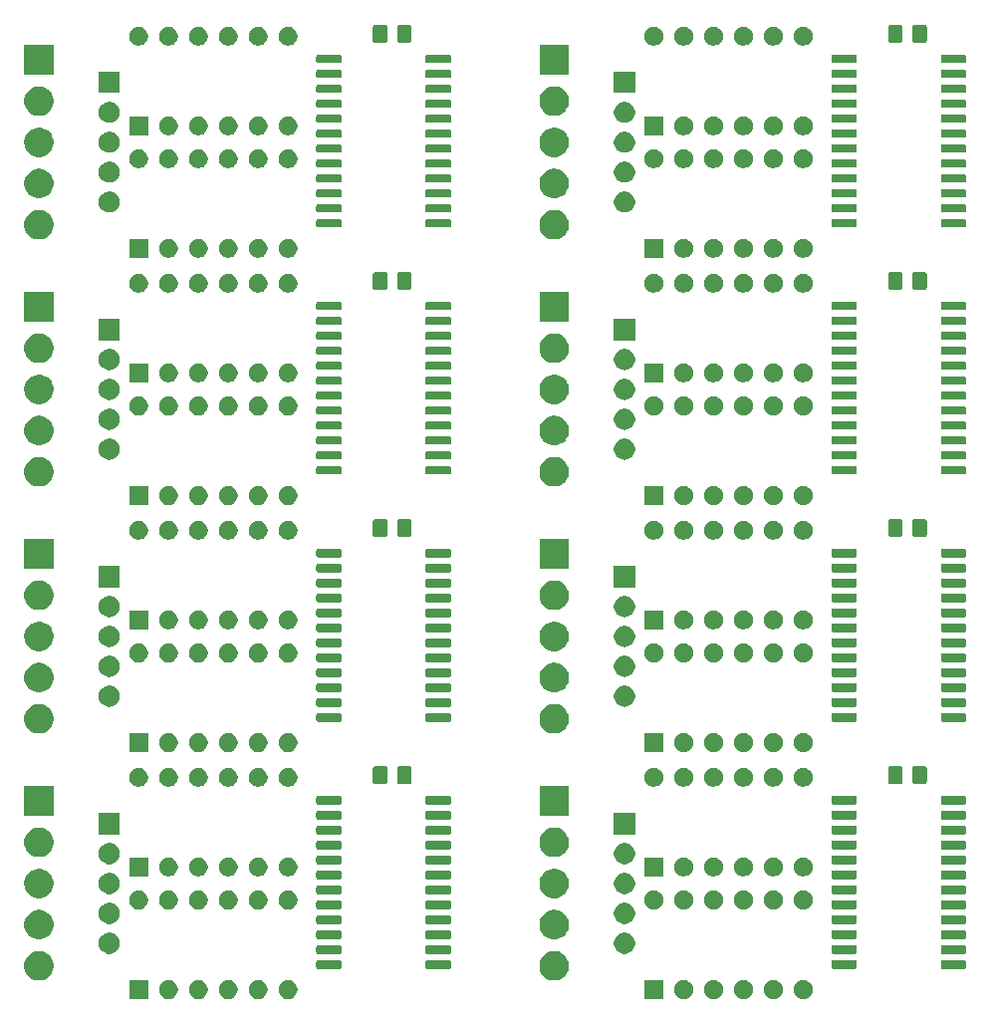
<source format=gbr>
G04 #@! TF.GenerationSoftware,KiCad,Pcbnew,5.1.5+dfsg1-2build2*
G04 #@! TF.CreationDate,2021-11-16T18:46:50-05:00*
G04 #@! TF.ProjectId,,58585858-5858-4585-9858-585858585858,rev?*
G04 #@! TF.SameCoordinates,Original*
G04 #@! TF.FileFunction,Soldermask,Bot*
G04 #@! TF.FilePolarity,Negative*
%FSLAX46Y46*%
G04 Gerber Fmt 4.6, Leading zero omitted, Abs format (unit mm)*
G04 Created by KiCad (PCBNEW 5.1.5+dfsg1-2build2) date 2021-11-16 18:46:50*
%MOMM*%
%LPD*%
G04 APERTURE LIST*
%ADD10C,0.100000*%
G04 APERTURE END LIST*
D10*
G36*
X176253142Y-128092281D02*
G01*
X176398914Y-128152662D01*
X176398916Y-128152663D01*
X176530108Y-128240322D01*
X176641678Y-128351892D01*
X176729337Y-128483084D01*
X176729338Y-128483086D01*
X176789719Y-128628858D01*
X176820500Y-128783607D01*
X176820500Y-128941393D01*
X176789719Y-129096142D01*
X176729338Y-129241914D01*
X176729337Y-129241916D01*
X176641678Y-129373108D01*
X176530108Y-129484678D01*
X176398916Y-129572337D01*
X176398915Y-129572338D01*
X176398914Y-129572338D01*
X176253142Y-129632719D01*
X176098393Y-129663500D01*
X175940607Y-129663500D01*
X175785858Y-129632719D01*
X175640086Y-129572338D01*
X175640085Y-129572338D01*
X175640084Y-129572337D01*
X175508892Y-129484678D01*
X175397322Y-129373108D01*
X175309663Y-129241916D01*
X175309662Y-129241914D01*
X175249281Y-129096142D01*
X175218500Y-128941393D01*
X175218500Y-128783607D01*
X175249281Y-128628858D01*
X175309662Y-128483086D01*
X175309663Y-128483084D01*
X175397322Y-128351892D01*
X175508892Y-128240322D01*
X175640084Y-128152663D01*
X175640086Y-128152662D01*
X175785858Y-128092281D01*
X175940607Y-128061500D01*
X176098393Y-128061500D01*
X176253142Y-128092281D01*
G37*
G36*
X173713142Y-128092281D02*
G01*
X173858914Y-128152662D01*
X173858916Y-128152663D01*
X173990108Y-128240322D01*
X174101678Y-128351892D01*
X174189337Y-128483084D01*
X174189338Y-128483086D01*
X174249719Y-128628858D01*
X174280500Y-128783607D01*
X174280500Y-128941393D01*
X174249719Y-129096142D01*
X174189338Y-129241914D01*
X174189337Y-129241916D01*
X174101678Y-129373108D01*
X173990108Y-129484678D01*
X173858916Y-129572337D01*
X173858915Y-129572338D01*
X173858914Y-129572338D01*
X173713142Y-129632719D01*
X173558393Y-129663500D01*
X173400607Y-129663500D01*
X173245858Y-129632719D01*
X173100086Y-129572338D01*
X173100085Y-129572338D01*
X173100084Y-129572337D01*
X172968892Y-129484678D01*
X172857322Y-129373108D01*
X172769663Y-129241916D01*
X172769662Y-129241914D01*
X172709281Y-129096142D01*
X172678500Y-128941393D01*
X172678500Y-128783607D01*
X172709281Y-128628858D01*
X172769662Y-128483086D01*
X172769663Y-128483084D01*
X172857322Y-128351892D01*
X172968892Y-128240322D01*
X173100084Y-128152663D01*
X173100086Y-128152662D01*
X173245858Y-128092281D01*
X173400607Y-128061500D01*
X173558393Y-128061500D01*
X173713142Y-128092281D01*
G37*
G36*
X120320500Y-129663500D02*
G01*
X118718500Y-129663500D01*
X118718500Y-128061500D01*
X120320500Y-128061500D01*
X120320500Y-129663500D01*
G37*
G36*
X122293142Y-128092281D02*
G01*
X122438914Y-128152662D01*
X122438916Y-128152663D01*
X122570108Y-128240322D01*
X122681678Y-128351892D01*
X122769337Y-128483084D01*
X122769338Y-128483086D01*
X122829719Y-128628858D01*
X122860500Y-128783607D01*
X122860500Y-128941393D01*
X122829719Y-129096142D01*
X122769338Y-129241914D01*
X122769337Y-129241916D01*
X122681678Y-129373108D01*
X122570108Y-129484678D01*
X122438916Y-129572337D01*
X122438915Y-129572338D01*
X122438914Y-129572338D01*
X122293142Y-129632719D01*
X122138393Y-129663500D01*
X121980607Y-129663500D01*
X121825858Y-129632719D01*
X121680086Y-129572338D01*
X121680085Y-129572338D01*
X121680084Y-129572337D01*
X121548892Y-129484678D01*
X121437322Y-129373108D01*
X121349663Y-129241916D01*
X121349662Y-129241914D01*
X121289281Y-129096142D01*
X121258500Y-128941393D01*
X121258500Y-128783607D01*
X121289281Y-128628858D01*
X121349662Y-128483086D01*
X121349663Y-128483084D01*
X121437322Y-128351892D01*
X121548892Y-128240322D01*
X121680084Y-128152663D01*
X121680086Y-128152662D01*
X121825858Y-128092281D01*
X121980607Y-128061500D01*
X122138393Y-128061500D01*
X122293142Y-128092281D01*
G37*
G36*
X124833142Y-128092281D02*
G01*
X124978914Y-128152662D01*
X124978916Y-128152663D01*
X125110108Y-128240322D01*
X125221678Y-128351892D01*
X125309337Y-128483084D01*
X125309338Y-128483086D01*
X125369719Y-128628858D01*
X125400500Y-128783607D01*
X125400500Y-128941393D01*
X125369719Y-129096142D01*
X125309338Y-129241914D01*
X125309337Y-129241916D01*
X125221678Y-129373108D01*
X125110108Y-129484678D01*
X124978916Y-129572337D01*
X124978915Y-129572338D01*
X124978914Y-129572338D01*
X124833142Y-129632719D01*
X124678393Y-129663500D01*
X124520607Y-129663500D01*
X124365858Y-129632719D01*
X124220086Y-129572338D01*
X124220085Y-129572338D01*
X124220084Y-129572337D01*
X124088892Y-129484678D01*
X123977322Y-129373108D01*
X123889663Y-129241916D01*
X123889662Y-129241914D01*
X123829281Y-129096142D01*
X123798500Y-128941393D01*
X123798500Y-128783607D01*
X123829281Y-128628858D01*
X123889662Y-128483086D01*
X123889663Y-128483084D01*
X123977322Y-128351892D01*
X124088892Y-128240322D01*
X124220084Y-128152663D01*
X124220086Y-128152662D01*
X124365858Y-128092281D01*
X124520607Y-128061500D01*
X124678393Y-128061500D01*
X124833142Y-128092281D01*
G37*
G36*
X127373142Y-128092281D02*
G01*
X127518914Y-128152662D01*
X127518916Y-128152663D01*
X127650108Y-128240322D01*
X127761678Y-128351892D01*
X127849337Y-128483084D01*
X127849338Y-128483086D01*
X127909719Y-128628858D01*
X127940500Y-128783607D01*
X127940500Y-128941393D01*
X127909719Y-129096142D01*
X127849338Y-129241914D01*
X127849337Y-129241916D01*
X127761678Y-129373108D01*
X127650108Y-129484678D01*
X127518916Y-129572337D01*
X127518915Y-129572338D01*
X127518914Y-129572338D01*
X127373142Y-129632719D01*
X127218393Y-129663500D01*
X127060607Y-129663500D01*
X126905858Y-129632719D01*
X126760086Y-129572338D01*
X126760085Y-129572338D01*
X126760084Y-129572337D01*
X126628892Y-129484678D01*
X126517322Y-129373108D01*
X126429663Y-129241916D01*
X126429662Y-129241914D01*
X126369281Y-129096142D01*
X126338500Y-128941393D01*
X126338500Y-128783607D01*
X126369281Y-128628858D01*
X126429662Y-128483086D01*
X126429663Y-128483084D01*
X126517322Y-128351892D01*
X126628892Y-128240322D01*
X126760084Y-128152663D01*
X126760086Y-128152662D01*
X126905858Y-128092281D01*
X127060607Y-128061500D01*
X127218393Y-128061500D01*
X127373142Y-128092281D01*
G37*
G36*
X129913142Y-128092281D02*
G01*
X130058914Y-128152662D01*
X130058916Y-128152663D01*
X130190108Y-128240322D01*
X130301678Y-128351892D01*
X130389337Y-128483084D01*
X130389338Y-128483086D01*
X130449719Y-128628858D01*
X130480500Y-128783607D01*
X130480500Y-128941393D01*
X130449719Y-129096142D01*
X130389338Y-129241914D01*
X130389337Y-129241916D01*
X130301678Y-129373108D01*
X130190108Y-129484678D01*
X130058916Y-129572337D01*
X130058915Y-129572338D01*
X130058914Y-129572338D01*
X129913142Y-129632719D01*
X129758393Y-129663500D01*
X129600607Y-129663500D01*
X129445858Y-129632719D01*
X129300086Y-129572338D01*
X129300085Y-129572338D01*
X129300084Y-129572337D01*
X129168892Y-129484678D01*
X129057322Y-129373108D01*
X128969663Y-129241916D01*
X128969662Y-129241914D01*
X128909281Y-129096142D01*
X128878500Y-128941393D01*
X128878500Y-128783607D01*
X128909281Y-128628858D01*
X128969662Y-128483086D01*
X128969663Y-128483084D01*
X129057322Y-128351892D01*
X129168892Y-128240322D01*
X129300084Y-128152663D01*
X129300086Y-128152662D01*
X129445858Y-128092281D01*
X129600607Y-128061500D01*
X129758393Y-128061500D01*
X129913142Y-128092281D01*
G37*
G36*
X164120500Y-129663500D02*
G01*
X162518500Y-129663500D01*
X162518500Y-128061500D01*
X164120500Y-128061500D01*
X164120500Y-129663500D01*
G37*
G36*
X166093142Y-128092281D02*
G01*
X166238914Y-128152662D01*
X166238916Y-128152663D01*
X166370108Y-128240322D01*
X166481678Y-128351892D01*
X166569337Y-128483084D01*
X166569338Y-128483086D01*
X166629719Y-128628858D01*
X166660500Y-128783607D01*
X166660500Y-128941393D01*
X166629719Y-129096142D01*
X166569338Y-129241914D01*
X166569337Y-129241916D01*
X166481678Y-129373108D01*
X166370108Y-129484678D01*
X166238916Y-129572337D01*
X166238915Y-129572338D01*
X166238914Y-129572338D01*
X166093142Y-129632719D01*
X165938393Y-129663500D01*
X165780607Y-129663500D01*
X165625858Y-129632719D01*
X165480086Y-129572338D01*
X165480085Y-129572338D01*
X165480084Y-129572337D01*
X165348892Y-129484678D01*
X165237322Y-129373108D01*
X165149663Y-129241916D01*
X165149662Y-129241914D01*
X165089281Y-129096142D01*
X165058500Y-128941393D01*
X165058500Y-128783607D01*
X165089281Y-128628858D01*
X165149662Y-128483086D01*
X165149663Y-128483084D01*
X165237322Y-128351892D01*
X165348892Y-128240322D01*
X165480084Y-128152663D01*
X165480086Y-128152662D01*
X165625858Y-128092281D01*
X165780607Y-128061500D01*
X165938393Y-128061500D01*
X166093142Y-128092281D01*
G37*
G36*
X168633142Y-128092281D02*
G01*
X168778914Y-128152662D01*
X168778916Y-128152663D01*
X168910108Y-128240322D01*
X169021678Y-128351892D01*
X169109337Y-128483084D01*
X169109338Y-128483086D01*
X169169719Y-128628858D01*
X169200500Y-128783607D01*
X169200500Y-128941393D01*
X169169719Y-129096142D01*
X169109338Y-129241914D01*
X169109337Y-129241916D01*
X169021678Y-129373108D01*
X168910108Y-129484678D01*
X168778916Y-129572337D01*
X168778915Y-129572338D01*
X168778914Y-129572338D01*
X168633142Y-129632719D01*
X168478393Y-129663500D01*
X168320607Y-129663500D01*
X168165858Y-129632719D01*
X168020086Y-129572338D01*
X168020085Y-129572338D01*
X168020084Y-129572337D01*
X167888892Y-129484678D01*
X167777322Y-129373108D01*
X167689663Y-129241916D01*
X167689662Y-129241914D01*
X167629281Y-129096142D01*
X167598500Y-128941393D01*
X167598500Y-128783607D01*
X167629281Y-128628858D01*
X167689662Y-128483086D01*
X167689663Y-128483084D01*
X167777322Y-128351892D01*
X167888892Y-128240322D01*
X168020084Y-128152663D01*
X168020086Y-128152662D01*
X168165858Y-128092281D01*
X168320607Y-128061500D01*
X168478393Y-128061500D01*
X168633142Y-128092281D01*
G37*
G36*
X171173142Y-128092281D02*
G01*
X171318914Y-128152662D01*
X171318916Y-128152663D01*
X171450108Y-128240322D01*
X171561678Y-128351892D01*
X171649337Y-128483084D01*
X171649338Y-128483086D01*
X171709719Y-128628858D01*
X171740500Y-128783607D01*
X171740500Y-128941393D01*
X171709719Y-129096142D01*
X171649338Y-129241914D01*
X171649337Y-129241916D01*
X171561678Y-129373108D01*
X171450108Y-129484678D01*
X171318916Y-129572337D01*
X171318915Y-129572338D01*
X171318914Y-129572338D01*
X171173142Y-129632719D01*
X171018393Y-129663500D01*
X170860607Y-129663500D01*
X170705858Y-129632719D01*
X170560086Y-129572338D01*
X170560085Y-129572338D01*
X170560084Y-129572337D01*
X170428892Y-129484678D01*
X170317322Y-129373108D01*
X170229663Y-129241916D01*
X170229662Y-129241914D01*
X170169281Y-129096142D01*
X170138500Y-128941393D01*
X170138500Y-128783607D01*
X170169281Y-128628858D01*
X170229662Y-128483086D01*
X170229663Y-128483084D01*
X170317322Y-128351892D01*
X170428892Y-128240322D01*
X170560084Y-128152663D01*
X170560086Y-128152662D01*
X170705858Y-128092281D01*
X170860607Y-128061500D01*
X171018393Y-128061500D01*
X171173142Y-128092281D01*
G37*
G36*
X132453142Y-128092281D02*
G01*
X132598914Y-128152662D01*
X132598916Y-128152663D01*
X132730108Y-128240322D01*
X132841678Y-128351892D01*
X132929337Y-128483084D01*
X132929338Y-128483086D01*
X132989719Y-128628858D01*
X133020500Y-128783607D01*
X133020500Y-128941393D01*
X132989719Y-129096142D01*
X132929338Y-129241914D01*
X132929337Y-129241916D01*
X132841678Y-129373108D01*
X132730108Y-129484678D01*
X132598916Y-129572337D01*
X132598915Y-129572338D01*
X132598914Y-129572338D01*
X132453142Y-129632719D01*
X132298393Y-129663500D01*
X132140607Y-129663500D01*
X131985858Y-129632719D01*
X131840086Y-129572338D01*
X131840085Y-129572338D01*
X131840084Y-129572337D01*
X131708892Y-129484678D01*
X131597322Y-129373108D01*
X131509663Y-129241916D01*
X131509662Y-129241914D01*
X131449281Y-129096142D01*
X131418500Y-128941393D01*
X131418500Y-128783607D01*
X131449281Y-128628858D01*
X131509662Y-128483086D01*
X131509663Y-128483084D01*
X131597322Y-128351892D01*
X131708892Y-128240322D01*
X131840084Y-128152663D01*
X131840086Y-128152662D01*
X131985858Y-128092281D01*
X132140607Y-128061500D01*
X132298393Y-128061500D01*
X132453142Y-128092281D01*
G37*
G36*
X155213403Y-125639575D02*
G01*
X155435157Y-125731428D01*
X155441071Y-125733878D01*
X155645966Y-125870785D01*
X155820215Y-126045034D01*
X155820216Y-126045036D01*
X155957123Y-126249931D01*
X156051425Y-126477597D01*
X156099500Y-126719286D01*
X156099500Y-126965714D01*
X156092396Y-127001428D01*
X156051425Y-127207403D01*
X155957122Y-127435071D01*
X155820215Y-127639966D01*
X155645966Y-127814215D01*
X155441071Y-127951122D01*
X155441070Y-127951123D01*
X155441069Y-127951123D01*
X155213403Y-128045425D01*
X154971714Y-128093500D01*
X154725286Y-128093500D01*
X154483597Y-128045425D01*
X154255931Y-127951123D01*
X154255930Y-127951123D01*
X154255929Y-127951122D01*
X154051034Y-127814215D01*
X153876785Y-127639966D01*
X153739878Y-127435071D01*
X153645575Y-127207403D01*
X153604604Y-127001428D01*
X153597500Y-126965714D01*
X153597500Y-126719286D01*
X153645575Y-126477597D01*
X153739877Y-126249931D01*
X153876784Y-126045036D01*
X153876785Y-126045034D01*
X154051034Y-125870785D01*
X154255929Y-125733878D01*
X154261844Y-125731428D01*
X154483597Y-125639575D01*
X154725286Y-125591500D01*
X154971714Y-125591500D01*
X155213403Y-125639575D01*
G37*
G36*
X111413403Y-125639575D02*
G01*
X111635157Y-125731428D01*
X111641071Y-125733878D01*
X111845966Y-125870785D01*
X112020215Y-126045034D01*
X112020216Y-126045036D01*
X112157123Y-126249931D01*
X112251425Y-126477597D01*
X112299500Y-126719286D01*
X112299500Y-126965714D01*
X112292396Y-127001428D01*
X112251425Y-127207403D01*
X112157122Y-127435071D01*
X112020215Y-127639966D01*
X111845966Y-127814215D01*
X111641071Y-127951122D01*
X111641070Y-127951123D01*
X111641069Y-127951123D01*
X111413403Y-128045425D01*
X111171714Y-128093500D01*
X110925286Y-128093500D01*
X110683597Y-128045425D01*
X110455931Y-127951123D01*
X110455930Y-127951123D01*
X110455929Y-127951122D01*
X110251034Y-127814215D01*
X110076785Y-127639966D01*
X109939878Y-127435071D01*
X109845575Y-127207403D01*
X109804604Y-127001428D01*
X109797500Y-126965714D01*
X109797500Y-126719286D01*
X109845575Y-126477597D01*
X109939877Y-126249931D01*
X110076784Y-126045036D01*
X110076785Y-126045034D01*
X110251034Y-125870785D01*
X110455929Y-125733878D01*
X110461844Y-125731428D01*
X110683597Y-125639575D01*
X110925286Y-125591500D01*
X111171714Y-125591500D01*
X111413403Y-125639575D01*
G37*
G36*
X189782428Y-126393264D02*
G01*
X189803509Y-126399660D01*
X189822945Y-126410048D01*
X189839976Y-126424024D01*
X189853952Y-126441055D01*
X189864340Y-126460491D01*
X189870736Y-126481572D01*
X189873500Y-126509640D01*
X189873500Y-126973360D01*
X189870736Y-127001428D01*
X189864340Y-127022509D01*
X189853952Y-127041945D01*
X189839976Y-127058976D01*
X189822945Y-127072952D01*
X189803509Y-127083340D01*
X189782428Y-127089736D01*
X189754360Y-127092500D01*
X187840640Y-127092500D01*
X187812572Y-127089736D01*
X187791491Y-127083340D01*
X187772055Y-127072952D01*
X187755024Y-127058976D01*
X187741048Y-127041945D01*
X187730660Y-127022509D01*
X187724264Y-127001428D01*
X187721500Y-126973360D01*
X187721500Y-126509640D01*
X187724264Y-126481572D01*
X187730660Y-126460491D01*
X187741048Y-126441055D01*
X187755024Y-126424024D01*
X187772055Y-126410048D01*
X187791491Y-126399660D01*
X187812572Y-126393264D01*
X187840640Y-126390500D01*
X189754360Y-126390500D01*
X189782428Y-126393264D01*
G37*
G36*
X180482428Y-126393264D02*
G01*
X180503509Y-126399660D01*
X180522945Y-126410048D01*
X180539976Y-126424024D01*
X180553952Y-126441055D01*
X180564340Y-126460491D01*
X180570736Y-126481572D01*
X180573500Y-126509640D01*
X180573500Y-126973360D01*
X180570736Y-127001428D01*
X180564340Y-127022509D01*
X180553952Y-127041945D01*
X180539976Y-127058976D01*
X180522945Y-127072952D01*
X180503509Y-127083340D01*
X180482428Y-127089736D01*
X180454360Y-127092500D01*
X178540640Y-127092500D01*
X178512572Y-127089736D01*
X178491491Y-127083340D01*
X178472055Y-127072952D01*
X178455024Y-127058976D01*
X178441048Y-127041945D01*
X178430660Y-127022509D01*
X178424264Y-127001428D01*
X178421500Y-126973360D01*
X178421500Y-126509640D01*
X178424264Y-126481572D01*
X178430660Y-126460491D01*
X178441048Y-126441055D01*
X178455024Y-126424024D01*
X178472055Y-126410048D01*
X178491491Y-126399660D01*
X178512572Y-126393264D01*
X178540640Y-126390500D01*
X180454360Y-126390500D01*
X180482428Y-126393264D01*
G37*
G36*
X136682428Y-126393264D02*
G01*
X136703509Y-126399660D01*
X136722945Y-126410048D01*
X136739976Y-126424024D01*
X136753952Y-126441055D01*
X136764340Y-126460491D01*
X136770736Y-126481572D01*
X136773500Y-126509640D01*
X136773500Y-126973360D01*
X136770736Y-127001428D01*
X136764340Y-127022509D01*
X136753952Y-127041945D01*
X136739976Y-127058976D01*
X136722945Y-127072952D01*
X136703509Y-127083340D01*
X136682428Y-127089736D01*
X136654360Y-127092500D01*
X134740640Y-127092500D01*
X134712572Y-127089736D01*
X134691491Y-127083340D01*
X134672055Y-127072952D01*
X134655024Y-127058976D01*
X134641048Y-127041945D01*
X134630660Y-127022509D01*
X134624264Y-127001428D01*
X134621500Y-126973360D01*
X134621500Y-126509640D01*
X134624264Y-126481572D01*
X134630660Y-126460491D01*
X134641048Y-126441055D01*
X134655024Y-126424024D01*
X134672055Y-126410048D01*
X134691491Y-126399660D01*
X134712572Y-126393264D01*
X134740640Y-126390500D01*
X136654360Y-126390500D01*
X136682428Y-126393264D01*
G37*
G36*
X145982428Y-126393264D02*
G01*
X146003509Y-126399660D01*
X146022945Y-126410048D01*
X146039976Y-126424024D01*
X146053952Y-126441055D01*
X146064340Y-126460491D01*
X146070736Y-126481572D01*
X146073500Y-126509640D01*
X146073500Y-126973360D01*
X146070736Y-127001428D01*
X146064340Y-127022509D01*
X146053952Y-127041945D01*
X146039976Y-127058976D01*
X146022945Y-127072952D01*
X146003509Y-127083340D01*
X145982428Y-127089736D01*
X145954360Y-127092500D01*
X144040640Y-127092500D01*
X144012572Y-127089736D01*
X143991491Y-127083340D01*
X143972055Y-127072952D01*
X143955024Y-127058976D01*
X143941048Y-127041945D01*
X143930660Y-127022509D01*
X143924264Y-127001428D01*
X143921500Y-126973360D01*
X143921500Y-126509640D01*
X143924264Y-126481572D01*
X143930660Y-126460491D01*
X143941048Y-126441055D01*
X143955024Y-126424024D01*
X143972055Y-126410048D01*
X143991491Y-126399660D01*
X144012572Y-126393264D01*
X144040640Y-126390500D01*
X145954360Y-126390500D01*
X145982428Y-126393264D01*
G37*
G36*
X117141865Y-124026000D02*
G01*
X117293312Y-124056124D01*
X117457284Y-124124044D01*
X117604854Y-124222647D01*
X117730353Y-124348146D01*
X117828956Y-124495716D01*
X117896876Y-124659688D01*
X117931500Y-124833759D01*
X117931500Y-125011241D01*
X117896876Y-125185312D01*
X117828956Y-125349284D01*
X117730353Y-125496854D01*
X117604854Y-125622353D01*
X117457284Y-125720956D01*
X117293312Y-125788876D01*
X117144012Y-125818573D01*
X117119242Y-125823500D01*
X116941758Y-125823500D01*
X116916988Y-125818573D01*
X116767688Y-125788876D01*
X116603716Y-125720956D01*
X116456146Y-125622353D01*
X116330647Y-125496854D01*
X116232044Y-125349284D01*
X116164124Y-125185312D01*
X116129500Y-125011241D01*
X116129500Y-124833759D01*
X116164124Y-124659688D01*
X116232044Y-124495716D01*
X116330647Y-124348146D01*
X116456146Y-124222647D01*
X116603716Y-124124044D01*
X116767688Y-124056124D01*
X116919135Y-124026000D01*
X116941758Y-124021500D01*
X117119242Y-124021500D01*
X117141865Y-124026000D01*
G37*
G36*
X160941865Y-124026000D02*
G01*
X161093312Y-124056124D01*
X161257284Y-124124044D01*
X161404854Y-124222647D01*
X161530353Y-124348146D01*
X161628956Y-124495716D01*
X161696876Y-124659688D01*
X161731500Y-124833759D01*
X161731500Y-125011241D01*
X161696876Y-125185312D01*
X161628956Y-125349284D01*
X161530353Y-125496854D01*
X161404854Y-125622353D01*
X161257284Y-125720956D01*
X161093312Y-125788876D01*
X160944012Y-125818573D01*
X160919242Y-125823500D01*
X160741758Y-125823500D01*
X160716988Y-125818573D01*
X160567688Y-125788876D01*
X160403716Y-125720956D01*
X160256146Y-125622353D01*
X160130647Y-125496854D01*
X160032044Y-125349284D01*
X159964124Y-125185312D01*
X159929500Y-125011241D01*
X159929500Y-124833759D01*
X159964124Y-124659688D01*
X160032044Y-124495716D01*
X160130647Y-124348146D01*
X160256146Y-124222647D01*
X160403716Y-124124044D01*
X160567688Y-124056124D01*
X160719135Y-124026000D01*
X160741758Y-124021500D01*
X160919242Y-124021500D01*
X160941865Y-124026000D01*
G37*
G36*
X180482428Y-125123264D02*
G01*
X180503509Y-125129660D01*
X180522945Y-125140048D01*
X180539976Y-125154024D01*
X180553952Y-125171055D01*
X180564340Y-125190491D01*
X180570736Y-125211572D01*
X180573500Y-125239640D01*
X180573500Y-125703360D01*
X180570736Y-125731428D01*
X180564340Y-125752509D01*
X180553952Y-125771945D01*
X180539976Y-125788976D01*
X180522945Y-125802952D01*
X180503509Y-125813340D01*
X180482428Y-125819736D01*
X180454360Y-125822500D01*
X178540640Y-125822500D01*
X178512572Y-125819736D01*
X178491491Y-125813340D01*
X178472055Y-125802952D01*
X178455024Y-125788976D01*
X178441048Y-125771945D01*
X178430660Y-125752509D01*
X178424264Y-125731428D01*
X178421500Y-125703360D01*
X178421500Y-125239640D01*
X178424264Y-125211572D01*
X178430660Y-125190491D01*
X178441048Y-125171055D01*
X178455024Y-125154024D01*
X178472055Y-125140048D01*
X178491491Y-125129660D01*
X178512572Y-125123264D01*
X178540640Y-125120500D01*
X180454360Y-125120500D01*
X180482428Y-125123264D01*
G37*
G36*
X189782428Y-125123264D02*
G01*
X189803509Y-125129660D01*
X189822945Y-125140048D01*
X189839976Y-125154024D01*
X189853952Y-125171055D01*
X189864340Y-125190491D01*
X189870736Y-125211572D01*
X189873500Y-125239640D01*
X189873500Y-125703360D01*
X189870736Y-125731428D01*
X189864340Y-125752509D01*
X189853952Y-125771945D01*
X189839976Y-125788976D01*
X189822945Y-125802952D01*
X189803509Y-125813340D01*
X189782428Y-125819736D01*
X189754360Y-125822500D01*
X187840640Y-125822500D01*
X187812572Y-125819736D01*
X187791491Y-125813340D01*
X187772055Y-125802952D01*
X187755024Y-125788976D01*
X187741048Y-125771945D01*
X187730660Y-125752509D01*
X187724264Y-125731428D01*
X187721500Y-125703360D01*
X187721500Y-125239640D01*
X187724264Y-125211572D01*
X187730660Y-125190491D01*
X187741048Y-125171055D01*
X187755024Y-125154024D01*
X187772055Y-125140048D01*
X187791491Y-125129660D01*
X187812572Y-125123264D01*
X187840640Y-125120500D01*
X189754360Y-125120500D01*
X189782428Y-125123264D01*
G37*
G36*
X145982428Y-125123264D02*
G01*
X146003509Y-125129660D01*
X146022945Y-125140048D01*
X146039976Y-125154024D01*
X146053952Y-125171055D01*
X146064340Y-125190491D01*
X146070736Y-125211572D01*
X146073500Y-125239640D01*
X146073500Y-125703360D01*
X146070736Y-125731428D01*
X146064340Y-125752509D01*
X146053952Y-125771945D01*
X146039976Y-125788976D01*
X146022945Y-125802952D01*
X146003509Y-125813340D01*
X145982428Y-125819736D01*
X145954360Y-125822500D01*
X144040640Y-125822500D01*
X144012572Y-125819736D01*
X143991491Y-125813340D01*
X143972055Y-125802952D01*
X143955024Y-125788976D01*
X143941048Y-125771945D01*
X143930660Y-125752509D01*
X143924264Y-125731428D01*
X143921500Y-125703360D01*
X143921500Y-125239640D01*
X143924264Y-125211572D01*
X143930660Y-125190491D01*
X143941048Y-125171055D01*
X143955024Y-125154024D01*
X143972055Y-125140048D01*
X143991491Y-125129660D01*
X144012572Y-125123264D01*
X144040640Y-125120500D01*
X145954360Y-125120500D01*
X145982428Y-125123264D01*
G37*
G36*
X136682428Y-125123264D02*
G01*
X136703509Y-125129660D01*
X136722945Y-125140048D01*
X136739976Y-125154024D01*
X136753952Y-125171055D01*
X136764340Y-125190491D01*
X136770736Y-125211572D01*
X136773500Y-125239640D01*
X136773500Y-125703360D01*
X136770736Y-125731428D01*
X136764340Y-125752509D01*
X136753952Y-125771945D01*
X136739976Y-125788976D01*
X136722945Y-125802952D01*
X136703509Y-125813340D01*
X136682428Y-125819736D01*
X136654360Y-125822500D01*
X134740640Y-125822500D01*
X134712572Y-125819736D01*
X134691491Y-125813340D01*
X134672055Y-125802952D01*
X134655024Y-125788976D01*
X134641048Y-125771945D01*
X134630660Y-125752509D01*
X134624264Y-125731428D01*
X134621500Y-125703360D01*
X134621500Y-125239640D01*
X134624264Y-125211572D01*
X134630660Y-125190491D01*
X134641048Y-125171055D01*
X134655024Y-125154024D01*
X134672055Y-125140048D01*
X134691491Y-125129660D01*
X134712572Y-125123264D01*
X134740640Y-125120500D01*
X136654360Y-125120500D01*
X136682428Y-125123264D01*
G37*
G36*
X155113424Y-122119688D02*
G01*
X155213403Y-122139575D01*
X155441071Y-122233878D01*
X155645966Y-122370785D01*
X155820215Y-122545034D01*
X155938301Y-122721762D01*
X155957123Y-122749931D01*
X156051425Y-122977597D01*
X156088376Y-123163360D01*
X156099500Y-123219287D01*
X156099500Y-123465713D01*
X156051425Y-123707403D01*
X155957122Y-123935071D01*
X155820215Y-124139966D01*
X155645966Y-124314215D01*
X155441071Y-124451122D01*
X155441070Y-124451123D01*
X155441069Y-124451123D01*
X155213403Y-124545425D01*
X154971714Y-124593500D01*
X154725286Y-124593500D01*
X154483597Y-124545425D01*
X154255931Y-124451123D01*
X154255930Y-124451123D01*
X154255929Y-124451122D01*
X154051034Y-124314215D01*
X153876785Y-124139966D01*
X153739878Y-123935071D01*
X153645575Y-123707403D01*
X153597500Y-123465713D01*
X153597500Y-123219287D01*
X153608625Y-123163360D01*
X153645575Y-122977597D01*
X153739877Y-122749931D01*
X153758699Y-122721762D01*
X153876785Y-122545034D01*
X154051034Y-122370785D01*
X154255929Y-122233878D01*
X154483597Y-122139575D01*
X154583576Y-122119688D01*
X154725286Y-122091500D01*
X154971714Y-122091500D01*
X155113424Y-122119688D01*
G37*
G36*
X111313424Y-122119688D02*
G01*
X111413403Y-122139575D01*
X111641071Y-122233878D01*
X111845966Y-122370785D01*
X112020215Y-122545034D01*
X112138301Y-122721762D01*
X112157123Y-122749931D01*
X112251425Y-122977597D01*
X112288376Y-123163360D01*
X112299500Y-123219287D01*
X112299500Y-123465713D01*
X112251425Y-123707403D01*
X112157122Y-123935071D01*
X112020215Y-124139966D01*
X111845966Y-124314215D01*
X111641071Y-124451122D01*
X111641070Y-124451123D01*
X111641069Y-124451123D01*
X111413403Y-124545425D01*
X111171714Y-124593500D01*
X110925286Y-124593500D01*
X110683597Y-124545425D01*
X110455931Y-124451123D01*
X110455930Y-124451123D01*
X110455929Y-124451122D01*
X110251034Y-124314215D01*
X110076785Y-124139966D01*
X109939878Y-123935071D01*
X109845575Y-123707403D01*
X109797500Y-123465713D01*
X109797500Y-123219287D01*
X109808625Y-123163360D01*
X109845575Y-122977597D01*
X109939877Y-122749931D01*
X109958699Y-122721762D01*
X110076785Y-122545034D01*
X110251034Y-122370785D01*
X110455929Y-122233878D01*
X110683597Y-122139575D01*
X110783576Y-122119688D01*
X110925286Y-122091500D01*
X111171714Y-122091500D01*
X111313424Y-122119688D01*
G37*
G36*
X180482428Y-123853264D02*
G01*
X180503509Y-123859660D01*
X180522945Y-123870048D01*
X180539976Y-123884024D01*
X180553952Y-123901055D01*
X180564340Y-123920491D01*
X180570736Y-123941572D01*
X180573500Y-123969640D01*
X180573500Y-124433360D01*
X180570736Y-124461428D01*
X180564340Y-124482509D01*
X180553952Y-124501945D01*
X180539976Y-124518976D01*
X180522945Y-124532952D01*
X180503509Y-124543340D01*
X180482428Y-124549736D01*
X180454360Y-124552500D01*
X178540640Y-124552500D01*
X178512572Y-124549736D01*
X178491491Y-124543340D01*
X178472055Y-124532952D01*
X178455024Y-124518976D01*
X178441048Y-124501945D01*
X178430660Y-124482509D01*
X178424264Y-124461428D01*
X178421500Y-124433360D01*
X178421500Y-123969640D01*
X178424264Y-123941572D01*
X178430660Y-123920491D01*
X178441048Y-123901055D01*
X178455024Y-123884024D01*
X178472055Y-123870048D01*
X178491491Y-123859660D01*
X178512572Y-123853264D01*
X178540640Y-123850500D01*
X180454360Y-123850500D01*
X180482428Y-123853264D01*
G37*
G36*
X189782428Y-123853264D02*
G01*
X189803509Y-123859660D01*
X189822945Y-123870048D01*
X189839976Y-123884024D01*
X189853952Y-123901055D01*
X189864340Y-123920491D01*
X189870736Y-123941572D01*
X189873500Y-123969640D01*
X189873500Y-124433360D01*
X189870736Y-124461428D01*
X189864340Y-124482509D01*
X189853952Y-124501945D01*
X189839976Y-124518976D01*
X189822945Y-124532952D01*
X189803509Y-124543340D01*
X189782428Y-124549736D01*
X189754360Y-124552500D01*
X187840640Y-124552500D01*
X187812572Y-124549736D01*
X187791491Y-124543340D01*
X187772055Y-124532952D01*
X187755024Y-124518976D01*
X187741048Y-124501945D01*
X187730660Y-124482509D01*
X187724264Y-124461428D01*
X187721500Y-124433360D01*
X187721500Y-123969640D01*
X187724264Y-123941572D01*
X187730660Y-123920491D01*
X187741048Y-123901055D01*
X187755024Y-123884024D01*
X187772055Y-123870048D01*
X187791491Y-123859660D01*
X187812572Y-123853264D01*
X187840640Y-123850500D01*
X189754360Y-123850500D01*
X189782428Y-123853264D01*
G37*
G36*
X145982428Y-123853264D02*
G01*
X146003509Y-123859660D01*
X146022945Y-123870048D01*
X146039976Y-123884024D01*
X146053952Y-123901055D01*
X146064340Y-123920491D01*
X146070736Y-123941572D01*
X146073500Y-123969640D01*
X146073500Y-124433360D01*
X146070736Y-124461428D01*
X146064340Y-124482509D01*
X146053952Y-124501945D01*
X146039976Y-124518976D01*
X146022945Y-124532952D01*
X146003509Y-124543340D01*
X145982428Y-124549736D01*
X145954360Y-124552500D01*
X144040640Y-124552500D01*
X144012572Y-124549736D01*
X143991491Y-124543340D01*
X143972055Y-124532952D01*
X143955024Y-124518976D01*
X143941048Y-124501945D01*
X143930660Y-124482509D01*
X143924264Y-124461428D01*
X143921500Y-124433360D01*
X143921500Y-123969640D01*
X143924264Y-123941572D01*
X143930660Y-123920491D01*
X143941048Y-123901055D01*
X143955024Y-123884024D01*
X143972055Y-123870048D01*
X143991491Y-123859660D01*
X144012572Y-123853264D01*
X144040640Y-123850500D01*
X145954360Y-123850500D01*
X145982428Y-123853264D01*
G37*
G36*
X136682428Y-123853264D02*
G01*
X136703509Y-123859660D01*
X136722945Y-123870048D01*
X136739976Y-123884024D01*
X136753952Y-123901055D01*
X136764340Y-123920491D01*
X136770736Y-123941572D01*
X136773500Y-123969640D01*
X136773500Y-124433360D01*
X136770736Y-124461428D01*
X136764340Y-124482509D01*
X136753952Y-124501945D01*
X136739976Y-124518976D01*
X136722945Y-124532952D01*
X136703509Y-124543340D01*
X136682428Y-124549736D01*
X136654360Y-124552500D01*
X134740640Y-124552500D01*
X134712572Y-124549736D01*
X134691491Y-124543340D01*
X134672055Y-124532952D01*
X134655024Y-124518976D01*
X134641048Y-124501945D01*
X134630660Y-124482509D01*
X134624264Y-124461428D01*
X134621500Y-124433360D01*
X134621500Y-123969640D01*
X134624264Y-123941572D01*
X134630660Y-123920491D01*
X134641048Y-123901055D01*
X134655024Y-123884024D01*
X134672055Y-123870048D01*
X134691491Y-123859660D01*
X134712572Y-123853264D01*
X134740640Y-123850500D01*
X136654360Y-123850500D01*
X136682428Y-123853264D01*
G37*
G36*
X117141865Y-121486000D02*
G01*
X117293312Y-121516124D01*
X117457284Y-121584044D01*
X117604854Y-121682647D01*
X117730353Y-121808146D01*
X117828956Y-121955716D01*
X117896876Y-122119688D01*
X117931500Y-122293759D01*
X117931500Y-122471241D01*
X117896876Y-122645312D01*
X117828956Y-122809284D01*
X117730353Y-122956854D01*
X117604854Y-123082353D01*
X117457284Y-123180956D01*
X117293312Y-123248876D01*
X117144012Y-123278573D01*
X117119242Y-123283500D01*
X116941758Y-123283500D01*
X116916988Y-123278573D01*
X116767688Y-123248876D01*
X116603716Y-123180956D01*
X116456146Y-123082353D01*
X116330647Y-122956854D01*
X116232044Y-122809284D01*
X116164124Y-122645312D01*
X116129500Y-122471241D01*
X116129500Y-122293759D01*
X116164124Y-122119688D01*
X116232044Y-121955716D01*
X116330647Y-121808146D01*
X116456146Y-121682647D01*
X116603716Y-121584044D01*
X116767688Y-121516124D01*
X116919135Y-121486000D01*
X116941758Y-121481500D01*
X117119242Y-121481500D01*
X117141865Y-121486000D01*
G37*
G36*
X160941865Y-121486000D02*
G01*
X161093312Y-121516124D01*
X161257284Y-121584044D01*
X161404854Y-121682647D01*
X161530353Y-121808146D01*
X161628956Y-121955716D01*
X161696876Y-122119688D01*
X161731500Y-122293759D01*
X161731500Y-122471241D01*
X161696876Y-122645312D01*
X161628956Y-122809284D01*
X161530353Y-122956854D01*
X161404854Y-123082353D01*
X161257284Y-123180956D01*
X161093312Y-123248876D01*
X160944012Y-123278573D01*
X160919242Y-123283500D01*
X160741758Y-123283500D01*
X160716988Y-123278573D01*
X160567688Y-123248876D01*
X160403716Y-123180956D01*
X160256146Y-123082353D01*
X160130647Y-122956854D01*
X160032044Y-122809284D01*
X159964124Y-122645312D01*
X159929500Y-122471241D01*
X159929500Y-122293759D01*
X159964124Y-122119688D01*
X160032044Y-121955716D01*
X160130647Y-121808146D01*
X160256146Y-121682647D01*
X160403716Y-121584044D01*
X160567688Y-121516124D01*
X160719135Y-121486000D01*
X160741758Y-121481500D01*
X160919242Y-121481500D01*
X160941865Y-121486000D01*
G37*
G36*
X136682428Y-122583264D02*
G01*
X136703509Y-122589660D01*
X136722945Y-122600048D01*
X136739976Y-122614024D01*
X136753952Y-122631055D01*
X136764340Y-122650491D01*
X136770736Y-122671572D01*
X136773500Y-122699640D01*
X136773500Y-123163360D01*
X136770736Y-123191428D01*
X136764340Y-123212509D01*
X136753952Y-123231945D01*
X136739976Y-123248976D01*
X136722945Y-123262952D01*
X136703509Y-123273340D01*
X136682428Y-123279736D01*
X136654360Y-123282500D01*
X134740640Y-123282500D01*
X134712572Y-123279736D01*
X134691491Y-123273340D01*
X134672055Y-123262952D01*
X134655024Y-123248976D01*
X134641048Y-123231945D01*
X134630660Y-123212509D01*
X134624264Y-123191428D01*
X134621500Y-123163360D01*
X134621500Y-122699640D01*
X134624264Y-122671572D01*
X134630660Y-122650491D01*
X134641048Y-122631055D01*
X134655024Y-122614024D01*
X134672055Y-122600048D01*
X134691491Y-122589660D01*
X134712572Y-122583264D01*
X134740640Y-122580500D01*
X136654360Y-122580500D01*
X136682428Y-122583264D01*
G37*
G36*
X189782428Y-122583264D02*
G01*
X189803509Y-122589660D01*
X189822945Y-122600048D01*
X189839976Y-122614024D01*
X189853952Y-122631055D01*
X189864340Y-122650491D01*
X189870736Y-122671572D01*
X189873500Y-122699640D01*
X189873500Y-123163360D01*
X189870736Y-123191428D01*
X189864340Y-123212509D01*
X189853952Y-123231945D01*
X189839976Y-123248976D01*
X189822945Y-123262952D01*
X189803509Y-123273340D01*
X189782428Y-123279736D01*
X189754360Y-123282500D01*
X187840640Y-123282500D01*
X187812572Y-123279736D01*
X187791491Y-123273340D01*
X187772055Y-123262952D01*
X187755024Y-123248976D01*
X187741048Y-123231945D01*
X187730660Y-123212509D01*
X187724264Y-123191428D01*
X187721500Y-123163360D01*
X187721500Y-122699640D01*
X187724264Y-122671572D01*
X187730660Y-122650491D01*
X187741048Y-122631055D01*
X187755024Y-122614024D01*
X187772055Y-122600048D01*
X187791491Y-122589660D01*
X187812572Y-122583264D01*
X187840640Y-122580500D01*
X189754360Y-122580500D01*
X189782428Y-122583264D01*
G37*
G36*
X180482428Y-122583264D02*
G01*
X180503509Y-122589660D01*
X180522945Y-122600048D01*
X180539976Y-122614024D01*
X180553952Y-122631055D01*
X180564340Y-122650491D01*
X180570736Y-122671572D01*
X180573500Y-122699640D01*
X180573500Y-123163360D01*
X180570736Y-123191428D01*
X180564340Y-123212509D01*
X180553952Y-123231945D01*
X180539976Y-123248976D01*
X180522945Y-123262952D01*
X180503509Y-123273340D01*
X180482428Y-123279736D01*
X180454360Y-123282500D01*
X178540640Y-123282500D01*
X178512572Y-123279736D01*
X178491491Y-123273340D01*
X178472055Y-123262952D01*
X178455024Y-123248976D01*
X178441048Y-123231945D01*
X178430660Y-123212509D01*
X178424264Y-123191428D01*
X178421500Y-123163360D01*
X178421500Y-122699640D01*
X178424264Y-122671572D01*
X178430660Y-122650491D01*
X178441048Y-122631055D01*
X178455024Y-122614024D01*
X178472055Y-122600048D01*
X178491491Y-122589660D01*
X178512572Y-122583264D01*
X178540640Y-122580500D01*
X180454360Y-122580500D01*
X180482428Y-122583264D01*
G37*
G36*
X145982428Y-122583264D02*
G01*
X146003509Y-122589660D01*
X146022945Y-122600048D01*
X146039976Y-122614024D01*
X146053952Y-122631055D01*
X146064340Y-122650491D01*
X146070736Y-122671572D01*
X146073500Y-122699640D01*
X146073500Y-123163360D01*
X146070736Y-123191428D01*
X146064340Y-123212509D01*
X146053952Y-123231945D01*
X146039976Y-123248976D01*
X146022945Y-123262952D01*
X146003509Y-123273340D01*
X145982428Y-123279736D01*
X145954360Y-123282500D01*
X144040640Y-123282500D01*
X144012572Y-123279736D01*
X143991491Y-123273340D01*
X143972055Y-123262952D01*
X143955024Y-123248976D01*
X143941048Y-123231945D01*
X143930660Y-123212509D01*
X143924264Y-123191428D01*
X143921500Y-123163360D01*
X143921500Y-122699640D01*
X143924264Y-122671572D01*
X143930660Y-122650491D01*
X143941048Y-122631055D01*
X143955024Y-122614024D01*
X143972055Y-122600048D01*
X143991491Y-122589660D01*
X144012572Y-122583264D01*
X144040640Y-122580500D01*
X145954360Y-122580500D01*
X145982428Y-122583264D01*
G37*
G36*
X119753142Y-120472281D02*
G01*
X119898914Y-120532662D01*
X119898916Y-120532663D01*
X120030108Y-120620322D01*
X120141678Y-120731892D01*
X120229337Y-120863084D01*
X120229338Y-120863086D01*
X120289719Y-121008858D01*
X120320500Y-121163607D01*
X120320500Y-121321393D01*
X120289719Y-121476142D01*
X120273157Y-121516125D01*
X120229337Y-121621916D01*
X120141678Y-121753108D01*
X120030108Y-121864678D01*
X119898916Y-121952337D01*
X119898915Y-121952338D01*
X119898914Y-121952338D01*
X119753142Y-122012719D01*
X119598393Y-122043500D01*
X119440607Y-122043500D01*
X119285858Y-122012719D01*
X119140086Y-121952338D01*
X119140085Y-121952338D01*
X119140084Y-121952337D01*
X119008892Y-121864678D01*
X118897322Y-121753108D01*
X118809663Y-121621916D01*
X118765843Y-121516125D01*
X118749281Y-121476142D01*
X118718500Y-121321393D01*
X118718500Y-121163607D01*
X118749281Y-121008858D01*
X118809662Y-120863086D01*
X118809663Y-120863084D01*
X118897322Y-120731892D01*
X119008892Y-120620322D01*
X119140084Y-120532663D01*
X119140086Y-120532662D01*
X119285858Y-120472281D01*
X119440607Y-120441500D01*
X119598393Y-120441500D01*
X119753142Y-120472281D01*
G37*
G36*
X122293142Y-120472281D02*
G01*
X122438914Y-120532662D01*
X122438916Y-120532663D01*
X122570108Y-120620322D01*
X122681678Y-120731892D01*
X122769337Y-120863084D01*
X122769338Y-120863086D01*
X122829719Y-121008858D01*
X122860500Y-121163607D01*
X122860500Y-121321393D01*
X122829719Y-121476142D01*
X122813157Y-121516125D01*
X122769337Y-121621916D01*
X122681678Y-121753108D01*
X122570108Y-121864678D01*
X122438916Y-121952337D01*
X122438915Y-121952338D01*
X122438914Y-121952338D01*
X122293142Y-122012719D01*
X122138393Y-122043500D01*
X121980607Y-122043500D01*
X121825858Y-122012719D01*
X121680086Y-121952338D01*
X121680085Y-121952338D01*
X121680084Y-121952337D01*
X121548892Y-121864678D01*
X121437322Y-121753108D01*
X121349663Y-121621916D01*
X121305843Y-121516125D01*
X121289281Y-121476142D01*
X121258500Y-121321393D01*
X121258500Y-121163607D01*
X121289281Y-121008858D01*
X121349662Y-120863086D01*
X121349663Y-120863084D01*
X121437322Y-120731892D01*
X121548892Y-120620322D01*
X121680084Y-120532663D01*
X121680086Y-120532662D01*
X121825858Y-120472281D01*
X121980607Y-120441500D01*
X122138393Y-120441500D01*
X122293142Y-120472281D01*
G37*
G36*
X132453142Y-120472281D02*
G01*
X132598914Y-120532662D01*
X132598916Y-120532663D01*
X132730108Y-120620322D01*
X132841678Y-120731892D01*
X132929337Y-120863084D01*
X132929338Y-120863086D01*
X132989719Y-121008858D01*
X133020500Y-121163607D01*
X133020500Y-121321393D01*
X132989719Y-121476142D01*
X132973157Y-121516125D01*
X132929337Y-121621916D01*
X132841678Y-121753108D01*
X132730108Y-121864678D01*
X132598916Y-121952337D01*
X132598915Y-121952338D01*
X132598914Y-121952338D01*
X132453142Y-122012719D01*
X132298393Y-122043500D01*
X132140607Y-122043500D01*
X131985858Y-122012719D01*
X131840086Y-121952338D01*
X131840085Y-121952338D01*
X131840084Y-121952337D01*
X131708892Y-121864678D01*
X131597322Y-121753108D01*
X131509663Y-121621916D01*
X131465843Y-121516125D01*
X131449281Y-121476142D01*
X131418500Y-121321393D01*
X131418500Y-121163607D01*
X131449281Y-121008858D01*
X131509662Y-120863086D01*
X131509663Y-120863084D01*
X131597322Y-120731892D01*
X131708892Y-120620322D01*
X131840084Y-120532663D01*
X131840086Y-120532662D01*
X131985858Y-120472281D01*
X132140607Y-120441500D01*
X132298393Y-120441500D01*
X132453142Y-120472281D01*
G37*
G36*
X129913142Y-120472281D02*
G01*
X130058914Y-120532662D01*
X130058916Y-120532663D01*
X130190108Y-120620322D01*
X130301678Y-120731892D01*
X130389337Y-120863084D01*
X130389338Y-120863086D01*
X130449719Y-121008858D01*
X130480500Y-121163607D01*
X130480500Y-121321393D01*
X130449719Y-121476142D01*
X130433157Y-121516125D01*
X130389337Y-121621916D01*
X130301678Y-121753108D01*
X130190108Y-121864678D01*
X130058916Y-121952337D01*
X130058915Y-121952338D01*
X130058914Y-121952338D01*
X129913142Y-122012719D01*
X129758393Y-122043500D01*
X129600607Y-122043500D01*
X129445858Y-122012719D01*
X129300086Y-121952338D01*
X129300085Y-121952338D01*
X129300084Y-121952337D01*
X129168892Y-121864678D01*
X129057322Y-121753108D01*
X128969663Y-121621916D01*
X128925843Y-121516125D01*
X128909281Y-121476142D01*
X128878500Y-121321393D01*
X128878500Y-121163607D01*
X128909281Y-121008858D01*
X128969662Y-120863086D01*
X128969663Y-120863084D01*
X129057322Y-120731892D01*
X129168892Y-120620322D01*
X129300084Y-120532663D01*
X129300086Y-120532662D01*
X129445858Y-120472281D01*
X129600607Y-120441500D01*
X129758393Y-120441500D01*
X129913142Y-120472281D01*
G37*
G36*
X127373142Y-120472281D02*
G01*
X127518914Y-120532662D01*
X127518916Y-120532663D01*
X127650108Y-120620322D01*
X127761678Y-120731892D01*
X127849337Y-120863084D01*
X127849338Y-120863086D01*
X127909719Y-121008858D01*
X127940500Y-121163607D01*
X127940500Y-121321393D01*
X127909719Y-121476142D01*
X127893157Y-121516125D01*
X127849337Y-121621916D01*
X127761678Y-121753108D01*
X127650108Y-121864678D01*
X127518916Y-121952337D01*
X127518915Y-121952338D01*
X127518914Y-121952338D01*
X127373142Y-122012719D01*
X127218393Y-122043500D01*
X127060607Y-122043500D01*
X126905858Y-122012719D01*
X126760086Y-121952338D01*
X126760085Y-121952338D01*
X126760084Y-121952337D01*
X126628892Y-121864678D01*
X126517322Y-121753108D01*
X126429663Y-121621916D01*
X126385843Y-121516125D01*
X126369281Y-121476142D01*
X126338500Y-121321393D01*
X126338500Y-121163607D01*
X126369281Y-121008858D01*
X126429662Y-120863086D01*
X126429663Y-120863084D01*
X126517322Y-120731892D01*
X126628892Y-120620322D01*
X126760084Y-120532663D01*
X126760086Y-120532662D01*
X126905858Y-120472281D01*
X127060607Y-120441500D01*
X127218393Y-120441500D01*
X127373142Y-120472281D01*
G37*
G36*
X163553142Y-120472281D02*
G01*
X163698914Y-120532662D01*
X163698916Y-120532663D01*
X163830108Y-120620322D01*
X163941678Y-120731892D01*
X164029337Y-120863084D01*
X164029338Y-120863086D01*
X164089719Y-121008858D01*
X164120500Y-121163607D01*
X164120500Y-121321393D01*
X164089719Y-121476142D01*
X164073157Y-121516125D01*
X164029337Y-121621916D01*
X163941678Y-121753108D01*
X163830108Y-121864678D01*
X163698916Y-121952337D01*
X163698915Y-121952338D01*
X163698914Y-121952338D01*
X163553142Y-122012719D01*
X163398393Y-122043500D01*
X163240607Y-122043500D01*
X163085858Y-122012719D01*
X162940086Y-121952338D01*
X162940085Y-121952338D01*
X162940084Y-121952337D01*
X162808892Y-121864678D01*
X162697322Y-121753108D01*
X162609663Y-121621916D01*
X162565843Y-121516125D01*
X162549281Y-121476142D01*
X162518500Y-121321393D01*
X162518500Y-121163607D01*
X162549281Y-121008858D01*
X162609662Y-120863086D01*
X162609663Y-120863084D01*
X162697322Y-120731892D01*
X162808892Y-120620322D01*
X162940084Y-120532663D01*
X162940086Y-120532662D01*
X163085858Y-120472281D01*
X163240607Y-120441500D01*
X163398393Y-120441500D01*
X163553142Y-120472281D01*
G37*
G36*
X168633142Y-120472281D02*
G01*
X168778914Y-120532662D01*
X168778916Y-120532663D01*
X168910108Y-120620322D01*
X169021678Y-120731892D01*
X169109337Y-120863084D01*
X169109338Y-120863086D01*
X169169719Y-121008858D01*
X169200500Y-121163607D01*
X169200500Y-121321393D01*
X169169719Y-121476142D01*
X169153157Y-121516125D01*
X169109337Y-121621916D01*
X169021678Y-121753108D01*
X168910108Y-121864678D01*
X168778916Y-121952337D01*
X168778915Y-121952338D01*
X168778914Y-121952338D01*
X168633142Y-122012719D01*
X168478393Y-122043500D01*
X168320607Y-122043500D01*
X168165858Y-122012719D01*
X168020086Y-121952338D01*
X168020085Y-121952338D01*
X168020084Y-121952337D01*
X167888892Y-121864678D01*
X167777322Y-121753108D01*
X167689663Y-121621916D01*
X167645843Y-121516125D01*
X167629281Y-121476142D01*
X167598500Y-121321393D01*
X167598500Y-121163607D01*
X167629281Y-121008858D01*
X167689662Y-120863086D01*
X167689663Y-120863084D01*
X167777322Y-120731892D01*
X167888892Y-120620322D01*
X168020084Y-120532663D01*
X168020086Y-120532662D01*
X168165858Y-120472281D01*
X168320607Y-120441500D01*
X168478393Y-120441500D01*
X168633142Y-120472281D01*
G37*
G36*
X171173142Y-120472281D02*
G01*
X171318914Y-120532662D01*
X171318916Y-120532663D01*
X171450108Y-120620322D01*
X171561678Y-120731892D01*
X171649337Y-120863084D01*
X171649338Y-120863086D01*
X171709719Y-121008858D01*
X171740500Y-121163607D01*
X171740500Y-121321393D01*
X171709719Y-121476142D01*
X171693157Y-121516125D01*
X171649337Y-121621916D01*
X171561678Y-121753108D01*
X171450108Y-121864678D01*
X171318916Y-121952337D01*
X171318915Y-121952338D01*
X171318914Y-121952338D01*
X171173142Y-122012719D01*
X171018393Y-122043500D01*
X170860607Y-122043500D01*
X170705858Y-122012719D01*
X170560086Y-121952338D01*
X170560085Y-121952338D01*
X170560084Y-121952337D01*
X170428892Y-121864678D01*
X170317322Y-121753108D01*
X170229663Y-121621916D01*
X170185843Y-121516125D01*
X170169281Y-121476142D01*
X170138500Y-121321393D01*
X170138500Y-121163607D01*
X170169281Y-121008858D01*
X170229662Y-120863086D01*
X170229663Y-120863084D01*
X170317322Y-120731892D01*
X170428892Y-120620322D01*
X170560084Y-120532663D01*
X170560086Y-120532662D01*
X170705858Y-120472281D01*
X170860607Y-120441500D01*
X171018393Y-120441500D01*
X171173142Y-120472281D01*
G37*
G36*
X173713142Y-120472281D02*
G01*
X173858914Y-120532662D01*
X173858916Y-120532663D01*
X173990108Y-120620322D01*
X174101678Y-120731892D01*
X174189337Y-120863084D01*
X174189338Y-120863086D01*
X174249719Y-121008858D01*
X174280500Y-121163607D01*
X174280500Y-121321393D01*
X174249719Y-121476142D01*
X174233157Y-121516125D01*
X174189337Y-121621916D01*
X174101678Y-121753108D01*
X173990108Y-121864678D01*
X173858916Y-121952337D01*
X173858915Y-121952338D01*
X173858914Y-121952338D01*
X173713142Y-122012719D01*
X173558393Y-122043500D01*
X173400607Y-122043500D01*
X173245858Y-122012719D01*
X173100086Y-121952338D01*
X173100085Y-121952338D01*
X173100084Y-121952337D01*
X172968892Y-121864678D01*
X172857322Y-121753108D01*
X172769663Y-121621916D01*
X172725843Y-121516125D01*
X172709281Y-121476142D01*
X172678500Y-121321393D01*
X172678500Y-121163607D01*
X172709281Y-121008858D01*
X172769662Y-120863086D01*
X172769663Y-120863084D01*
X172857322Y-120731892D01*
X172968892Y-120620322D01*
X173100084Y-120532663D01*
X173100086Y-120532662D01*
X173245858Y-120472281D01*
X173400607Y-120441500D01*
X173558393Y-120441500D01*
X173713142Y-120472281D01*
G37*
G36*
X124833142Y-120472281D02*
G01*
X124978914Y-120532662D01*
X124978916Y-120532663D01*
X125110108Y-120620322D01*
X125221678Y-120731892D01*
X125309337Y-120863084D01*
X125309338Y-120863086D01*
X125369719Y-121008858D01*
X125400500Y-121163607D01*
X125400500Y-121321393D01*
X125369719Y-121476142D01*
X125353157Y-121516125D01*
X125309337Y-121621916D01*
X125221678Y-121753108D01*
X125110108Y-121864678D01*
X124978916Y-121952337D01*
X124978915Y-121952338D01*
X124978914Y-121952338D01*
X124833142Y-122012719D01*
X124678393Y-122043500D01*
X124520607Y-122043500D01*
X124365858Y-122012719D01*
X124220086Y-121952338D01*
X124220085Y-121952338D01*
X124220084Y-121952337D01*
X124088892Y-121864678D01*
X123977322Y-121753108D01*
X123889663Y-121621916D01*
X123845843Y-121516125D01*
X123829281Y-121476142D01*
X123798500Y-121321393D01*
X123798500Y-121163607D01*
X123829281Y-121008858D01*
X123889662Y-120863086D01*
X123889663Y-120863084D01*
X123977322Y-120731892D01*
X124088892Y-120620322D01*
X124220084Y-120532663D01*
X124220086Y-120532662D01*
X124365858Y-120472281D01*
X124520607Y-120441500D01*
X124678393Y-120441500D01*
X124833142Y-120472281D01*
G37*
G36*
X176253142Y-120472281D02*
G01*
X176398914Y-120532662D01*
X176398916Y-120532663D01*
X176530108Y-120620322D01*
X176641678Y-120731892D01*
X176729337Y-120863084D01*
X176729338Y-120863086D01*
X176789719Y-121008858D01*
X176820500Y-121163607D01*
X176820500Y-121321393D01*
X176789719Y-121476142D01*
X176773157Y-121516125D01*
X176729337Y-121621916D01*
X176641678Y-121753108D01*
X176530108Y-121864678D01*
X176398916Y-121952337D01*
X176398915Y-121952338D01*
X176398914Y-121952338D01*
X176253142Y-122012719D01*
X176098393Y-122043500D01*
X175940607Y-122043500D01*
X175785858Y-122012719D01*
X175640086Y-121952338D01*
X175640085Y-121952338D01*
X175640084Y-121952337D01*
X175508892Y-121864678D01*
X175397322Y-121753108D01*
X175309663Y-121621916D01*
X175265843Y-121516125D01*
X175249281Y-121476142D01*
X175218500Y-121321393D01*
X175218500Y-121163607D01*
X175249281Y-121008858D01*
X175309662Y-120863086D01*
X175309663Y-120863084D01*
X175397322Y-120731892D01*
X175508892Y-120620322D01*
X175640084Y-120532663D01*
X175640086Y-120532662D01*
X175785858Y-120472281D01*
X175940607Y-120441500D01*
X176098393Y-120441500D01*
X176253142Y-120472281D01*
G37*
G36*
X166093142Y-120472281D02*
G01*
X166238914Y-120532662D01*
X166238916Y-120532663D01*
X166370108Y-120620322D01*
X166481678Y-120731892D01*
X166569337Y-120863084D01*
X166569338Y-120863086D01*
X166629719Y-121008858D01*
X166660500Y-121163607D01*
X166660500Y-121321393D01*
X166629719Y-121476142D01*
X166613157Y-121516125D01*
X166569337Y-121621916D01*
X166481678Y-121753108D01*
X166370108Y-121864678D01*
X166238916Y-121952337D01*
X166238915Y-121952338D01*
X166238914Y-121952338D01*
X166093142Y-122012719D01*
X165938393Y-122043500D01*
X165780607Y-122043500D01*
X165625858Y-122012719D01*
X165480086Y-121952338D01*
X165480085Y-121952338D01*
X165480084Y-121952337D01*
X165348892Y-121864678D01*
X165237322Y-121753108D01*
X165149663Y-121621916D01*
X165105843Y-121516125D01*
X165089281Y-121476142D01*
X165058500Y-121321393D01*
X165058500Y-121163607D01*
X165089281Y-121008858D01*
X165149662Y-120863086D01*
X165149663Y-120863084D01*
X165237322Y-120731892D01*
X165348892Y-120620322D01*
X165480084Y-120532663D01*
X165480086Y-120532662D01*
X165625858Y-120472281D01*
X165780607Y-120441500D01*
X165938393Y-120441500D01*
X166093142Y-120472281D01*
G37*
G36*
X136682428Y-121313264D02*
G01*
X136703509Y-121319660D01*
X136722945Y-121330048D01*
X136739976Y-121344024D01*
X136753952Y-121361055D01*
X136764340Y-121380491D01*
X136770736Y-121401572D01*
X136773500Y-121429640D01*
X136773500Y-121893360D01*
X136770736Y-121921428D01*
X136764340Y-121942509D01*
X136753952Y-121961945D01*
X136739976Y-121978976D01*
X136722945Y-121992952D01*
X136703509Y-122003340D01*
X136682428Y-122009736D01*
X136654360Y-122012500D01*
X134740640Y-122012500D01*
X134712572Y-122009736D01*
X134691491Y-122003340D01*
X134672055Y-121992952D01*
X134655024Y-121978976D01*
X134641048Y-121961945D01*
X134630660Y-121942509D01*
X134624264Y-121921428D01*
X134621500Y-121893360D01*
X134621500Y-121429640D01*
X134624264Y-121401572D01*
X134630660Y-121380491D01*
X134641048Y-121361055D01*
X134655024Y-121344024D01*
X134672055Y-121330048D01*
X134691491Y-121319660D01*
X134712572Y-121313264D01*
X134740640Y-121310500D01*
X136654360Y-121310500D01*
X136682428Y-121313264D01*
G37*
G36*
X145982428Y-121313264D02*
G01*
X146003509Y-121319660D01*
X146022945Y-121330048D01*
X146039976Y-121344024D01*
X146053952Y-121361055D01*
X146064340Y-121380491D01*
X146070736Y-121401572D01*
X146073500Y-121429640D01*
X146073500Y-121893360D01*
X146070736Y-121921428D01*
X146064340Y-121942509D01*
X146053952Y-121961945D01*
X146039976Y-121978976D01*
X146022945Y-121992952D01*
X146003509Y-122003340D01*
X145982428Y-122009736D01*
X145954360Y-122012500D01*
X144040640Y-122012500D01*
X144012572Y-122009736D01*
X143991491Y-122003340D01*
X143972055Y-121992952D01*
X143955024Y-121978976D01*
X143941048Y-121961945D01*
X143930660Y-121942509D01*
X143924264Y-121921428D01*
X143921500Y-121893360D01*
X143921500Y-121429640D01*
X143924264Y-121401572D01*
X143930660Y-121380491D01*
X143941048Y-121361055D01*
X143955024Y-121344024D01*
X143972055Y-121330048D01*
X143991491Y-121319660D01*
X144012572Y-121313264D01*
X144040640Y-121310500D01*
X145954360Y-121310500D01*
X145982428Y-121313264D01*
G37*
G36*
X180482428Y-121313264D02*
G01*
X180503509Y-121319660D01*
X180522945Y-121330048D01*
X180539976Y-121344024D01*
X180553952Y-121361055D01*
X180564340Y-121380491D01*
X180570736Y-121401572D01*
X180573500Y-121429640D01*
X180573500Y-121893360D01*
X180570736Y-121921428D01*
X180564340Y-121942509D01*
X180553952Y-121961945D01*
X180539976Y-121978976D01*
X180522945Y-121992952D01*
X180503509Y-122003340D01*
X180482428Y-122009736D01*
X180454360Y-122012500D01*
X178540640Y-122012500D01*
X178512572Y-122009736D01*
X178491491Y-122003340D01*
X178472055Y-121992952D01*
X178455024Y-121978976D01*
X178441048Y-121961945D01*
X178430660Y-121942509D01*
X178424264Y-121921428D01*
X178421500Y-121893360D01*
X178421500Y-121429640D01*
X178424264Y-121401572D01*
X178430660Y-121380491D01*
X178441048Y-121361055D01*
X178455024Y-121344024D01*
X178472055Y-121330048D01*
X178491491Y-121319660D01*
X178512572Y-121313264D01*
X178540640Y-121310500D01*
X180454360Y-121310500D01*
X180482428Y-121313264D01*
G37*
G36*
X189782428Y-121313264D02*
G01*
X189803509Y-121319660D01*
X189822945Y-121330048D01*
X189839976Y-121344024D01*
X189853952Y-121361055D01*
X189864340Y-121380491D01*
X189870736Y-121401572D01*
X189873500Y-121429640D01*
X189873500Y-121893360D01*
X189870736Y-121921428D01*
X189864340Y-121942509D01*
X189853952Y-121961945D01*
X189839976Y-121978976D01*
X189822945Y-121992952D01*
X189803509Y-122003340D01*
X189782428Y-122009736D01*
X189754360Y-122012500D01*
X187840640Y-122012500D01*
X187812572Y-122009736D01*
X187791491Y-122003340D01*
X187772055Y-121992952D01*
X187755024Y-121978976D01*
X187741048Y-121961945D01*
X187730660Y-121942509D01*
X187724264Y-121921428D01*
X187721500Y-121893360D01*
X187721500Y-121429640D01*
X187724264Y-121401572D01*
X187730660Y-121380491D01*
X187741048Y-121361055D01*
X187755024Y-121344024D01*
X187772055Y-121330048D01*
X187791491Y-121319660D01*
X187812572Y-121313264D01*
X187840640Y-121310500D01*
X189754360Y-121310500D01*
X189782428Y-121313264D01*
G37*
G36*
X111413403Y-118639575D02*
G01*
X111641071Y-118733878D01*
X111845966Y-118870785D01*
X112020215Y-119045034D01*
X112132258Y-119212718D01*
X112157123Y-119249931D01*
X112251425Y-119477597D01*
X112299500Y-119719286D01*
X112299500Y-119965714D01*
X112266509Y-120131572D01*
X112251425Y-120207403D01*
X112157122Y-120435071D01*
X112020215Y-120639966D01*
X111845966Y-120814215D01*
X111641071Y-120951122D01*
X111641070Y-120951123D01*
X111641069Y-120951123D01*
X111413403Y-121045425D01*
X111171714Y-121093500D01*
X110925286Y-121093500D01*
X110683597Y-121045425D01*
X110455931Y-120951123D01*
X110455930Y-120951123D01*
X110455929Y-120951122D01*
X110251034Y-120814215D01*
X110076785Y-120639966D01*
X109939878Y-120435071D01*
X109845575Y-120207403D01*
X109830491Y-120131572D01*
X109797500Y-119965714D01*
X109797500Y-119719286D01*
X109845575Y-119477597D01*
X109939877Y-119249931D01*
X109964742Y-119212718D01*
X110076785Y-119045034D01*
X110251034Y-118870785D01*
X110455929Y-118733878D01*
X110683597Y-118639575D01*
X110925286Y-118591500D01*
X111171714Y-118591500D01*
X111413403Y-118639575D01*
G37*
G36*
X155213403Y-118639575D02*
G01*
X155441071Y-118733878D01*
X155645966Y-118870785D01*
X155820215Y-119045034D01*
X155932258Y-119212718D01*
X155957123Y-119249931D01*
X156051425Y-119477597D01*
X156099500Y-119719286D01*
X156099500Y-119965714D01*
X156066509Y-120131572D01*
X156051425Y-120207403D01*
X155957122Y-120435071D01*
X155820215Y-120639966D01*
X155645966Y-120814215D01*
X155441071Y-120951122D01*
X155441070Y-120951123D01*
X155441069Y-120951123D01*
X155213403Y-121045425D01*
X154971714Y-121093500D01*
X154725286Y-121093500D01*
X154483597Y-121045425D01*
X154255931Y-120951123D01*
X154255930Y-120951123D01*
X154255929Y-120951122D01*
X154051034Y-120814215D01*
X153876785Y-120639966D01*
X153739878Y-120435071D01*
X153645575Y-120207403D01*
X153630491Y-120131572D01*
X153597500Y-119965714D01*
X153597500Y-119719286D01*
X153645575Y-119477597D01*
X153739877Y-119249931D01*
X153764742Y-119212718D01*
X153876785Y-119045034D01*
X154051034Y-118870785D01*
X154255929Y-118733878D01*
X154483597Y-118639575D01*
X154725286Y-118591500D01*
X154971714Y-118591500D01*
X155213403Y-118639575D01*
G37*
G36*
X160941865Y-118946000D02*
G01*
X161093312Y-118976124D01*
X161257284Y-119044044D01*
X161404854Y-119142647D01*
X161530353Y-119268146D01*
X161628956Y-119415716D01*
X161696876Y-119579688D01*
X161731500Y-119753759D01*
X161731500Y-119931241D01*
X161696876Y-120105312D01*
X161628956Y-120269284D01*
X161530353Y-120416854D01*
X161404854Y-120542353D01*
X161257284Y-120640956D01*
X161093312Y-120708876D01*
X160944012Y-120738573D01*
X160919242Y-120743500D01*
X160741758Y-120743500D01*
X160716988Y-120738573D01*
X160567688Y-120708876D01*
X160403716Y-120640956D01*
X160256146Y-120542353D01*
X160130647Y-120416854D01*
X160032044Y-120269284D01*
X159964124Y-120105312D01*
X159929500Y-119931241D01*
X159929500Y-119753759D01*
X159964124Y-119579688D01*
X160032044Y-119415716D01*
X160130647Y-119268146D01*
X160256146Y-119142647D01*
X160403716Y-119044044D01*
X160567688Y-118976124D01*
X160719135Y-118946000D01*
X160741758Y-118941500D01*
X160919242Y-118941500D01*
X160941865Y-118946000D01*
G37*
G36*
X117141865Y-118946000D02*
G01*
X117293312Y-118976124D01*
X117457284Y-119044044D01*
X117604854Y-119142647D01*
X117730353Y-119268146D01*
X117828956Y-119415716D01*
X117896876Y-119579688D01*
X117931500Y-119753759D01*
X117931500Y-119931241D01*
X117896876Y-120105312D01*
X117828956Y-120269284D01*
X117730353Y-120416854D01*
X117604854Y-120542353D01*
X117457284Y-120640956D01*
X117293312Y-120708876D01*
X117144012Y-120738573D01*
X117119242Y-120743500D01*
X116941758Y-120743500D01*
X116916988Y-120738573D01*
X116767688Y-120708876D01*
X116603716Y-120640956D01*
X116456146Y-120542353D01*
X116330647Y-120416854D01*
X116232044Y-120269284D01*
X116164124Y-120105312D01*
X116129500Y-119931241D01*
X116129500Y-119753759D01*
X116164124Y-119579688D01*
X116232044Y-119415716D01*
X116330647Y-119268146D01*
X116456146Y-119142647D01*
X116603716Y-119044044D01*
X116767688Y-118976124D01*
X116919135Y-118946000D01*
X116941758Y-118941500D01*
X117119242Y-118941500D01*
X117141865Y-118946000D01*
G37*
G36*
X180482428Y-120043264D02*
G01*
X180503509Y-120049660D01*
X180522945Y-120060048D01*
X180539976Y-120074024D01*
X180553952Y-120091055D01*
X180564340Y-120110491D01*
X180570736Y-120131572D01*
X180573500Y-120159640D01*
X180573500Y-120623360D01*
X180570736Y-120651428D01*
X180564340Y-120672509D01*
X180553952Y-120691945D01*
X180539976Y-120708976D01*
X180522945Y-120722952D01*
X180503509Y-120733340D01*
X180482428Y-120739736D01*
X180454360Y-120742500D01*
X178540640Y-120742500D01*
X178512572Y-120739736D01*
X178491491Y-120733340D01*
X178472055Y-120722952D01*
X178455024Y-120708976D01*
X178441048Y-120691945D01*
X178430660Y-120672509D01*
X178424264Y-120651428D01*
X178421500Y-120623360D01*
X178421500Y-120159640D01*
X178424264Y-120131572D01*
X178430660Y-120110491D01*
X178441048Y-120091055D01*
X178455024Y-120074024D01*
X178472055Y-120060048D01*
X178491491Y-120049660D01*
X178512572Y-120043264D01*
X178540640Y-120040500D01*
X180454360Y-120040500D01*
X180482428Y-120043264D01*
G37*
G36*
X189782428Y-120043264D02*
G01*
X189803509Y-120049660D01*
X189822945Y-120060048D01*
X189839976Y-120074024D01*
X189853952Y-120091055D01*
X189864340Y-120110491D01*
X189870736Y-120131572D01*
X189873500Y-120159640D01*
X189873500Y-120623360D01*
X189870736Y-120651428D01*
X189864340Y-120672509D01*
X189853952Y-120691945D01*
X189839976Y-120708976D01*
X189822945Y-120722952D01*
X189803509Y-120733340D01*
X189782428Y-120739736D01*
X189754360Y-120742500D01*
X187840640Y-120742500D01*
X187812572Y-120739736D01*
X187791491Y-120733340D01*
X187772055Y-120722952D01*
X187755024Y-120708976D01*
X187741048Y-120691945D01*
X187730660Y-120672509D01*
X187724264Y-120651428D01*
X187721500Y-120623360D01*
X187721500Y-120159640D01*
X187724264Y-120131572D01*
X187730660Y-120110491D01*
X187741048Y-120091055D01*
X187755024Y-120074024D01*
X187772055Y-120060048D01*
X187791491Y-120049660D01*
X187812572Y-120043264D01*
X187840640Y-120040500D01*
X189754360Y-120040500D01*
X189782428Y-120043264D01*
G37*
G36*
X136682428Y-120043264D02*
G01*
X136703509Y-120049660D01*
X136722945Y-120060048D01*
X136739976Y-120074024D01*
X136753952Y-120091055D01*
X136764340Y-120110491D01*
X136770736Y-120131572D01*
X136773500Y-120159640D01*
X136773500Y-120623360D01*
X136770736Y-120651428D01*
X136764340Y-120672509D01*
X136753952Y-120691945D01*
X136739976Y-120708976D01*
X136722945Y-120722952D01*
X136703509Y-120733340D01*
X136682428Y-120739736D01*
X136654360Y-120742500D01*
X134740640Y-120742500D01*
X134712572Y-120739736D01*
X134691491Y-120733340D01*
X134672055Y-120722952D01*
X134655024Y-120708976D01*
X134641048Y-120691945D01*
X134630660Y-120672509D01*
X134624264Y-120651428D01*
X134621500Y-120623360D01*
X134621500Y-120159640D01*
X134624264Y-120131572D01*
X134630660Y-120110491D01*
X134641048Y-120091055D01*
X134655024Y-120074024D01*
X134672055Y-120060048D01*
X134691491Y-120049660D01*
X134712572Y-120043264D01*
X134740640Y-120040500D01*
X136654360Y-120040500D01*
X136682428Y-120043264D01*
G37*
G36*
X145982428Y-120043264D02*
G01*
X146003509Y-120049660D01*
X146022945Y-120060048D01*
X146039976Y-120074024D01*
X146053952Y-120091055D01*
X146064340Y-120110491D01*
X146070736Y-120131572D01*
X146073500Y-120159640D01*
X146073500Y-120623360D01*
X146070736Y-120651428D01*
X146064340Y-120672509D01*
X146053952Y-120691945D01*
X146039976Y-120708976D01*
X146022945Y-120722952D01*
X146003509Y-120733340D01*
X145982428Y-120739736D01*
X145954360Y-120742500D01*
X144040640Y-120742500D01*
X144012572Y-120739736D01*
X143991491Y-120733340D01*
X143972055Y-120722952D01*
X143955024Y-120708976D01*
X143941048Y-120691945D01*
X143930660Y-120672509D01*
X143924264Y-120651428D01*
X143921500Y-120623360D01*
X143921500Y-120159640D01*
X143924264Y-120131572D01*
X143930660Y-120110491D01*
X143941048Y-120091055D01*
X143955024Y-120074024D01*
X143972055Y-120060048D01*
X143991491Y-120049660D01*
X144012572Y-120043264D01*
X144040640Y-120040500D01*
X145954360Y-120040500D01*
X145982428Y-120043264D01*
G37*
G36*
X136682428Y-118773264D02*
G01*
X136703509Y-118779660D01*
X136722945Y-118790048D01*
X136739976Y-118804024D01*
X136753952Y-118821055D01*
X136764340Y-118840491D01*
X136770736Y-118861572D01*
X136773500Y-118889640D01*
X136773500Y-119353360D01*
X136770736Y-119381428D01*
X136764340Y-119402509D01*
X136753952Y-119421945D01*
X136739976Y-119438976D01*
X136722945Y-119452952D01*
X136703509Y-119463340D01*
X136682428Y-119469736D01*
X136654360Y-119472500D01*
X134740640Y-119472500D01*
X134712572Y-119469736D01*
X134691491Y-119463340D01*
X134672055Y-119452952D01*
X134655024Y-119438976D01*
X134641048Y-119421945D01*
X134630660Y-119402509D01*
X134624264Y-119381428D01*
X134621500Y-119353360D01*
X134621500Y-118889640D01*
X134624264Y-118861572D01*
X134630660Y-118840491D01*
X134641048Y-118821055D01*
X134655024Y-118804024D01*
X134672055Y-118790048D01*
X134691491Y-118779660D01*
X134712572Y-118773264D01*
X134740640Y-118770500D01*
X136654360Y-118770500D01*
X136682428Y-118773264D01*
G37*
G36*
X145982428Y-118773264D02*
G01*
X146003509Y-118779660D01*
X146022945Y-118790048D01*
X146039976Y-118804024D01*
X146053952Y-118821055D01*
X146064340Y-118840491D01*
X146070736Y-118861572D01*
X146073500Y-118889640D01*
X146073500Y-119353360D01*
X146070736Y-119381428D01*
X146064340Y-119402509D01*
X146053952Y-119421945D01*
X146039976Y-119438976D01*
X146022945Y-119452952D01*
X146003509Y-119463340D01*
X145982428Y-119469736D01*
X145954360Y-119472500D01*
X144040640Y-119472500D01*
X144012572Y-119469736D01*
X143991491Y-119463340D01*
X143972055Y-119452952D01*
X143955024Y-119438976D01*
X143941048Y-119421945D01*
X143930660Y-119402509D01*
X143924264Y-119381428D01*
X143921500Y-119353360D01*
X143921500Y-118889640D01*
X143924264Y-118861572D01*
X143930660Y-118840491D01*
X143941048Y-118821055D01*
X143955024Y-118804024D01*
X143972055Y-118790048D01*
X143991491Y-118779660D01*
X144012572Y-118773264D01*
X144040640Y-118770500D01*
X145954360Y-118770500D01*
X145982428Y-118773264D01*
G37*
G36*
X180482428Y-118773264D02*
G01*
X180503509Y-118779660D01*
X180522945Y-118790048D01*
X180539976Y-118804024D01*
X180553952Y-118821055D01*
X180564340Y-118840491D01*
X180570736Y-118861572D01*
X180573500Y-118889640D01*
X180573500Y-119353360D01*
X180570736Y-119381428D01*
X180564340Y-119402509D01*
X180553952Y-119421945D01*
X180539976Y-119438976D01*
X180522945Y-119452952D01*
X180503509Y-119463340D01*
X180482428Y-119469736D01*
X180454360Y-119472500D01*
X178540640Y-119472500D01*
X178512572Y-119469736D01*
X178491491Y-119463340D01*
X178472055Y-119452952D01*
X178455024Y-119438976D01*
X178441048Y-119421945D01*
X178430660Y-119402509D01*
X178424264Y-119381428D01*
X178421500Y-119353360D01*
X178421500Y-118889640D01*
X178424264Y-118861572D01*
X178430660Y-118840491D01*
X178441048Y-118821055D01*
X178455024Y-118804024D01*
X178472055Y-118790048D01*
X178491491Y-118779660D01*
X178512572Y-118773264D01*
X178540640Y-118770500D01*
X180454360Y-118770500D01*
X180482428Y-118773264D01*
G37*
G36*
X189782428Y-118773264D02*
G01*
X189803509Y-118779660D01*
X189822945Y-118790048D01*
X189839976Y-118804024D01*
X189853952Y-118821055D01*
X189864340Y-118840491D01*
X189870736Y-118861572D01*
X189873500Y-118889640D01*
X189873500Y-119353360D01*
X189870736Y-119381428D01*
X189864340Y-119402509D01*
X189853952Y-119421945D01*
X189839976Y-119438976D01*
X189822945Y-119452952D01*
X189803509Y-119463340D01*
X189782428Y-119469736D01*
X189754360Y-119472500D01*
X187840640Y-119472500D01*
X187812572Y-119469736D01*
X187791491Y-119463340D01*
X187772055Y-119452952D01*
X187755024Y-119438976D01*
X187741048Y-119421945D01*
X187730660Y-119402509D01*
X187724264Y-119381428D01*
X187721500Y-119353360D01*
X187721500Y-118889640D01*
X187724264Y-118861572D01*
X187730660Y-118840491D01*
X187741048Y-118821055D01*
X187755024Y-118804024D01*
X187772055Y-118790048D01*
X187791491Y-118779660D01*
X187812572Y-118773264D01*
X187840640Y-118770500D01*
X189754360Y-118770500D01*
X189782428Y-118773264D01*
G37*
G36*
X129913142Y-117672281D02*
G01*
X130058914Y-117732662D01*
X130058916Y-117732663D01*
X130190108Y-117820322D01*
X130301678Y-117931892D01*
X130389337Y-118063084D01*
X130389338Y-118063086D01*
X130449719Y-118208858D01*
X130480500Y-118363607D01*
X130480500Y-118521393D01*
X130449719Y-118676142D01*
X130389338Y-118821914D01*
X130389337Y-118821916D01*
X130301678Y-118953108D01*
X130190108Y-119064678D01*
X130058916Y-119152337D01*
X130058915Y-119152338D01*
X130058914Y-119152338D01*
X129913142Y-119212719D01*
X129758393Y-119243500D01*
X129600607Y-119243500D01*
X129445858Y-119212719D01*
X129300086Y-119152338D01*
X129300085Y-119152338D01*
X129300084Y-119152337D01*
X129168892Y-119064678D01*
X129057322Y-118953108D01*
X128969663Y-118821916D01*
X128969662Y-118821914D01*
X128909281Y-118676142D01*
X128878500Y-118521393D01*
X128878500Y-118363607D01*
X128909281Y-118208858D01*
X128969662Y-118063086D01*
X128969663Y-118063084D01*
X129057322Y-117931892D01*
X129168892Y-117820322D01*
X129300084Y-117732663D01*
X129300086Y-117732662D01*
X129445858Y-117672281D01*
X129600607Y-117641500D01*
X129758393Y-117641500D01*
X129913142Y-117672281D01*
G37*
G36*
X173713142Y-117672281D02*
G01*
X173858914Y-117732662D01*
X173858916Y-117732663D01*
X173990108Y-117820322D01*
X174101678Y-117931892D01*
X174189337Y-118063084D01*
X174189338Y-118063086D01*
X174249719Y-118208858D01*
X174280500Y-118363607D01*
X174280500Y-118521393D01*
X174249719Y-118676142D01*
X174189338Y-118821914D01*
X174189337Y-118821916D01*
X174101678Y-118953108D01*
X173990108Y-119064678D01*
X173858916Y-119152337D01*
X173858915Y-119152338D01*
X173858914Y-119152338D01*
X173713142Y-119212719D01*
X173558393Y-119243500D01*
X173400607Y-119243500D01*
X173245858Y-119212719D01*
X173100086Y-119152338D01*
X173100085Y-119152338D01*
X173100084Y-119152337D01*
X172968892Y-119064678D01*
X172857322Y-118953108D01*
X172769663Y-118821916D01*
X172769662Y-118821914D01*
X172709281Y-118676142D01*
X172678500Y-118521393D01*
X172678500Y-118363607D01*
X172709281Y-118208858D01*
X172769662Y-118063086D01*
X172769663Y-118063084D01*
X172857322Y-117931892D01*
X172968892Y-117820322D01*
X173100084Y-117732663D01*
X173100086Y-117732662D01*
X173245858Y-117672281D01*
X173400607Y-117641500D01*
X173558393Y-117641500D01*
X173713142Y-117672281D01*
G37*
G36*
X132453142Y-117672281D02*
G01*
X132598914Y-117732662D01*
X132598916Y-117732663D01*
X132730108Y-117820322D01*
X132841678Y-117931892D01*
X132929337Y-118063084D01*
X132929338Y-118063086D01*
X132989719Y-118208858D01*
X133020500Y-118363607D01*
X133020500Y-118521393D01*
X132989719Y-118676142D01*
X132929338Y-118821914D01*
X132929337Y-118821916D01*
X132841678Y-118953108D01*
X132730108Y-119064678D01*
X132598916Y-119152337D01*
X132598915Y-119152338D01*
X132598914Y-119152338D01*
X132453142Y-119212719D01*
X132298393Y-119243500D01*
X132140607Y-119243500D01*
X131985858Y-119212719D01*
X131840086Y-119152338D01*
X131840085Y-119152338D01*
X131840084Y-119152337D01*
X131708892Y-119064678D01*
X131597322Y-118953108D01*
X131509663Y-118821916D01*
X131509662Y-118821914D01*
X131449281Y-118676142D01*
X131418500Y-118521393D01*
X131418500Y-118363607D01*
X131449281Y-118208858D01*
X131509662Y-118063086D01*
X131509663Y-118063084D01*
X131597322Y-117931892D01*
X131708892Y-117820322D01*
X131840084Y-117732663D01*
X131840086Y-117732662D01*
X131985858Y-117672281D01*
X132140607Y-117641500D01*
X132298393Y-117641500D01*
X132453142Y-117672281D01*
G37*
G36*
X127373142Y-117672281D02*
G01*
X127518914Y-117732662D01*
X127518916Y-117732663D01*
X127650108Y-117820322D01*
X127761678Y-117931892D01*
X127849337Y-118063084D01*
X127849338Y-118063086D01*
X127909719Y-118208858D01*
X127940500Y-118363607D01*
X127940500Y-118521393D01*
X127909719Y-118676142D01*
X127849338Y-118821914D01*
X127849337Y-118821916D01*
X127761678Y-118953108D01*
X127650108Y-119064678D01*
X127518916Y-119152337D01*
X127518915Y-119152338D01*
X127518914Y-119152338D01*
X127373142Y-119212719D01*
X127218393Y-119243500D01*
X127060607Y-119243500D01*
X126905858Y-119212719D01*
X126760086Y-119152338D01*
X126760085Y-119152338D01*
X126760084Y-119152337D01*
X126628892Y-119064678D01*
X126517322Y-118953108D01*
X126429663Y-118821916D01*
X126429662Y-118821914D01*
X126369281Y-118676142D01*
X126338500Y-118521393D01*
X126338500Y-118363607D01*
X126369281Y-118208858D01*
X126429662Y-118063086D01*
X126429663Y-118063084D01*
X126517322Y-117931892D01*
X126628892Y-117820322D01*
X126760084Y-117732663D01*
X126760086Y-117732662D01*
X126905858Y-117672281D01*
X127060607Y-117641500D01*
X127218393Y-117641500D01*
X127373142Y-117672281D01*
G37*
G36*
X124833142Y-117672281D02*
G01*
X124978914Y-117732662D01*
X124978916Y-117732663D01*
X125110108Y-117820322D01*
X125221678Y-117931892D01*
X125309337Y-118063084D01*
X125309338Y-118063086D01*
X125369719Y-118208858D01*
X125400500Y-118363607D01*
X125400500Y-118521393D01*
X125369719Y-118676142D01*
X125309338Y-118821914D01*
X125309337Y-118821916D01*
X125221678Y-118953108D01*
X125110108Y-119064678D01*
X124978916Y-119152337D01*
X124978915Y-119152338D01*
X124978914Y-119152338D01*
X124833142Y-119212719D01*
X124678393Y-119243500D01*
X124520607Y-119243500D01*
X124365858Y-119212719D01*
X124220086Y-119152338D01*
X124220085Y-119152338D01*
X124220084Y-119152337D01*
X124088892Y-119064678D01*
X123977322Y-118953108D01*
X123889663Y-118821916D01*
X123889662Y-118821914D01*
X123829281Y-118676142D01*
X123798500Y-118521393D01*
X123798500Y-118363607D01*
X123829281Y-118208858D01*
X123889662Y-118063086D01*
X123889663Y-118063084D01*
X123977322Y-117931892D01*
X124088892Y-117820322D01*
X124220084Y-117732663D01*
X124220086Y-117732662D01*
X124365858Y-117672281D01*
X124520607Y-117641500D01*
X124678393Y-117641500D01*
X124833142Y-117672281D01*
G37*
G36*
X122293142Y-117672281D02*
G01*
X122438914Y-117732662D01*
X122438916Y-117732663D01*
X122570108Y-117820322D01*
X122681678Y-117931892D01*
X122769337Y-118063084D01*
X122769338Y-118063086D01*
X122829719Y-118208858D01*
X122860500Y-118363607D01*
X122860500Y-118521393D01*
X122829719Y-118676142D01*
X122769338Y-118821914D01*
X122769337Y-118821916D01*
X122681678Y-118953108D01*
X122570108Y-119064678D01*
X122438916Y-119152337D01*
X122438915Y-119152338D01*
X122438914Y-119152338D01*
X122293142Y-119212719D01*
X122138393Y-119243500D01*
X121980607Y-119243500D01*
X121825858Y-119212719D01*
X121680086Y-119152338D01*
X121680085Y-119152338D01*
X121680084Y-119152337D01*
X121548892Y-119064678D01*
X121437322Y-118953108D01*
X121349663Y-118821916D01*
X121349662Y-118821914D01*
X121289281Y-118676142D01*
X121258500Y-118521393D01*
X121258500Y-118363607D01*
X121289281Y-118208858D01*
X121349662Y-118063086D01*
X121349663Y-118063084D01*
X121437322Y-117931892D01*
X121548892Y-117820322D01*
X121680084Y-117732663D01*
X121680086Y-117732662D01*
X121825858Y-117672281D01*
X121980607Y-117641500D01*
X122138393Y-117641500D01*
X122293142Y-117672281D01*
G37*
G36*
X120320500Y-119243500D02*
G01*
X118718500Y-119243500D01*
X118718500Y-117641500D01*
X120320500Y-117641500D01*
X120320500Y-119243500D01*
G37*
G36*
X164120500Y-119243500D02*
G01*
X162518500Y-119243500D01*
X162518500Y-117641500D01*
X164120500Y-117641500D01*
X164120500Y-119243500D01*
G37*
G36*
X166093142Y-117672281D02*
G01*
X166238914Y-117732662D01*
X166238916Y-117732663D01*
X166370108Y-117820322D01*
X166481678Y-117931892D01*
X166569337Y-118063084D01*
X166569338Y-118063086D01*
X166629719Y-118208858D01*
X166660500Y-118363607D01*
X166660500Y-118521393D01*
X166629719Y-118676142D01*
X166569338Y-118821914D01*
X166569337Y-118821916D01*
X166481678Y-118953108D01*
X166370108Y-119064678D01*
X166238916Y-119152337D01*
X166238915Y-119152338D01*
X166238914Y-119152338D01*
X166093142Y-119212719D01*
X165938393Y-119243500D01*
X165780607Y-119243500D01*
X165625858Y-119212719D01*
X165480086Y-119152338D01*
X165480085Y-119152338D01*
X165480084Y-119152337D01*
X165348892Y-119064678D01*
X165237322Y-118953108D01*
X165149663Y-118821916D01*
X165149662Y-118821914D01*
X165089281Y-118676142D01*
X165058500Y-118521393D01*
X165058500Y-118363607D01*
X165089281Y-118208858D01*
X165149662Y-118063086D01*
X165149663Y-118063084D01*
X165237322Y-117931892D01*
X165348892Y-117820322D01*
X165480084Y-117732663D01*
X165480086Y-117732662D01*
X165625858Y-117672281D01*
X165780607Y-117641500D01*
X165938393Y-117641500D01*
X166093142Y-117672281D01*
G37*
G36*
X168633142Y-117672281D02*
G01*
X168778914Y-117732662D01*
X168778916Y-117732663D01*
X168910108Y-117820322D01*
X169021678Y-117931892D01*
X169109337Y-118063084D01*
X169109338Y-118063086D01*
X169169719Y-118208858D01*
X169200500Y-118363607D01*
X169200500Y-118521393D01*
X169169719Y-118676142D01*
X169109338Y-118821914D01*
X169109337Y-118821916D01*
X169021678Y-118953108D01*
X168910108Y-119064678D01*
X168778916Y-119152337D01*
X168778915Y-119152338D01*
X168778914Y-119152338D01*
X168633142Y-119212719D01*
X168478393Y-119243500D01*
X168320607Y-119243500D01*
X168165858Y-119212719D01*
X168020086Y-119152338D01*
X168020085Y-119152338D01*
X168020084Y-119152337D01*
X167888892Y-119064678D01*
X167777322Y-118953108D01*
X167689663Y-118821916D01*
X167689662Y-118821914D01*
X167629281Y-118676142D01*
X167598500Y-118521393D01*
X167598500Y-118363607D01*
X167629281Y-118208858D01*
X167689662Y-118063086D01*
X167689663Y-118063084D01*
X167777322Y-117931892D01*
X167888892Y-117820322D01*
X168020084Y-117732663D01*
X168020086Y-117732662D01*
X168165858Y-117672281D01*
X168320607Y-117641500D01*
X168478393Y-117641500D01*
X168633142Y-117672281D01*
G37*
G36*
X171173142Y-117672281D02*
G01*
X171318914Y-117732662D01*
X171318916Y-117732663D01*
X171450108Y-117820322D01*
X171561678Y-117931892D01*
X171649337Y-118063084D01*
X171649338Y-118063086D01*
X171709719Y-118208858D01*
X171740500Y-118363607D01*
X171740500Y-118521393D01*
X171709719Y-118676142D01*
X171649338Y-118821914D01*
X171649337Y-118821916D01*
X171561678Y-118953108D01*
X171450108Y-119064678D01*
X171318916Y-119152337D01*
X171318915Y-119152338D01*
X171318914Y-119152338D01*
X171173142Y-119212719D01*
X171018393Y-119243500D01*
X170860607Y-119243500D01*
X170705858Y-119212719D01*
X170560086Y-119152338D01*
X170560085Y-119152338D01*
X170560084Y-119152337D01*
X170428892Y-119064678D01*
X170317322Y-118953108D01*
X170229663Y-118821916D01*
X170229662Y-118821914D01*
X170169281Y-118676142D01*
X170138500Y-118521393D01*
X170138500Y-118363607D01*
X170169281Y-118208858D01*
X170229662Y-118063086D01*
X170229663Y-118063084D01*
X170317322Y-117931892D01*
X170428892Y-117820322D01*
X170560084Y-117732663D01*
X170560086Y-117732662D01*
X170705858Y-117672281D01*
X170860607Y-117641500D01*
X171018393Y-117641500D01*
X171173142Y-117672281D01*
G37*
G36*
X176253142Y-117672281D02*
G01*
X176398914Y-117732662D01*
X176398916Y-117732663D01*
X176530108Y-117820322D01*
X176641678Y-117931892D01*
X176729337Y-118063084D01*
X176729338Y-118063086D01*
X176789719Y-118208858D01*
X176820500Y-118363607D01*
X176820500Y-118521393D01*
X176789719Y-118676142D01*
X176729338Y-118821914D01*
X176729337Y-118821916D01*
X176641678Y-118953108D01*
X176530108Y-119064678D01*
X176398916Y-119152337D01*
X176398915Y-119152338D01*
X176398914Y-119152338D01*
X176253142Y-119212719D01*
X176098393Y-119243500D01*
X175940607Y-119243500D01*
X175785858Y-119212719D01*
X175640086Y-119152338D01*
X175640085Y-119152338D01*
X175640084Y-119152337D01*
X175508892Y-119064678D01*
X175397322Y-118953108D01*
X175309663Y-118821916D01*
X175309662Y-118821914D01*
X175249281Y-118676142D01*
X175218500Y-118521393D01*
X175218500Y-118363607D01*
X175249281Y-118208858D01*
X175309662Y-118063086D01*
X175309663Y-118063084D01*
X175397322Y-117931892D01*
X175508892Y-117820322D01*
X175640084Y-117732663D01*
X175640086Y-117732662D01*
X175785858Y-117672281D01*
X175940607Y-117641500D01*
X176098393Y-117641500D01*
X176253142Y-117672281D01*
G37*
G36*
X160941865Y-116406000D02*
G01*
X161093312Y-116436124D01*
X161257284Y-116504044D01*
X161404854Y-116602647D01*
X161530353Y-116728146D01*
X161628956Y-116875716D01*
X161696876Y-117039688D01*
X161731500Y-117213759D01*
X161731500Y-117391241D01*
X161696876Y-117565312D01*
X161628956Y-117729284D01*
X161530353Y-117876854D01*
X161404854Y-118002353D01*
X161257284Y-118100956D01*
X161093312Y-118168876D01*
X160944012Y-118198573D01*
X160919242Y-118203500D01*
X160741758Y-118203500D01*
X160716988Y-118198573D01*
X160567688Y-118168876D01*
X160403716Y-118100956D01*
X160256146Y-118002353D01*
X160130647Y-117876854D01*
X160032044Y-117729284D01*
X159964124Y-117565312D01*
X159929500Y-117391241D01*
X159929500Y-117213759D01*
X159964124Y-117039688D01*
X160032044Y-116875716D01*
X160130647Y-116728146D01*
X160256146Y-116602647D01*
X160403716Y-116504044D01*
X160567688Y-116436124D01*
X160719135Y-116406000D01*
X160741758Y-116401500D01*
X160919242Y-116401500D01*
X160941865Y-116406000D01*
G37*
G36*
X117141865Y-116406000D02*
G01*
X117293312Y-116436124D01*
X117457284Y-116504044D01*
X117604854Y-116602647D01*
X117730353Y-116728146D01*
X117828956Y-116875716D01*
X117896876Y-117039688D01*
X117931500Y-117213759D01*
X117931500Y-117391241D01*
X117896876Y-117565312D01*
X117828956Y-117729284D01*
X117730353Y-117876854D01*
X117604854Y-118002353D01*
X117457284Y-118100956D01*
X117293312Y-118168876D01*
X117144012Y-118198573D01*
X117119242Y-118203500D01*
X116941758Y-118203500D01*
X116916988Y-118198573D01*
X116767688Y-118168876D01*
X116603716Y-118100956D01*
X116456146Y-118002353D01*
X116330647Y-117876854D01*
X116232044Y-117729284D01*
X116164124Y-117565312D01*
X116129500Y-117391241D01*
X116129500Y-117213759D01*
X116164124Y-117039688D01*
X116232044Y-116875716D01*
X116330647Y-116728146D01*
X116456146Y-116602647D01*
X116603716Y-116504044D01*
X116767688Y-116436124D01*
X116919135Y-116406000D01*
X116941758Y-116401500D01*
X117119242Y-116401500D01*
X117141865Y-116406000D01*
G37*
G36*
X180482428Y-117503264D02*
G01*
X180503509Y-117509660D01*
X180522945Y-117520048D01*
X180539976Y-117534024D01*
X180553952Y-117551055D01*
X180564340Y-117570491D01*
X180570736Y-117591572D01*
X180573500Y-117619640D01*
X180573500Y-118083360D01*
X180570736Y-118111428D01*
X180564340Y-118132509D01*
X180553952Y-118151945D01*
X180539976Y-118168976D01*
X180522945Y-118182952D01*
X180503509Y-118193340D01*
X180482428Y-118199736D01*
X180454360Y-118202500D01*
X178540640Y-118202500D01*
X178512572Y-118199736D01*
X178491491Y-118193340D01*
X178472055Y-118182952D01*
X178455024Y-118168976D01*
X178441048Y-118151945D01*
X178430660Y-118132509D01*
X178424264Y-118111428D01*
X178421500Y-118083360D01*
X178421500Y-117619640D01*
X178424264Y-117591572D01*
X178430660Y-117570491D01*
X178441048Y-117551055D01*
X178455024Y-117534024D01*
X178472055Y-117520048D01*
X178491491Y-117509660D01*
X178512572Y-117503264D01*
X178540640Y-117500500D01*
X180454360Y-117500500D01*
X180482428Y-117503264D01*
G37*
G36*
X189782428Y-117503264D02*
G01*
X189803509Y-117509660D01*
X189822945Y-117520048D01*
X189839976Y-117534024D01*
X189853952Y-117551055D01*
X189864340Y-117570491D01*
X189870736Y-117591572D01*
X189873500Y-117619640D01*
X189873500Y-118083360D01*
X189870736Y-118111428D01*
X189864340Y-118132509D01*
X189853952Y-118151945D01*
X189839976Y-118168976D01*
X189822945Y-118182952D01*
X189803509Y-118193340D01*
X189782428Y-118199736D01*
X189754360Y-118202500D01*
X187840640Y-118202500D01*
X187812572Y-118199736D01*
X187791491Y-118193340D01*
X187772055Y-118182952D01*
X187755024Y-118168976D01*
X187741048Y-118151945D01*
X187730660Y-118132509D01*
X187724264Y-118111428D01*
X187721500Y-118083360D01*
X187721500Y-117619640D01*
X187724264Y-117591572D01*
X187730660Y-117570491D01*
X187741048Y-117551055D01*
X187755024Y-117534024D01*
X187772055Y-117520048D01*
X187791491Y-117509660D01*
X187812572Y-117503264D01*
X187840640Y-117500500D01*
X189754360Y-117500500D01*
X189782428Y-117503264D01*
G37*
G36*
X145982428Y-117503264D02*
G01*
X146003509Y-117509660D01*
X146022945Y-117520048D01*
X146039976Y-117534024D01*
X146053952Y-117551055D01*
X146064340Y-117570491D01*
X146070736Y-117591572D01*
X146073500Y-117619640D01*
X146073500Y-118083360D01*
X146070736Y-118111428D01*
X146064340Y-118132509D01*
X146053952Y-118151945D01*
X146039976Y-118168976D01*
X146022945Y-118182952D01*
X146003509Y-118193340D01*
X145982428Y-118199736D01*
X145954360Y-118202500D01*
X144040640Y-118202500D01*
X144012572Y-118199736D01*
X143991491Y-118193340D01*
X143972055Y-118182952D01*
X143955024Y-118168976D01*
X143941048Y-118151945D01*
X143930660Y-118132509D01*
X143924264Y-118111428D01*
X143921500Y-118083360D01*
X143921500Y-117619640D01*
X143924264Y-117591572D01*
X143930660Y-117570491D01*
X143941048Y-117551055D01*
X143955024Y-117534024D01*
X143972055Y-117520048D01*
X143991491Y-117509660D01*
X144012572Y-117503264D01*
X144040640Y-117500500D01*
X145954360Y-117500500D01*
X145982428Y-117503264D01*
G37*
G36*
X136682428Y-117503264D02*
G01*
X136703509Y-117509660D01*
X136722945Y-117520048D01*
X136739976Y-117534024D01*
X136753952Y-117551055D01*
X136764340Y-117570491D01*
X136770736Y-117591572D01*
X136773500Y-117619640D01*
X136773500Y-118083360D01*
X136770736Y-118111428D01*
X136764340Y-118132509D01*
X136753952Y-118151945D01*
X136739976Y-118168976D01*
X136722945Y-118182952D01*
X136703509Y-118193340D01*
X136682428Y-118199736D01*
X136654360Y-118202500D01*
X134740640Y-118202500D01*
X134712572Y-118199736D01*
X134691491Y-118193340D01*
X134672055Y-118182952D01*
X134655024Y-118168976D01*
X134641048Y-118151945D01*
X134630660Y-118132509D01*
X134624264Y-118111428D01*
X134621500Y-118083360D01*
X134621500Y-117619640D01*
X134624264Y-117591572D01*
X134630660Y-117570491D01*
X134641048Y-117551055D01*
X134655024Y-117534024D01*
X134672055Y-117520048D01*
X134691491Y-117509660D01*
X134712572Y-117503264D01*
X134740640Y-117500500D01*
X136654360Y-117500500D01*
X136682428Y-117503264D01*
G37*
G36*
X111223304Y-115101762D02*
G01*
X111413403Y-115139575D01*
X111641071Y-115233878D01*
X111845966Y-115370785D01*
X112020215Y-115545034D01*
X112157122Y-115749929D01*
X112157123Y-115749931D01*
X112251425Y-115977597D01*
X112299500Y-116219286D01*
X112299500Y-116465714D01*
X112251425Y-116707403D01*
X112163721Y-116919141D01*
X112157122Y-116935071D01*
X112020215Y-117139966D01*
X111845966Y-117314215D01*
X111641071Y-117451122D01*
X111641070Y-117451123D01*
X111641069Y-117451123D01*
X111413403Y-117545425D01*
X111171714Y-117593500D01*
X110925286Y-117593500D01*
X110683597Y-117545425D01*
X110455931Y-117451123D01*
X110455930Y-117451123D01*
X110455929Y-117451122D01*
X110251034Y-117314215D01*
X110076785Y-117139966D01*
X109939878Y-116935071D01*
X109933280Y-116919141D01*
X109845575Y-116707403D01*
X109797500Y-116465714D01*
X109797500Y-116219286D01*
X109845575Y-115977597D01*
X109939877Y-115749931D01*
X109939878Y-115749929D01*
X110076785Y-115545034D01*
X110251034Y-115370785D01*
X110455929Y-115233878D01*
X110683597Y-115139575D01*
X110873696Y-115101762D01*
X110925286Y-115091500D01*
X111171714Y-115091500D01*
X111223304Y-115101762D01*
G37*
G36*
X155023304Y-115101762D02*
G01*
X155213403Y-115139575D01*
X155441071Y-115233878D01*
X155645966Y-115370785D01*
X155820215Y-115545034D01*
X155957122Y-115749929D01*
X155957123Y-115749931D01*
X156051425Y-115977597D01*
X156099500Y-116219286D01*
X156099500Y-116465714D01*
X156051425Y-116707403D01*
X155963721Y-116919141D01*
X155957122Y-116935071D01*
X155820215Y-117139966D01*
X155645966Y-117314215D01*
X155441071Y-117451122D01*
X155441070Y-117451123D01*
X155441069Y-117451123D01*
X155213403Y-117545425D01*
X154971714Y-117593500D01*
X154725286Y-117593500D01*
X154483597Y-117545425D01*
X154255931Y-117451123D01*
X154255930Y-117451123D01*
X154255929Y-117451122D01*
X154051034Y-117314215D01*
X153876785Y-117139966D01*
X153739878Y-116935071D01*
X153733280Y-116919141D01*
X153645575Y-116707403D01*
X153597500Y-116465714D01*
X153597500Y-116219286D01*
X153645575Y-115977597D01*
X153739877Y-115749931D01*
X153739878Y-115749929D01*
X153876785Y-115545034D01*
X154051034Y-115370785D01*
X154255929Y-115233878D01*
X154483597Y-115139575D01*
X154673696Y-115101762D01*
X154725286Y-115091500D01*
X154971714Y-115091500D01*
X155023304Y-115101762D01*
G37*
G36*
X180482428Y-116233264D02*
G01*
X180503509Y-116239660D01*
X180522945Y-116250048D01*
X180539976Y-116264024D01*
X180553952Y-116281055D01*
X180564340Y-116300491D01*
X180570736Y-116321572D01*
X180573500Y-116349640D01*
X180573500Y-116813360D01*
X180570736Y-116841428D01*
X180564340Y-116862509D01*
X180553952Y-116881945D01*
X180539976Y-116898976D01*
X180522945Y-116912952D01*
X180503509Y-116923340D01*
X180482428Y-116929736D01*
X180454360Y-116932500D01*
X178540640Y-116932500D01*
X178512572Y-116929736D01*
X178491491Y-116923340D01*
X178472055Y-116912952D01*
X178455024Y-116898976D01*
X178441048Y-116881945D01*
X178430660Y-116862509D01*
X178424264Y-116841428D01*
X178421500Y-116813360D01*
X178421500Y-116349640D01*
X178424264Y-116321572D01*
X178430660Y-116300491D01*
X178441048Y-116281055D01*
X178455024Y-116264024D01*
X178472055Y-116250048D01*
X178491491Y-116239660D01*
X178512572Y-116233264D01*
X178540640Y-116230500D01*
X180454360Y-116230500D01*
X180482428Y-116233264D01*
G37*
G36*
X189782428Y-116233264D02*
G01*
X189803509Y-116239660D01*
X189822945Y-116250048D01*
X189839976Y-116264024D01*
X189853952Y-116281055D01*
X189864340Y-116300491D01*
X189870736Y-116321572D01*
X189873500Y-116349640D01*
X189873500Y-116813360D01*
X189870736Y-116841428D01*
X189864340Y-116862509D01*
X189853952Y-116881945D01*
X189839976Y-116898976D01*
X189822945Y-116912952D01*
X189803509Y-116923340D01*
X189782428Y-116929736D01*
X189754360Y-116932500D01*
X187840640Y-116932500D01*
X187812572Y-116929736D01*
X187791491Y-116923340D01*
X187772055Y-116912952D01*
X187755024Y-116898976D01*
X187741048Y-116881945D01*
X187730660Y-116862509D01*
X187724264Y-116841428D01*
X187721500Y-116813360D01*
X187721500Y-116349640D01*
X187724264Y-116321572D01*
X187730660Y-116300491D01*
X187741048Y-116281055D01*
X187755024Y-116264024D01*
X187772055Y-116250048D01*
X187791491Y-116239660D01*
X187812572Y-116233264D01*
X187840640Y-116230500D01*
X189754360Y-116230500D01*
X189782428Y-116233264D01*
G37*
G36*
X136682428Y-116233264D02*
G01*
X136703509Y-116239660D01*
X136722945Y-116250048D01*
X136739976Y-116264024D01*
X136753952Y-116281055D01*
X136764340Y-116300491D01*
X136770736Y-116321572D01*
X136773500Y-116349640D01*
X136773500Y-116813360D01*
X136770736Y-116841428D01*
X136764340Y-116862509D01*
X136753952Y-116881945D01*
X136739976Y-116898976D01*
X136722945Y-116912952D01*
X136703509Y-116923340D01*
X136682428Y-116929736D01*
X136654360Y-116932500D01*
X134740640Y-116932500D01*
X134712572Y-116929736D01*
X134691491Y-116923340D01*
X134672055Y-116912952D01*
X134655024Y-116898976D01*
X134641048Y-116881945D01*
X134630660Y-116862509D01*
X134624264Y-116841428D01*
X134621500Y-116813360D01*
X134621500Y-116349640D01*
X134624264Y-116321572D01*
X134630660Y-116300491D01*
X134641048Y-116281055D01*
X134655024Y-116264024D01*
X134672055Y-116250048D01*
X134691491Y-116239660D01*
X134712572Y-116233264D01*
X134740640Y-116230500D01*
X136654360Y-116230500D01*
X136682428Y-116233264D01*
G37*
G36*
X145982428Y-116233264D02*
G01*
X146003509Y-116239660D01*
X146022945Y-116250048D01*
X146039976Y-116264024D01*
X146053952Y-116281055D01*
X146064340Y-116300491D01*
X146070736Y-116321572D01*
X146073500Y-116349640D01*
X146073500Y-116813360D01*
X146070736Y-116841428D01*
X146064340Y-116862509D01*
X146053952Y-116881945D01*
X146039976Y-116898976D01*
X146022945Y-116912952D01*
X146003509Y-116923340D01*
X145982428Y-116929736D01*
X145954360Y-116932500D01*
X144040640Y-116932500D01*
X144012572Y-116929736D01*
X143991491Y-116923340D01*
X143972055Y-116912952D01*
X143955024Y-116898976D01*
X143941048Y-116881945D01*
X143930660Y-116862509D01*
X143924264Y-116841428D01*
X143921500Y-116813360D01*
X143921500Y-116349640D01*
X143924264Y-116321572D01*
X143930660Y-116300491D01*
X143941048Y-116281055D01*
X143955024Y-116264024D01*
X143972055Y-116250048D01*
X143991491Y-116239660D01*
X144012572Y-116233264D01*
X144040640Y-116230500D01*
X145954360Y-116230500D01*
X145982428Y-116233264D01*
G37*
G36*
X117931500Y-115663500D02*
G01*
X116129500Y-115663500D01*
X116129500Y-113861500D01*
X117931500Y-113861500D01*
X117931500Y-115663500D01*
G37*
G36*
X161731500Y-115663500D02*
G01*
X159929500Y-115663500D01*
X159929500Y-113861500D01*
X161731500Y-113861500D01*
X161731500Y-115663500D01*
G37*
G36*
X180482428Y-114963264D02*
G01*
X180503509Y-114969660D01*
X180522945Y-114980048D01*
X180539976Y-114994024D01*
X180553952Y-115011055D01*
X180564340Y-115030491D01*
X180570736Y-115051572D01*
X180573500Y-115079640D01*
X180573500Y-115543360D01*
X180570736Y-115571428D01*
X180564340Y-115592509D01*
X180553952Y-115611945D01*
X180539976Y-115628976D01*
X180522945Y-115642952D01*
X180503509Y-115653340D01*
X180482428Y-115659736D01*
X180454360Y-115662500D01*
X178540640Y-115662500D01*
X178512572Y-115659736D01*
X178491491Y-115653340D01*
X178472055Y-115642952D01*
X178455024Y-115628976D01*
X178441048Y-115611945D01*
X178430660Y-115592509D01*
X178424264Y-115571428D01*
X178421500Y-115543360D01*
X178421500Y-115079640D01*
X178424264Y-115051572D01*
X178430660Y-115030491D01*
X178441048Y-115011055D01*
X178455024Y-114994024D01*
X178472055Y-114980048D01*
X178491491Y-114969660D01*
X178512572Y-114963264D01*
X178540640Y-114960500D01*
X180454360Y-114960500D01*
X180482428Y-114963264D01*
G37*
G36*
X136682428Y-114963264D02*
G01*
X136703509Y-114969660D01*
X136722945Y-114980048D01*
X136739976Y-114994024D01*
X136753952Y-115011055D01*
X136764340Y-115030491D01*
X136770736Y-115051572D01*
X136773500Y-115079640D01*
X136773500Y-115543360D01*
X136770736Y-115571428D01*
X136764340Y-115592509D01*
X136753952Y-115611945D01*
X136739976Y-115628976D01*
X136722945Y-115642952D01*
X136703509Y-115653340D01*
X136682428Y-115659736D01*
X136654360Y-115662500D01*
X134740640Y-115662500D01*
X134712572Y-115659736D01*
X134691491Y-115653340D01*
X134672055Y-115642952D01*
X134655024Y-115628976D01*
X134641048Y-115611945D01*
X134630660Y-115592509D01*
X134624264Y-115571428D01*
X134621500Y-115543360D01*
X134621500Y-115079640D01*
X134624264Y-115051572D01*
X134630660Y-115030491D01*
X134641048Y-115011055D01*
X134655024Y-114994024D01*
X134672055Y-114980048D01*
X134691491Y-114969660D01*
X134712572Y-114963264D01*
X134740640Y-114960500D01*
X136654360Y-114960500D01*
X136682428Y-114963264D01*
G37*
G36*
X189782428Y-114963264D02*
G01*
X189803509Y-114969660D01*
X189822945Y-114980048D01*
X189839976Y-114994024D01*
X189853952Y-115011055D01*
X189864340Y-115030491D01*
X189870736Y-115051572D01*
X189873500Y-115079640D01*
X189873500Y-115543360D01*
X189870736Y-115571428D01*
X189864340Y-115592509D01*
X189853952Y-115611945D01*
X189839976Y-115628976D01*
X189822945Y-115642952D01*
X189803509Y-115653340D01*
X189782428Y-115659736D01*
X189754360Y-115662500D01*
X187840640Y-115662500D01*
X187812572Y-115659736D01*
X187791491Y-115653340D01*
X187772055Y-115642952D01*
X187755024Y-115628976D01*
X187741048Y-115611945D01*
X187730660Y-115592509D01*
X187724264Y-115571428D01*
X187721500Y-115543360D01*
X187721500Y-115079640D01*
X187724264Y-115051572D01*
X187730660Y-115030491D01*
X187741048Y-115011055D01*
X187755024Y-114994024D01*
X187772055Y-114980048D01*
X187791491Y-114969660D01*
X187812572Y-114963264D01*
X187840640Y-114960500D01*
X189754360Y-114960500D01*
X189782428Y-114963264D01*
G37*
G36*
X145982428Y-114963264D02*
G01*
X146003509Y-114969660D01*
X146022945Y-114980048D01*
X146039976Y-114994024D01*
X146053952Y-115011055D01*
X146064340Y-115030491D01*
X146070736Y-115051572D01*
X146073500Y-115079640D01*
X146073500Y-115543360D01*
X146070736Y-115571428D01*
X146064340Y-115592509D01*
X146053952Y-115611945D01*
X146039976Y-115628976D01*
X146022945Y-115642952D01*
X146003509Y-115653340D01*
X145982428Y-115659736D01*
X145954360Y-115662500D01*
X144040640Y-115662500D01*
X144012572Y-115659736D01*
X143991491Y-115653340D01*
X143972055Y-115642952D01*
X143955024Y-115628976D01*
X143941048Y-115611945D01*
X143930660Y-115592509D01*
X143924264Y-115571428D01*
X143921500Y-115543360D01*
X143921500Y-115079640D01*
X143924264Y-115051572D01*
X143930660Y-115030491D01*
X143941048Y-115011055D01*
X143955024Y-114994024D01*
X143972055Y-114980048D01*
X143991491Y-114969660D01*
X144012572Y-114963264D01*
X144040640Y-114960500D01*
X145954360Y-114960500D01*
X145982428Y-114963264D01*
G37*
G36*
X136682428Y-113693264D02*
G01*
X136703509Y-113699660D01*
X136722945Y-113710048D01*
X136739976Y-113724024D01*
X136753952Y-113741055D01*
X136764340Y-113760491D01*
X136770736Y-113781572D01*
X136773500Y-113809640D01*
X136773500Y-114273360D01*
X136770736Y-114301428D01*
X136764340Y-114322509D01*
X136753952Y-114341945D01*
X136739976Y-114358976D01*
X136722945Y-114372952D01*
X136703509Y-114383340D01*
X136682428Y-114389736D01*
X136654360Y-114392500D01*
X134740640Y-114392500D01*
X134712572Y-114389736D01*
X134691491Y-114383340D01*
X134672055Y-114372952D01*
X134655024Y-114358976D01*
X134641048Y-114341945D01*
X134630660Y-114322509D01*
X134624264Y-114301428D01*
X134621500Y-114273360D01*
X134621500Y-113809640D01*
X134624264Y-113781572D01*
X134630660Y-113760491D01*
X134641048Y-113741055D01*
X134655024Y-113724024D01*
X134672055Y-113710048D01*
X134691491Y-113699660D01*
X134712572Y-113693264D01*
X134740640Y-113690500D01*
X136654360Y-113690500D01*
X136682428Y-113693264D01*
G37*
G36*
X189782428Y-113693264D02*
G01*
X189803509Y-113699660D01*
X189822945Y-113710048D01*
X189839976Y-113724024D01*
X189853952Y-113741055D01*
X189864340Y-113760491D01*
X189870736Y-113781572D01*
X189873500Y-113809640D01*
X189873500Y-114273360D01*
X189870736Y-114301428D01*
X189864340Y-114322509D01*
X189853952Y-114341945D01*
X189839976Y-114358976D01*
X189822945Y-114372952D01*
X189803509Y-114383340D01*
X189782428Y-114389736D01*
X189754360Y-114392500D01*
X187840640Y-114392500D01*
X187812572Y-114389736D01*
X187791491Y-114383340D01*
X187772055Y-114372952D01*
X187755024Y-114358976D01*
X187741048Y-114341945D01*
X187730660Y-114322509D01*
X187724264Y-114301428D01*
X187721500Y-114273360D01*
X187721500Y-113809640D01*
X187724264Y-113781572D01*
X187730660Y-113760491D01*
X187741048Y-113741055D01*
X187755024Y-113724024D01*
X187772055Y-113710048D01*
X187791491Y-113699660D01*
X187812572Y-113693264D01*
X187840640Y-113690500D01*
X189754360Y-113690500D01*
X189782428Y-113693264D01*
G37*
G36*
X180482428Y-113693264D02*
G01*
X180503509Y-113699660D01*
X180522945Y-113710048D01*
X180539976Y-113724024D01*
X180553952Y-113741055D01*
X180564340Y-113760491D01*
X180570736Y-113781572D01*
X180573500Y-113809640D01*
X180573500Y-114273360D01*
X180570736Y-114301428D01*
X180564340Y-114322509D01*
X180553952Y-114341945D01*
X180539976Y-114358976D01*
X180522945Y-114372952D01*
X180503509Y-114383340D01*
X180482428Y-114389736D01*
X180454360Y-114392500D01*
X178540640Y-114392500D01*
X178512572Y-114389736D01*
X178491491Y-114383340D01*
X178472055Y-114372952D01*
X178455024Y-114358976D01*
X178441048Y-114341945D01*
X178430660Y-114322509D01*
X178424264Y-114301428D01*
X178421500Y-114273360D01*
X178421500Y-113809640D01*
X178424264Y-113781572D01*
X178430660Y-113760491D01*
X178441048Y-113741055D01*
X178455024Y-113724024D01*
X178472055Y-113710048D01*
X178491491Y-113699660D01*
X178512572Y-113693264D01*
X178540640Y-113690500D01*
X180454360Y-113690500D01*
X180482428Y-113693264D01*
G37*
G36*
X145982428Y-113693264D02*
G01*
X146003509Y-113699660D01*
X146022945Y-113710048D01*
X146039976Y-113724024D01*
X146053952Y-113741055D01*
X146064340Y-113760491D01*
X146070736Y-113781572D01*
X146073500Y-113809640D01*
X146073500Y-114273360D01*
X146070736Y-114301428D01*
X146064340Y-114322509D01*
X146053952Y-114341945D01*
X146039976Y-114358976D01*
X146022945Y-114372952D01*
X146003509Y-114383340D01*
X145982428Y-114389736D01*
X145954360Y-114392500D01*
X144040640Y-114392500D01*
X144012572Y-114389736D01*
X143991491Y-114383340D01*
X143972055Y-114372952D01*
X143955024Y-114358976D01*
X143941048Y-114341945D01*
X143930660Y-114322509D01*
X143924264Y-114301428D01*
X143921500Y-114273360D01*
X143921500Y-113809640D01*
X143924264Y-113781572D01*
X143930660Y-113760491D01*
X143941048Y-113741055D01*
X143955024Y-113724024D01*
X143972055Y-113710048D01*
X143991491Y-113699660D01*
X144012572Y-113693264D01*
X144040640Y-113690500D01*
X145954360Y-113690500D01*
X145982428Y-113693264D01*
G37*
G36*
X112299500Y-114093500D02*
G01*
X109797500Y-114093500D01*
X109797500Y-111591500D01*
X112299500Y-111591500D01*
X112299500Y-114093500D01*
G37*
G36*
X156099500Y-114093500D02*
G01*
X153597500Y-114093500D01*
X153597500Y-111591500D01*
X156099500Y-111591500D01*
X156099500Y-114093500D01*
G37*
G36*
X145982428Y-112423264D02*
G01*
X146003509Y-112429660D01*
X146022945Y-112440048D01*
X146039976Y-112454024D01*
X146053952Y-112471055D01*
X146064340Y-112490491D01*
X146070736Y-112511572D01*
X146073500Y-112539640D01*
X146073500Y-113003360D01*
X146070736Y-113031428D01*
X146064340Y-113052509D01*
X146053952Y-113071945D01*
X146039976Y-113088976D01*
X146022945Y-113102952D01*
X146003509Y-113113340D01*
X145982428Y-113119736D01*
X145954360Y-113122500D01*
X144040640Y-113122500D01*
X144012572Y-113119736D01*
X143991491Y-113113340D01*
X143972055Y-113102952D01*
X143955024Y-113088976D01*
X143941048Y-113071945D01*
X143930660Y-113052509D01*
X143924264Y-113031428D01*
X143921500Y-113003360D01*
X143921500Y-112539640D01*
X143924264Y-112511572D01*
X143930660Y-112490491D01*
X143941048Y-112471055D01*
X143955024Y-112454024D01*
X143972055Y-112440048D01*
X143991491Y-112429660D01*
X144012572Y-112423264D01*
X144040640Y-112420500D01*
X145954360Y-112420500D01*
X145982428Y-112423264D01*
G37*
G36*
X189782428Y-112423264D02*
G01*
X189803509Y-112429660D01*
X189822945Y-112440048D01*
X189839976Y-112454024D01*
X189853952Y-112471055D01*
X189864340Y-112490491D01*
X189870736Y-112511572D01*
X189873500Y-112539640D01*
X189873500Y-113003360D01*
X189870736Y-113031428D01*
X189864340Y-113052509D01*
X189853952Y-113071945D01*
X189839976Y-113088976D01*
X189822945Y-113102952D01*
X189803509Y-113113340D01*
X189782428Y-113119736D01*
X189754360Y-113122500D01*
X187840640Y-113122500D01*
X187812572Y-113119736D01*
X187791491Y-113113340D01*
X187772055Y-113102952D01*
X187755024Y-113088976D01*
X187741048Y-113071945D01*
X187730660Y-113052509D01*
X187724264Y-113031428D01*
X187721500Y-113003360D01*
X187721500Y-112539640D01*
X187724264Y-112511572D01*
X187730660Y-112490491D01*
X187741048Y-112471055D01*
X187755024Y-112454024D01*
X187772055Y-112440048D01*
X187791491Y-112429660D01*
X187812572Y-112423264D01*
X187840640Y-112420500D01*
X189754360Y-112420500D01*
X189782428Y-112423264D01*
G37*
G36*
X180482428Y-112423264D02*
G01*
X180503509Y-112429660D01*
X180522945Y-112440048D01*
X180539976Y-112454024D01*
X180553952Y-112471055D01*
X180564340Y-112490491D01*
X180570736Y-112511572D01*
X180573500Y-112539640D01*
X180573500Y-113003360D01*
X180570736Y-113031428D01*
X180564340Y-113052509D01*
X180553952Y-113071945D01*
X180539976Y-113088976D01*
X180522945Y-113102952D01*
X180503509Y-113113340D01*
X180482428Y-113119736D01*
X180454360Y-113122500D01*
X178540640Y-113122500D01*
X178512572Y-113119736D01*
X178491491Y-113113340D01*
X178472055Y-113102952D01*
X178455024Y-113088976D01*
X178441048Y-113071945D01*
X178430660Y-113052509D01*
X178424264Y-113031428D01*
X178421500Y-113003360D01*
X178421500Y-112539640D01*
X178424264Y-112511572D01*
X178430660Y-112490491D01*
X178441048Y-112471055D01*
X178455024Y-112454024D01*
X178472055Y-112440048D01*
X178491491Y-112429660D01*
X178512572Y-112423264D01*
X178540640Y-112420500D01*
X180454360Y-112420500D01*
X180482428Y-112423264D01*
G37*
G36*
X136682428Y-112423264D02*
G01*
X136703509Y-112429660D01*
X136722945Y-112440048D01*
X136739976Y-112454024D01*
X136753952Y-112471055D01*
X136764340Y-112490491D01*
X136770736Y-112511572D01*
X136773500Y-112539640D01*
X136773500Y-113003360D01*
X136770736Y-113031428D01*
X136764340Y-113052509D01*
X136753952Y-113071945D01*
X136739976Y-113088976D01*
X136722945Y-113102952D01*
X136703509Y-113113340D01*
X136682428Y-113119736D01*
X136654360Y-113122500D01*
X134740640Y-113122500D01*
X134712572Y-113119736D01*
X134691491Y-113113340D01*
X134672055Y-113102952D01*
X134655024Y-113088976D01*
X134641048Y-113071945D01*
X134630660Y-113052509D01*
X134624264Y-113031428D01*
X134621500Y-113003360D01*
X134621500Y-112539640D01*
X134624264Y-112511572D01*
X134630660Y-112490491D01*
X134641048Y-112471055D01*
X134655024Y-112454024D01*
X134672055Y-112440048D01*
X134691491Y-112429660D01*
X134712572Y-112423264D01*
X134740640Y-112420500D01*
X136654360Y-112420500D01*
X136682428Y-112423264D01*
G37*
G36*
X173713142Y-110052281D02*
G01*
X173858914Y-110112662D01*
X173858916Y-110112663D01*
X173990108Y-110200322D01*
X174101678Y-110311892D01*
X174189337Y-110443084D01*
X174189338Y-110443086D01*
X174249719Y-110588858D01*
X174280500Y-110743607D01*
X174280500Y-110901393D01*
X174249719Y-111056142D01*
X174230174Y-111103327D01*
X174189337Y-111201916D01*
X174101678Y-111333108D01*
X173990108Y-111444678D01*
X173858916Y-111532337D01*
X173858915Y-111532338D01*
X173858914Y-111532338D01*
X173713142Y-111592719D01*
X173558393Y-111623500D01*
X173400607Y-111623500D01*
X173245858Y-111592719D01*
X173100086Y-111532338D01*
X173100085Y-111532338D01*
X173100084Y-111532337D01*
X172968892Y-111444678D01*
X172857322Y-111333108D01*
X172769663Y-111201916D01*
X172728826Y-111103327D01*
X172709281Y-111056142D01*
X172678500Y-110901393D01*
X172678500Y-110743607D01*
X172709281Y-110588858D01*
X172769662Y-110443086D01*
X172769663Y-110443084D01*
X172857322Y-110311892D01*
X172968892Y-110200322D01*
X173100084Y-110112663D01*
X173100086Y-110112662D01*
X173245858Y-110052281D01*
X173400607Y-110021500D01*
X173558393Y-110021500D01*
X173713142Y-110052281D01*
G37*
G36*
X132453142Y-110052281D02*
G01*
X132598914Y-110112662D01*
X132598916Y-110112663D01*
X132730108Y-110200322D01*
X132841678Y-110311892D01*
X132929337Y-110443084D01*
X132929338Y-110443086D01*
X132989719Y-110588858D01*
X133020500Y-110743607D01*
X133020500Y-110901393D01*
X132989719Y-111056142D01*
X132970174Y-111103327D01*
X132929337Y-111201916D01*
X132841678Y-111333108D01*
X132730108Y-111444678D01*
X132598916Y-111532337D01*
X132598915Y-111532338D01*
X132598914Y-111532338D01*
X132453142Y-111592719D01*
X132298393Y-111623500D01*
X132140607Y-111623500D01*
X131985858Y-111592719D01*
X131840086Y-111532338D01*
X131840085Y-111532338D01*
X131840084Y-111532337D01*
X131708892Y-111444678D01*
X131597322Y-111333108D01*
X131509663Y-111201916D01*
X131468826Y-111103327D01*
X131449281Y-111056142D01*
X131418500Y-110901393D01*
X131418500Y-110743607D01*
X131449281Y-110588858D01*
X131509662Y-110443086D01*
X131509663Y-110443084D01*
X131597322Y-110311892D01*
X131708892Y-110200322D01*
X131840084Y-110112663D01*
X131840086Y-110112662D01*
X131985858Y-110052281D01*
X132140607Y-110021500D01*
X132298393Y-110021500D01*
X132453142Y-110052281D01*
G37*
G36*
X129913142Y-110052281D02*
G01*
X130058914Y-110112662D01*
X130058916Y-110112663D01*
X130190108Y-110200322D01*
X130301678Y-110311892D01*
X130389337Y-110443084D01*
X130389338Y-110443086D01*
X130449719Y-110588858D01*
X130480500Y-110743607D01*
X130480500Y-110901393D01*
X130449719Y-111056142D01*
X130430174Y-111103327D01*
X130389337Y-111201916D01*
X130301678Y-111333108D01*
X130190108Y-111444678D01*
X130058916Y-111532337D01*
X130058915Y-111532338D01*
X130058914Y-111532338D01*
X129913142Y-111592719D01*
X129758393Y-111623500D01*
X129600607Y-111623500D01*
X129445858Y-111592719D01*
X129300086Y-111532338D01*
X129300085Y-111532338D01*
X129300084Y-111532337D01*
X129168892Y-111444678D01*
X129057322Y-111333108D01*
X128969663Y-111201916D01*
X128928826Y-111103327D01*
X128909281Y-111056142D01*
X128878500Y-110901393D01*
X128878500Y-110743607D01*
X128909281Y-110588858D01*
X128969662Y-110443086D01*
X128969663Y-110443084D01*
X129057322Y-110311892D01*
X129168892Y-110200322D01*
X129300084Y-110112663D01*
X129300086Y-110112662D01*
X129445858Y-110052281D01*
X129600607Y-110021500D01*
X129758393Y-110021500D01*
X129913142Y-110052281D01*
G37*
G36*
X127373142Y-110052281D02*
G01*
X127518914Y-110112662D01*
X127518916Y-110112663D01*
X127650108Y-110200322D01*
X127761678Y-110311892D01*
X127849337Y-110443084D01*
X127849338Y-110443086D01*
X127909719Y-110588858D01*
X127940500Y-110743607D01*
X127940500Y-110901393D01*
X127909719Y-111056142D01*
X127890174Y-111103327D01*
X127849337Y-111201916D01*
X127761678Y-111333108D01*
X127650108Y-111444678D01*
X127518916Y-111532337D01*
X127518915Y-111532338D01*
X127518914Y-111532338D01*
X127373142Y-111592719D01*
X127218393Y-111623500D01*
X127060607Y-111623500D01*
X126905858Y-111592719D01*
X126760086Y-111532338D01*
X126760085Y-111532338D01*
X126760084Y-111532337D01*
X126628892Y-111444678D01*
X126517322Y-111333108D01*
X126429663Y-111201916D01*
X126388826Y-111103327D01*
X126369281Y-111056142D01*
X126338500Y-110901393D01*
X126338500Y-110743607D01*
X126369281Y-110588858D01*
X126429662Y-110443086D01*
X126429663Y-110443084D01*
X126517322Y-110311892D01*
X126628892Y-110200322D01*
X126760084Y-110112663D01*
X126760086Y-110112662D01*
X126905858Y-110052281D01*
X127060607Y-110021500D01*
X127218393Y-110021500D01*
X127373142Y-110052281D01*
G37*
G36*
X124833142Y-110052281D02*
G01*
X124978914Y-110112662D01*
X124978916Y-110112663D01*
X125110108Y-110200322D01*
X125221678Y-110311892D01*
X125309337Y-110443084D01*
X125309338Y-110443086D01*
X125369719Y-110588858D01*
X125400500Y-110743607D01*
X125400500Y-110901393D01*
X125369719Y-111056142D01*
X125350174Y-111103327D01*
X125309337Y-111201916D01*
X125221678Y-111333108D01*
X125110108Y-111444678D01*
X124978916Y-111532337D01*
X124978915Y-111532338D01*
X124978914Y-111532338D01*
X124833142Y-111592719D01*
X124678393Y-111623500D01*
X124520607Y-111623500D01*
X124365858Y-111592719D01*
X124220086Y-111532338D01*
X124220085Y-111532338D01*
X124220084Y-111532337D01*
X124088892Y-111444678D01*
X123977322Y-111333108D01*
X123889663Y-111201916D01*
X123848826Y-111103327D01*
X123829281Y-111056142D01*
X123798500Y-110901393D01*
X123798500Y-110743607D01*
X123829281Y-110588858D01*
X123889662Y-110443086D01*
X123889663Y-110443084D01*
X123977322Y-110311892D01*
X124088892Y-110200322D01*
X124220084Y-110112663D01*
X124220086Y-110112662D01*
X124365858Y-110052281D01*
X124520607Y-110021500D01*
X124678393Y-110021500D01*
X124833142Y-110052281D01*
G37*
G36*
X122293142Y-110052281D02*
G01*
X122438914Y-110112662D01*
X122438916Y-110112663D01*
X122570108Y-110200322D01*
X122681678Y-110311892D01*
X122769337Y-110443084D01*
X122769338Y-110443086D01*
X122829719Y-110588858D01*
X122860500Y-110743607D01*
X122860500Y-110901393D01*
X122829719Y-111056142D01*
X122810174Y-111103327D01*
X122769337Y-111201916D01*
X122681678Y-111333108D01*
X122570108Y-111444678D01*
X122438916Y-111532337D01*
X122438915Y-111532338D01*
X122438914Y-111532338D01*
X122293142Y-111592719D01*
X122138393Y-111623500D01*
X121980607Y-111623500D01*
X121825858Y-111592719D01*
X121680086Y-111532338D01*
X121680085Y-111532338D01*
X121680084Y-111532337D01*
X121548892Y-111444678D01*
X121437322Y-111333108D01*
X121349663Y-111201916D01*
X121308826Y-111103327D01*
X121289281Y-111056142D01*
X121258500Y-110901393D01*
X121258500Y-110743607D01*
X121289281Y-110588858D01*
X121349662Y-110443086D01*
X121349663Y-110443084D01*
X121437322Y-110311892D01*
X121548892Y-110200322D01*
X121680084Y-110112663D01*
X121680086Y-110112662D01*
X121825858Y-110052281D01*
X121980607Y-110021500D01*
X122138393Y-110021500D01*
X122293142Y-110052281D01*
G37*
G36*
X119753142Y-110052281D02*
G01*
X119898914Y-110112662D01*
X119898916Y-110112663D01*
X120030108Y-110200322D01*
X120141678Y-110311892D01*
X120229337Y-110443084D01*
X120229338Y-110443086D01*
X120289719Y-110588858D01*
X120320500Y-110743607D01*
X120320500Y-110901393D01*
X120289719Y-111056142D01*
X120270174Y-111103327D01*
X120229337Y-111201916D01*
X120141678Y-111333108D01*
X120030108Y-111444678D01*
X119898916Y-111532337D01*
X119898915Y-111532338D01*
X119898914Y-111532338D01*
X119753142Y-111592719D01*
X119598393Y-111623500D01*
X119440607Y-111623500D01*
X119285858Y-111592719D01*
X119140086Y-111532338D01*
X119140085Y-111532338D01*
X119140084Y-111532337D01*
X119008892Y-111444678D01*
X118897322Y-111333108D01*
X118809663Y-111201916D01*
X118768826Y-111103327D01*
X118749281Y-111056142D01*
X118718500Y-110901393D01*
X118718500Y-110743607D01*
X118749281Y-110588858D01*
X118809662Y-110443086D01*
X118809663Y-110443084D01*
X118897322Y-110311892D01*
X119008892Y-110200322D01*
X119140084Y-110112663D01*
X119140086Y-110112662D01*
X119285858Y-110052281D01*
X119440607Y-110021500D01*
X119598393Y-110021500D01*
X119753142Y-110052281D01*
G37*
G36*
X163553142Y-110052281D02*
G01*
X163698914Y-110112662D01*
X163698916Y-110112663D01*
X163830108Y-110200322D01*
X163941678Y-110311892D01*
X164029337Y-110443084D01*
X164029338Y-110443086D01*
X164089719Y-110588858D01*
X164120500Y-110743607D01*
X164120500Y-110901393D01*
X164089719Y-111056142D01*
X164070174Y-111103327D01*
X164029337Y-111201916D01*
X163941678Y-111333108D01*
X163830108Y-111444678D01*
X163698916Y-111532337D01*
X163698915Y-111532338D01*
X163698914Y-111532338D01*
X163553142Y-111592719D01*
X163398393Y-111623500D01*
X163240607Y-111623500D01*
X163085858Y-111592719D01*
X162940086Y-111532338D01*
X162940085Y-111532338D01*
X162940084Y-111532337D01*
X162808892Y-111444678D01*
X162697322Y-111333108D01*
X162609663Y-111201916D01*
X162568826Y-111103327D01*
X162549281Y-111056142D01*
X162518500Y-110901393D01*
X162518500Y-110743607D01*
X162549281Y-110588858D01*
X162609662Y-110443086D01*
X162609663Y-110443084D01*
X162697322Y-110311892D01*
X162808892Y-110200322D01*
X162940084Y-110112663D01*
X162940086Y-110112662D01*
X163085858Y-110052281D01*
X163240607Y-110021500D01*
X163398393Y-110021500D01*
X163553142Y-110052281D01*
G37*
G36*
X176253142Y-110052281D02*
G01*
X176398914Y-110112662D01*
X176398916Y-110112663D01*
X176530108Y-110200322D01*
X176641678Y-110311892D01*
X176729337Y-110443084D01*
X176729338Y-110443086D01*
X176789719Y-110588858D01*
X176820500Y-110743607D01*
X176820500Y-110901393D01*
X176789719Y-111056142D01*
X176770174Y-111103327D01*
X176729337Y-111201916D01*
X176641678Y-111333108D01*
X176530108Y-111444678D01*
X176398916Y-111532337D01*
X176398915Y-111532338D01*
X176398914Y-111532338D01*
X176253142Y-111592719D01*
X176098393Y-111623500D01*
X175940607Y-111623500D01*
X175785858Y-111592719D01*
X175640086Y-111532338D01*
X175640085Y-111532338D01*
X175640084Y-111532337D01*
X175508892Y-111444678D01*
X175397322Y-111333108D01*
X175309663Y-111201916D01*
X175268826Y-111103327D01*
X175249281Y-111056142D01*
X175218500Y-110901393D01*
X175218500Y-110743607D01*
X175249281Y-110588858D01*
X175309662Y-110443086D01*
X175309663Y-110443084D01*
X175397322Y-110311892D01*
X175508892Y-110200322D01*
X175640084Y-110112663D01*
X175640086Y-110112662D01*
X175785858Y-110052281D01*
X175940607Y-110021500D01*
X176098393Y-110021500D01*
X176253142Y-110052281D01*
G37*
G36*
X171173142Y-110052281D02*
G01*
X171318914Y-110112662D01*
X171318916Y-110112663D01*
X171450108Y-110200322D01*
X171561678Y-110311892D01*
X171649337Y-110443084D01*
X171649338Y-110443086D01*
X171709719Y-110588858D01*
X171740500Y-110743607D01*
X171740500Y-110901393D01*
X171709719Y-111056142D01*
X171690174Y-111103327D01*
X171649337Y-111201916D01*
X171561678Y-111333108D01*
X171450108Y-111444678D01*
X171318916Y-111532337D01*
X171318915Y-111532338D01*
X171318914Y-111532338D01*
X171173142Y-111592719D01*
X171018393Y-111623500D01*
X170860607Y-111623500D01*
X170705858Y-111592719D01*
X170560086Y-111532338D01*
X170560085Y-111532338D01*
X170560084Y-111532337D01*
X170428892Y-111444678D01*
X170317322Y-111333108D01*
X170229663Y-111201916D01*
X170188826Y-111103327D01*
X170169281Y-111056142D01*
X170138500Y-110901393D01*
X170138500Y-110743607D01*
X170169281Y-110588858D01*
X170229662Y-110443086D01*
X170229663Y-110443084D01*
X170317322Y-110311892D01*
X170428892Y-110200322D01*
X170560084Y-110112663D01*
X170560086Y-110112662D01*
X170705858Y-110052281D01*
X170860607Y-110021500D01*
X171018393Y-110021500D01*
X171173142Y-110052281D01*
G37*
G36*
X168633142Y-110052281D02*
G01*
X168778914Y-110112662D01*
X168778916Y-110112663D01*
X168910108Y-110200322D01*
X169021678Y-110311892D01*
X169109337Y-110443084D01*
X169109338Y-110443086D01*
X169169719Y-110588858D01*
X169200500Y-110743607D01*
X169200500Y-110901393D01*
X169169719Y-111056142D01*
X169150174Y-111103327D01*
X169109337Y-111201916D01*
X169021678Y-111333108D01*
X168910108Y-111444678D01*
X168778916Y-111532337D01*
X168778915Y-111532338D01*
X168778914Y-111532338D01*
X168633142Y-111592719D01*
X168478393Y-111623500D01*
X168320607Y-111623500D01*
X168165858Y-111592719D01*
X168020086Y-111532338D01*
X168020085Y-111532338D01*
X168020084Y-111532337D01*
X167888892Y-111444678D01*
X167777322Y-111333108D01*
X167689663Y-111201916D01*
X167648826Y-111103327D01*
X167629281Y-111056142D01*
X167598500Y-110901393D01*
X167598500Y-110743607D01*
X167629281Y-110588858D01*
X167689662Y-110443086D01*
X167689663Y-110443084D01*
X167777322Y-110311892D01*
X167888892Y-110200322D01*
X168020084Y-110112663D01*
X168020086Y-110112662D01*
X168165858Y-110052281D01*
X168320607Y-110021500D01*
X168478393Y-110021500D01*
X168633142Y-110052281D01*
G37*
G36*
X166093142Y-110052281D02*
G01*
X166238914Y-110112662D01*
X166238916Y-110112663D01*
X166370108Y-110200322D01*
X166481678Y-110311892D01*
X166569337Y-110443084D01*
X166569338Y-110443086D01*
X166629719Y-110588858D01*
X166660500Y-110743607D01*
X166660500Y-110901393D01*
X166629719Y-111056142D01*
X166610174Y-111103327D01*
X166569337Y-111201916D01*
X166481678Y-111333108D01*
X166370108Y-111444678D01*
X166238916Y-111532337D01*
X166238915Y-111532338D01*
X166238914Y-111532338D01*
X166093142Y-111592719D01*
X165938393Y-111623500D01*
X165780607Y-111623500D01*
X165625858Y-111592719D01*
X165480086Y-111532338D01*
X165480085Y-111532338D01*
X165480084Y-111532337D01*
X165348892Y-111444678D01*
X165237322Y-111333108D01*
X165149663Y-111201916D01*
X165108826Y-111103327D01*
X165089281Y-111056142D01*
X165058500Y-110901393D01*
X165058500Y-110743607D01*
X165089281Y-110588858D01*
X165149662Y-110443086D01*
X165149663Y-110443084D01*
X165237322Y-110311892D01*
X165348892Y-110200322D01*
X165480084Y-110112663D01*
X165480086Y-110112662D01*
X165625858Y-110052281D01*
X165780607Y-110021500D01*
X165938393Y-110021500D01*
X166093142Y-110052281D01*
G37*
G36*
X142573174Y-109877965D02*
G01*
X142610867Y-109889399D01*
X142645603Y-109907966D01*
X142676048Y-109932952D01*
X142701034Y-109963397D01*
X142719601Y-109998133D01*
X142731035Y-110035826D01*
X142735500Y-110081161D01*
X142735500Y-111167839D01*
X142731035Y-111213174D01*
X142719601Y-111250867D01*
X142701034Y-111285603D01*
X142676048Y-111316048D01*
X142645603Y-111341034D01*
X142610867Y-111359601D01*
X142573174Y-111371035D01*
X142527839Y-111375500D01*
X141691161Y-111375500D01*
X141645826Y-111371035D01*
X141608133Y-111359601D01*
X141573397Y-111341034D01*
X141542952Y-111316048D01*
X141517966Y-111285603D01*
X141499399Y-111250867D01*
X141487965Y-111213174D01*
X141483500Y-111167839D01*
X141483500Y-110081161D01*
X141487965Y-110035826D01*
X141499399Y-109998133D01*
X141517966Y-109963397D01*
X141542952Y-109932952D01*
X141573397Y-109907966D01*
X141608133Y-109889399D01*
X141645826Y-109877965D01*
X141691161Y-109873500D01*
X142527839Y-109873500D01*
X142573174Y-109877965D01*
G37*
G36*
X140523174Y-109877965D02*
G01*
X140560867Y-109889399D01*
X140595603Y-109907966D01*
X140626048Y-109932952D01*
X140651034Y-109963397D01*
X140669601Y-109998133D01*
X140681035Y-110035826D01*
X140685500Y-110081161D01*
X140685500Y-111167839D01*
X140681035Y-111213174D01*
X140669601Y-111250867D01*
X140651034Y-111285603D01*
X140626048Y-111316048D01*
X140595603Y-111341034D01*
X140560867Y-111359601D01*
X140523174Y-111371035D01*
X140477839Y-111375500D01*
X139641161Y-111375500D01*
X139595826Y-111371035D01*
X139558133Y-111359601D01*
X139523397Y-111341034D01*
X139492952Y-111316048D01*
X139467966Y-111285603D01*
X139449399Y-111250867D01*
X139437965Y-111213174D01*
X139433500Y-111167839D01*
X139433500Y-110081161D01*
X139437965Y-110035826D01*
X139449399Y-109998133D01*
X139467966Y-109963397D01*
X139492952Y-109932952D01*
X139523397Y-109907966D01*
X139558133Y-109889399D01*
X139595826Y-109877965D01*
X139641161Y-109873500D01*
X140477839Y-109873500D01*
X140523174Y-109877965D01*
G37*
G36*
X186373174Y-109877965D02*
G01*
X186410867Y-109889399D01*
X186445603Y-109907966D01*
X186476048Y-109932952D01*
X186501034Y-109963397D01*
X186519601Y-109998133D01*
X186531035Y-110035826D01*
X186535500Y-110081161D01*
X186535500Y-111167839D01*
X186531035Y-111213174D01*
X186519601Y-111250867D01*
X186501034Y-111285603D01*
X186476048Y-111316048D01*
X186445603Y-111341034D01*
X186410867Y-111359601D01*
X186373174Y-111371035D01*
X186327839Y-111375500D01*
X185491161Y-111375500D01*
X185445826Y-111371035D01*
X185408133Y-111359601D01*
X185373397Y-111341034D01*
X185342952Y-111316048D01*
X185317966Y-111285603D01*
X185299399Y-111250867D01*
X185287965Y-111213174D01*
X185283500Y-111167839D01*
X185283500Y-110081161D01*
X185287965Y-110035826D01*
X185299399Y-109998133D01*
X185317966Y-109963397D01*
X185342952Y-109932952D01*
X185373397Y-109907966D01*
X185408133Y-109889399D01*
X185445826Y-109877965D01*
X185491161Y-109873500D01*
X186327839Y-109873500D01*
X186373174Y-109877965D01*
G37*
G36*
X184323174Y-109877965D02*
G01*
X184360867Y-109889399D01*
X184395603Y-109907966D01*
X184426048Y-109932952D01*
X184451034Y-109963397D01*
X184469601Y-109998133D01*
X184481035Y-110035826D01*
X184485500Y-110081161D01*
X184485500Y-111167839D01*
X184481035Y-111213174D01*
X184469601Y-111250867D01*
X184451034Y-111285603D01*
X184426048Y-111316048D01*
X184395603Y-111341034D01*
X184360867Y-111359601D01*
X184323174Y-111371035D01*
X184277839Y-111375500D01*
X183441161Y-111375500D01*
X183395826Y-111371035D01*
X183358133Y-111359601D01*
X183323397Y-111341034D01*
X183292952Y-111316048D01*
X183267966Y-111285603D01*
X183249399Y-111250867D01*
X183237965Y-111213174D01*
X183233500Y-111167839D01*
X183233500Y-110081161D01*
X183237965Y-110035826D01*
X183249399Y-109998133D01*
X183267966Y-109963397D01*
X183292952Y-109932952D01*
X183323397Y-109907966D01*
X183358133Y-109889399D01*
X183395826Y-109877965D01*
X183441161Y-109873500D01*
X184277839Y-109873500D01*
X184323174Y-109877965D01*
G37*
G36*
X129913142Y-107092281D02*
G01*
X130058914Y-107152662D01*
X130058916Y-107152663D01*
X130190108Y-107240322D01*
X130301678Y-107351892D01*
X130389337Y-107483084D01*
X130389338Y-107483086D01*
X130449719Y-107628858D01*
X130480500Y-107783607D01*
X130480500Y-107941393D01*
X130449719Y-108096142D01*
X130389338Y-108241914D01*
X130389337Y-108241916D01*
X130301678Y-108373108D01*
X130190108Y-108484678D01*
X130058916Y-108572337D01*
X130058915Y-108572338D01*
X130058914Y-108572338D01*
X129913142Y-108632719D01*
X129758393Y-108663500D01*
X129600607Y-108663500D01*
X129445858Y-108632719D01*
X129300086Y-108572338D01*
X129300085Y-108572338D01*
X129300084Y-108572337D01*
X129168892Y-108484678D01*
X129057322Y-108373108D01*
X128969663Y-108241916D01*
X128969662Y-108241914D01*
X128909281Y-108096142D01*
X128878500Y-107941393D01*
X128878500Y-107783607D01*
X128909281Y-107628858D01*
X128969662Y-107483086D01*
X128969663Y-107483084D01*
X129057322Y-107351892D01*
X129168892Y-107240322D01*
X129300084Y-107152663D01*
X129300086Y-107152662D01*
X129445858Y-107092281D01*
X129600607Y-107061500D01*
X129758393Y-107061500D01*
X129913142Y-107092281D01*
G37*
G36*
X166093142Y-107092281D02*
G01*
X166238914Y-107152662D01*
X166238916Y-107152663D01*
X166370108Y-107240322D01*
X166481678Y-107351892D01*
X166569337Y-107483084D01*
X166569338Y-107483086D01*
X166629719Y-107628858D01*
X166660500Y-107783607D01*
X166660500Y-107941393D01*
X166629719Y-108096142D01*
X166569338Y-108241914D01*
X166569337Y-108241916D01*
X166481678Y-108373108D01*
X166370108Y-108484678D01*
X166238916Y-108572337D01*
X166238915Y-108572338D01*
X166238914Y-108572338D01*
X166093142Y-108632719D01*
X165938393Y-108663500D01*
X165780607Y-108663500D01*
X165625858Y-108632719D01*
X165480086Y-108572338D01*
X165480085Y-108572338D01*
X165480084Y-108572337D01*
X165348892Y-108484678D01*
X165237322Y-108373108D01*
X165149663Y-108241916D01*
X165149662Y-108241914D01*
X165089281Y-108096142D01*
X165058500Y-107941393D01*
X165058500Y-107783607D01*
X165089281Y-107628858D01*
X165149662Y-107483086D01*
X165149663Y-107483084D01*
X165237322Y-107351892D01*
X165348892Y-107240322D01*
X165480084Y-107152663D01*
X165480086Y-107152662D01*
X165625858Y-107092281D01*
X165780607Y-107061500D01*
X165938393Y-107061500D01*
X166093142Y-107092281D01*
G37*
G36*
X168633142Y-107092281D02*
G01*
X168778914Y-107152662D01*
X168778916Y-107152663D01*
X168910108Y-107240322D01*
X169021678Y-107351892D01*
X169109337Y-107483084D01*
X169109338Y-107483086D01*
X169169719Y-107628858D01*
X169200500Y-107783607D01*
X169200500Y-107941393D01*
X169169719Y-108096142D01*
X169109338Y-108241914D01*
X169109337Y-108241916D01*
X169021678Y-108373108D01*
X168910108Y-108484678D01*
X168778916Y-108572337D01*
X168778915Y-108572338D01*
X168778914Y-108572338D01*
X168633142Y-108632719D01*
X168478393Y-108663500D01*
X168320607Y-108663500D01*
X168165858Y-108632719D01*
X168020086Y-108572338D01*
X168020085Y-108572338D01*
X168020084Y-108572337D01*
X167888892Y-108484678D01*
X167777322Y-108373108D01*
X167689663Y-108241916D01*
X167689662Y-108241914D01*
X167629281Y-108096142D01*
X167598500Y-107941393D01*
X167598500Y-107783607D01*
X167629281Y-107628858D01*
X167689662Y-107483086D01*
X167689663Y-107483084D01*
X167777322Y-107351892D01*
X167888892Y-107240322D01*
X168020084Y-107152663D01*
X168020086Y-107152662D01*
X168165858Y-107092281D01*
X168320607Y-107061500D01*
X168478393Y-107061500D01*
X168633142Y-107092281D01*
G37*
G36*
X164120500Y-108663500D02*
G01*
X162518500Y-108663500D01*
X162518500Y-107061500D01*
X164120500Y-107061500D01*
X164120500Y-108663500D01*
G37*
G36*
X132453142Y-107092281D02*
G01*
X132598914Y-107152662D01*
X132598916Y-107152663D01*
X132730108Y-107240322D01*
X132841678Y-107351892D01*
X132929337Y-107483084D01*
X132929338Y-107483086D01*
X132989719Y-107628858D01*
X133020500Y-107783607D01*
X133020500Y-107941393D01*
X132989719Y-108096142D01*
X132929338Y-108241914D01*
X132929337Y-108241916D01*
X132841678Y-108373108D01*
X132730108Y-108484678D01*
X132598916Y-108572337D01*
X132598915Y-108572338D01*
X132598914Y-108572338D01*
X132453142Y-108632719D01*
X132298393Y-108663500D01*
X132140607Y-108663500D01*
X131985858Y-108632719D01*
X131840086Y-108572338D01*
X131840085Y-108572338D01*
X131840084Y-108572337D01*
X131708892Y-108484678D01*
X131597322Y-108373108D01*
X131509663Y-108241916D01*
X131509662Y-108241914D01*
X131449281Y-108096142D01*
X131418500Y-107941393D01*
X131418500Y-107783607D01*
X131449281Y-107628858D01*
X131509662Y-107483086D01*
X131509663Y-107483084D01*
X131597322Y-107351892D01*
X131708892Y-107240322D01*
X131840084Y-107152663D01*
X131840086Y-107152662D01*
X131985858Y-107092281D01*
X132140607Y-107061500D01*
X132298393Y-107061500D01*
X132453142Y-107092281D01*
G37*
G36*
X176253142Y-107092281D02*
G01*
X176398914Y-107152662D01*
X176398916Y-107152663D01*
X176530108Y-107240322D01*
X176641678Y-107351892D01*
X176729337Y-107483084D01*
X176729338Y-107483086D01*
X176789719Y-107628858D01*
X176820500Y-107783607D01*
X176820500Y-107941393D01*
X176789719Y-108096142D01*
X176729338Y-108241914D01*
X176729337Y-108241916D01*
X176641678Y-108373108D01*
X176530108Y-108484678D01*
X176398916Y-108572337D01*
X176398915Y-108572338D01*
X176398914Y-108572338D01*
X176253142Y-108632719D01*
X176098393Y-108663500D01*
X175940607Y-108663500D01*
X175785858Y-108632719D01*
X175640086Y-108572338D01*
X175640085Y-108572338D01*
X175640084Y-108572337D01*
X175508892Y-108484678D01*
X175397322Y-108373108D01*
X175309663Y-108241916D01*
X175309662Y-108241914D01*
X175249281Y-108096142D01*
X175218500Y-107941393D01*
X175218500Y-107783607D01*
X175249281Y-107628858D01*
X175309662Y-107483086D01*
X175309663Y-107483084D01*
X175397322Y-107351892D01*
X175508892Y-107240322D01*
X175640084Y-107152663D01*
X175640086Y-107152662D01*
X175785858Y-107092281D01*
X175940607Y-107061500D01*
X176098393Y-107061500D01*
X176253142Y-107092281D01*
G37*
G36*
X171173142Y-107092281D02*
G01*
X171318914Y-107152662D01*
X171318916Y-107152663D01*
X171450108Y-107240322D01*
X171561678Y-107351892D01*
X171649337Y-107483084D01*
X171649338Y-107483086D01*
X171709719Y-107628858D01*
X171740500Y-107783607D01*
X171740500Y-107941393D01*
X171709719Y-108096142D01*
X171649338Y-108241914D01*
X171649337Y-108241916D01*
X171561678Y-108373108D01*
X171450108Y-108484678D01*
X171318916Y-108572337D01*
X171318915Y-108572338D01*
X171318914Y-108572338D01*
X171173142Y-108632719D01*
X171018393Y-108663500D01*
X170860607Y-108663500D01*
X170705858Y-108632719D01*
X170560086Y-108572338D01*
X170560085Y-108572338D01*
X170560084Y-108572337D01*
X170428892Y-108484678D01*
X170317322Y-108373108D01*
X170229663Y-108241916D01*
X170229662Y-108241914D01*
X170169281Y-108096142D01*
X170138500Y-107941393D01*
X170138500Y-107783607D01*
X170169281Y-107628858D01*
X170229662Y-107483086D01*
X170229663Y-107483084D01*
X170317322Y-107351892D01*
X170428892Y-107240322D01*
X170560084Y-107152663D01*
X170560086Y-107152662D01*
X170705858Y-107092281D01*
X170860607Y-107061500D01*
X171018393Y-107061500D01*
X171173142Y-107092281D01*
G37*
G36*
X120320500Y-108663500D02*
G01*
X118718500Y-108663500D01*
X118718500Y-107061500D01*
X120320500Y-107061500D01*
X120320500Y-108663500D01*
G37*
G36*
X127373142Y-107092281D02*
G01*
X127518914Y-107152662D01*
X127518916Y-107152663D01*
X127650108Y-107240322D01*
X127761678Y-107351892D01*
X127849337Y-107483084D01*
X127849338Y-107483086D01*
X127909719Y-107628858D01*
X127940500Y-107783607D01*
X127940500Y-107941393D01*
X127909719Y-108096142D01*
X127849338Y-108241914D01*
X127849337Y-108241916D01*
X127761678Y-108373108D01*
X127650108Y-108484678D01*
X127518916Y-108572337D01*
X127518915Y-108572338D01*
X127518914Y-108572338D01*
X127373142Y-108632719D01*
X127218393Y-108663500D01*
X127060607Y-108663500D01*
X126905858Y-108632719D01*
X126760086Y-108572338D01*
X126760085Y-108572338D01*
X126760084Y-108572337D01*
X126628892Y-108484678D01*
X126517322Y-108373108D01*
X126429663Y-108241916D01*
X126429662Y-108241914D01*
X126369281Y-108096142D01*
X126338500Y-107941393D01*
X126338500Y-107783607D01*
X126369281Y-107628858D01*
X126429662Y-107483086D01*
X126429663Y-107483084D01*
X126517322Y-107351892D01*
X126628892Y-107240322D01*
X126760084Y-107152663D01*
X126760086Y-107152662D01*
X126905858Y-107092281D01*
X127060607Y-107061500D01*
X127218393Y-107061500D01*
X127373142Y-107092281D01*
G37*
G36*
X124833142Y-107092281D02*
G01*
X124978914Y-107152662D01*
X124978916Y-107152663D01*
X125110108Y-107240322D01*
X125221678Y-107351892D01*
X125309337Y-107483084D01*
X125309338Y-107483086D01*
X125369719Y-107628858D01*
X125400500Y-107783607D01*
X125400500Y-107941393D01*
X125369719Y-108096142D01*
X125309338Y-108241914D01*
X125309337Y-108241916D01*
X125221678Y-108373108D01*
X125110108Y-108484678D01*
X124978916Y-108572337D01*
X124978915Y-108572338D01*
X124978914Y-108572338D01*
X124833142Y-108632719D01*
X124678393Y-108663500D01*
X124520607Y-108663500D01*
X124365858Y-108632719D01*
X124220086Y-108572338D01*
X124220085Y-108572338D01*
X124220084Y-108572337D01*
X124088892Y-108484678D01*
X123977322Y-108373108D01*
X123889663Y-108241916D01*
X123889662Y-108241914D01*
X123829281Y-108096142D01*
X123798500Y-107941393D01*
X123798500Y-107783607D01*
X123829281Y-107628858D01*
X123889662Y-107483086D01*
X123889663Y-107483084D01*
X123977322Y-107351892D01*
X124088892Y-107240322D01*
X124220084Y-107152663D01*
X124220086Y-107152662D01*
X124365858Y-107092281D01*
X124520607Y-107061500D01*
X124678393Y-107061500D01*
X124833142Y-107092281D01*
G37*
G36*
X122293142Y-107092281D02*
G01*
X122438914Y-107152662D01*
X122438916Y-107152663D01*
X122570108Y-107240322D01*
X122681678Y-107351892D01*
X122769337Y-107483084D01*
X122769338Y-107483086D01*
X122829719Y-107628858D01*
X122860500Y-107783607D01*
X122860500Y-107941393D01*
X122829719Y-108096142D01*
X122769338Y-108241914D01*
X122769337Y-108241916D01*
X122681678Y-108373108D01*
X122570108Y-108484678D01*
X122438916Y-108572337D01*
X122438915Y-108572338D01*
X122438914Y-108572338D01*
X122293142Y-108632719D01*
X122138393Y-108663500D01*
X121980607Y-108663500D01*
X121825858Y-108632719D01*
X121680086Y-108572338D01*
X121680085Y-108572338D01*
X121680084Y-108572337D01*
X121548892Y-108484678D01*
X121437322Y-108373108D01*
X121349663Y-108241916D01*
X121349662Y-108241914D01*
X121289281Y-108096142D01*
X121258500Y-107941393D01*
X121258500Y-107783607D01*
X121289281Y-107628858D01*
X121349662Y-107483086D01*
X121349663Y-107483084D01*
X121437322Y-107351892D01*
X121548892Y-107240322D01*
X121680084Y-107152663D01*
X121680086Y-107152662D01*
X121825858Y-107092281D01*
X121980607Y-107061500D01*
X122138393Y-107061500D01*
X122293142Y-107092281D01*
G37*
G36*
X173713142Y-107092281D02*
G01*
X173858914Y-107152662D01*
X173858916Y-107152663D01*
X173990108Y-107240322D01*
X174101678Y-107351892D01*
X174189337Y-107483084D01*
X174189338Y-107483086D01*
X174249719Y-107628858D01*
X174280500Y-107783607D01*
X174280500Y-107941393D01*
X174249719Y-108096142D01*
X174189338Y-108241914D01*
X174189337Y-108241916D01*
X174101678Y-108373108D01*
X173990108Y-108484678D01*
X173858916Y-108572337D01*
X173858915Y-108572338D01*
X173858914Y-108572338D01*
X173713142Y-108632719D01*
X173558393Y-108663500D01*
X173400607Y-108663500D01*
X173245858Y-108632719D01*
X173100086Y-108572338D01*
X173100085Y-108572338D01*
X173100084Y-108572337D01*
X172968892Y-108484678D01*
X172857322Y-108373108D01*
X172769663Y-108241916D01*
X172769662Y-108241914D01*
X172709281Y-108096142D01*
X172678500Y-107941393D01*
X172678500Y-107783607D01*
X172709281Y-107628858D01*
X172769662Y-107483086D01*
X172769663Y-107483084D01*
X172857322Y-107351892D01*
X172968892Y-107240322D01*
X173100084Y-107152663D01*
X173100086Y-107152662D01*
X173245858Y-107092281D01*
X173400607Y-107061500D01*
X173558393Y-107061500D01*
X173713142Y-107092281D01*
G37*
G36*
X111413403Y-104639575D02*
G01*
X111635157Y-104731428D01*
X111641071Y-104733878D01*
X111845966Y-104870785D01*
X112020215Y-105045034D01*
X112020216Y-105045036D01*
X112157123Y-105249931D01*
X112251425Y-105477597D01*
X112299500Y-105719286D01*
X112299500Y-105965714D01*
X112292396Y-106001428D01*
X112251425Y-106207403D01*
X112157122Y-106435071D01*
X112020215Y-106639966D01*
X111845966Y-106814215D01*
X111641071Y-106951122D01*
X111641070Y-106951123D01*
X111641069Y-106951123D01*
X111413403Y-107045425D01*
X111171714Y-107093500D01*
X110925286Y-107093500D01*
X110683597Y-107045425D01*
X110455931Y-106951123D01*
X110455930Y-106951123D01*
X110455929Y-106951122D01*
X110251034Y-106814215D01*
X110076785Y-106639966D01*
X109939878Y-106435071D01*
X109845575Y-106207403D01*
X109804604Y-106001428D01*
X109797500Y-105965714D01*
X109797500Y-105719286D01*
X109845575Y-105477597D01*
X109939877Y-105249931D01*
X110076784Y-105045036D01*
X110076785Y-105045034D01*
X110251034Y-104870785D01*
X110455929Y-104733878D01*
X110461844Y-104731428D01*
X110683597Y-104639575D01*
X110925286Y-104591500D01*
X111171714Y-104591500D01*
X111413403Y-104639575D01*
G37*
G36*
X155213403Y-104639575D02*
G01*
X155435157Y-104731428D01*
X155441071Y-104733878D01*
X155645966Y-104870785D01*
X155820215Y-105045034D01*
X155820216Y-105045036D01*
X155957123Y-105249931D01*
X156051425Y-105477597D01*
X156099500Y-105719286D01*
X156099500Y-105965714D01*
X156092396Y-106001428D01*
X156051425Y-106207403D01*
X155957122Y-106435071D01*
X155820215Y-106639966D01*
X155645966Y-106814215D01*
X155441071Y-106951122D01*
X155441070Y-106951123D01*
X155441069Y-106951123D01*
X155213403Y-107045425D01*
X154971714Y-107093500D01*
X154725286Y-107093500D01*
X154483597Y-107045425D01*
X154255931Y-106951123D01*
X154255930Y-106951123D01*
X154255929Y-106951122D01*
X154051034Y-106814215D01*
X153876785Y-106639966D01*
X153739878Y-106435071D01*
X153645575Y-106207403D01*
X153604604Y-106001428D01*
X153597500Y-105965714D01*
X153597500Y-105719286D01*
X153645575Y-105477597D01*
X153739877Y-105249931D01*
X153876784Y-105045036D01*
X153876785Y-105045034D01*
X154051034Y-104870785D01*
X154255929Y-104733878D01*
X154261844Y-104731428D01*
X154483597Y-104639575D01*
X154725286Y-104591500D01*
X154971714Y-104591500D01*
X155213403Y-104639575D01*
G37*
G36*
X136682428Y-105393264D02*
G01*
X136703509Y-105399660D01*
X136722945Y-105410048D01*
X136739976Y-105424024D01*
X136753952Y-105441055D01*
X136764340Y-105460491D01*
X136770736Y-105481572D01*
X136773500Y-105509640D01*
X136773500Y-105973360D01*
X136770736Y-106001428D01*
X136764340Y-106022509D01*
X136753952Y-106041945D01*
X136739976Y-106058976D01*
X136722945Y-106072952D01*
X136703509Y-106083340D01*
X136682428Y-106089736D01*
X136654360Y-106092500D01*
X134740640Y-106092500D01*
X134712572Y-106089736D01*
X134691491Y-106083340D01*
X134672055Y-106072952D01*
X134655024Y-106058976D01*
X134641048Y-106041945D01*
X134630660Y-106022509D01*
X134624264Y-106001428D01*
X134621500Y-105973360D01*
X134621500Y-105509640D01*
X134624264Y-105481572D01*
X134630660Y-105460491D01*
X134641048Y-105441055D01*
X134655024Y-105424024D01*
X134672055Y-105410048D01*
X134691491Y-105399660D01*
X134712572Y-105393264D01*
X134740640Y-105390500D01*
X136654360Y-105390500D01*
X136682428Y-105393264D01*
G37*
G36*
X180482428Y-105393264D02*
G01*
X180503509Y-105399660D01*
X180522945Y-105410048D01*
X180539976Y-105424024D01*
X180553952Y-105441055D01*
X180564340Y-105460491D01*
X180570736Y-105481572D01*
X180573500Y-105509640D01*
X180573500Y-105973360D01*
X180570736Y-106001428D01*
X180564340Y-106022509D01*
X180553952Y-106041945D01*
X180539976Y-106058976D01*
X180522945Y-106072952D01*
X180503509Y-106083340D01*
X180482428Y-106089736D01*
X180454360Y-106092500D01*
X178540640Y-106092500D01*
X178512572Y-106089736D01*
X178491491Y-106083340D01*
X178472055Y-106072952D01*
X178455024Y-106058976D01*
X178441048Y-106041945D01*
X178430660Y-106022509D01*
X178424264Y-106001428D01*
X178421500Y-105973360D01*
X178421500Y-105509640D01*
X178424264Y-105481572D01*
X178430660Y-105460491D01*
X178441048Y-105441055D01*
X178455024Y-105424024D01*
X178472055Y-105410048D01*
X178491491Y-105399660D01*
X178512572Y-105393264D01*
X178540640Y-105390500D01*
X180454360Y-105390500D01*
X180482428Y-105393264D01*
G37*
G36*
X189782428Y-105393264D02*
G01*
X189803509Y-105399660D01*
X189822945Y-105410048D01*
X189839976Y-105424024D01*
X189853952Y-105441055D01*
X189864340Y-105460491D01*
X189870736Y-105481572D01*
X189873500Y-105509640D01*
X189873500Y-105973360D01*
X189870736Y-106001428D01*
X189864340Y-106022509D01*
X189853952Y-106041945D01*
X189839976Y-106058976D01*
X189822945Y-106072952D01*
X189803509Y-106083340D01*
X189782428Y-106089736D01*
X189754360Y-106092500D01*
X187840640Y-106092500D01*
X187812572Y-106089736D01*
X187791491Y-106083340D01*
X187772055Y-106072952D01*
X187755024Y-106058976D01*
X187741048Y-106041945D01*
X187730660Y-106022509D01*
X187724264Y-106001428D01*
X187721500Y-105973360D01*
X187721500Y-105509640D01*
X187724264Y-105481572D01*
X187730660Y-105460491D01*
X187741048Y-105441055D01*
X187755024Y-105424024D01*
X187772055Y-105410048D01*
X187791491Y-105399660D01*
X187812572Y-105393264D01*
X187840640Y-105390500D01*
X189754360Y-105390500D01*
X189782428Y-105393264D01*
G37*
G36*
X145982428Y-105393264D02*
G01*
X146003509Y-105399660D01*
X146022945Y-105410048D01*
X146039976Y-105424024D01*
X146053952Y-105441055D01*
X146064340Y-105460491D01*
X146070736Y-105481572D01*
X146073500Y-105509640D01*
X146073500Y-105973360D01*
X146070736Y-106001428D01*
X146064340Y-106022509D01*
X146053952Y-106041945D01*
X146039976Y-106058976D01*
X146022945Y-106072952D01*
X146003509Y-106083340D01*
X145982428Y-106089736D01*
X145954360Y-106092500D01*
X144040640Y-106092500D01*
X144012572Y-106089736D01*
X143991491Y-106083340D01*
X143972055Y-106072952D01*
X143955024Y-106058976D01*
X143941048Y-106041945D01*
X143930660Y-106022509D01*
X143924264Y-106001428D01*
X143921500Y-105973360D01*
X143921500Y-105509640D01*
X143924264Y-105481572D01*
X143930660Y-105460491D01*
X143941048Y-105441055D01*
X143955024Y-105424024D01*
X143972055Y-105410048D01*
X143991491Y-105399660D01*
X144012572Y-105393264D01*
X144040640Y-105390500D01*
X145954360Y-105390500D01*
X145982428Y-105393264D01*
G37*
G36*
X117141865Y-103026000D02*
G01*
X117293312Y-103056124D01*
X117457284Y-103124044D01*
X117604854Y-103222647D01*
X117730353Y-103348146D01*
X117828956Y-103495716D01*
X117896876Y-103659688D01*
X117931500Y-103833759D01*
X117931500Y-104011241D01*
X117896876Y-104185312D01*
X117828956Y-104349284D01*
X117730353Y-104496854D01*
X117604854Y-104622353D01*
X117457284Y-104720956D01*
X117293312Y-104788876D01*
X117144012Y-104818573D01*
X117119242Y-104823500D01*
X116941758Y-104823500D01*
X116916988Y-104818573D01*
X116767688Y-104788876D01*
X116603716Y-104720956D01*
X116456146Y-104622353D01*
X116330647Y-104496854D01*
X116232044Y-104349284D01*
X116164124Y-104185312D01*
X116129500Y-104011241D01*
X116129500Y-103833759D01*
X116164124Y-103659688D01*
X116232044Y-103495716D01*
X116330647Y-103348146D01*
X116456146Y-103222647D01*
X116603716Y-103124044D01*
X116767688Y-103056124D01*
X116919135Y-103026000D01*
X116941758Y-103021500D01*
X117119242Y-103021500D01*
X117141865Y-103026000D01*
G37*
G36*
X160941865Y-103026000D02*
G01*
X161093312Y-103056124D01*
X161257284Y-103124044D01*
X161404854Y-103222647D01*
X161530353Y-103348146D01*
X161628956Y-103495716D01*
X161696876Y-103659688D01*
X161731500Y-103833759D01*
X161731500Y-104011241D01*
X161696876Y-104185312D01*
X161628956Y-104349284D01*
X161530353Y-104496854D01*
X161404854Y-104622353D01*
X161257284Y-104720956D01*
X161093312Y-104788876D01*
X160944012Y-104818573D01*
X160919242Y-104823500D01*
X160741758Y-104823500D01*
X160716988Y-104818573D01*
X160567688Y-104788876D01*
X160403716Y-104720956D01*
X160256146Y-104622353D01*
X160130647Y-104496854D01*
X160032044Y-104349284D01*
X159964124Y-104185312D01*
X159929500Y-104011241D01*
X159929500Y-103833759D01*
X159964124Y-103659688D01*
X160032044Y-103495716D01*
X160130647Y-103348146D01*
X160256146Y-103222647D01*
X160403716Y-103124044D01*
X160567688Y-103056124D01*
X160719135Y-103026000D01*
X160741758Y-103021500D01*
X160919242Y-103021500D01*
X160941865Y-103026000D01*
G37*
G36*
X189782428Y-104123264D02*
G01*
X189803509Y-104129660D01*
X189822945Y-104140048D01*
X189839976Y-104154024D01*
X189853952Y-104171055D01*
X189864340Y-104190491D01*
X189870736Y-104211572D01*
X189873500Y-104239640D01*
X189873500Y-104703360D01*
X189870736Y-104731428D01*
X189864340Y-104752509D01*
X189853952Y-104771945D01*
X189839976Y-104788976D01*
X189822945Y-104802952D01*
X189803509Y-104813340D01*
X189782428Y-104819736D01*
X189754360Y-104822500D01*
X187840640Y-104822500D01*
X187812572Y-104819736D01*
X187791491Y-104813340D01*
X187772055Y-104802952D01*
X187755024Y-104788976D01*
X187741048Y-104771945D01*
X187730660Y-104752509D01*
X187724264Y-104731428D01*
X187721500Y-104703360D01*
X187721500Y-104239640D01*
X187724264Y-104211572D01*
X187730660Y-104190491D01*
X187741048Y-104171055D01*
X187755024Y-104154024D01*
X187772055Y-104140048D01*
X187791491Y-104129660D01*
X187812572Y-104123264D01*
X187840640Y-104120500D01*
X189754360Y-104120500D01*
X189782428Y-104123264D01*
G37*
G36*
X180482428Y-104123264D02*
G01*
X180503509Y-104129660D01*
X180522945Y-104140048D01*
X180539976Y-104154024D01*
X180553952Y-104171055D01*
X180564340Y-104190491D01*
X180570736Y-104211572D01*
X180573500Y-104239640D01*
X180573500Y-104703360D01*
X180570736Y-104731428D01*
X180564340Y-104752509D01*
X180553952Y-104771945D01*
X180539976Y-104788976D01*
X180522945Y-104802952D01*
X180503509Y-104813340D01*
X180482428Y-104819736D01*
X180454360Y-104822500D01*
X178540640Y-104822500D01*
X178512572Y-104819736D01*
X178491491Y-104813340D01*
X178472055Y-104802952D01*
X178455024Y-104788976D01*
X178441048Y-104771945D01*
X178430660Y-104752509D01*
X178424264Y-104731428D01*
X178421500Y-104703360D01*
X178421500Y-104239640D01*
X178424264Y-104211572D01*
X178430660Y-104190491D01*
X178441048Y-104171055D01*
X178455024Y-104154024D01*
X178472055Y-104140048D01*
X178491491Y-104129660D01*
X178512572Y-104123264D01*
X178540640Y-104120500D01*
X180454360Y-104120500D01*
X180482428Y-104123264D01*
G37*
G36*
X145982428Y-104123264D02*
G01*
X146003509Y-104129660D01*
X146022945Y-104140048D01*
X146039976Y-104154024D01*
X146053952Y-104171055D01*
X146064340Y-104190491D01*
X146070736Y-104211572D01*
X146073500Y-104239640D01*
X146073500Y-104703360D01*
X146070736Y-104731428D01*
X146064340Y-104752509D01*
X146053952Y-104771945D01*
X146039976Y-104788976D01*
X146022945Y-104802952D01*
X146003509Y-104813340D01*
X145982428Y-104819736D01*
X145954360Y-104822500D01*
X144040640Y-104822500D01*
X144012572Y-104819736D01*
X143991491Y-104813340D01*
X143972055Y-104802952D01*
X143955024Y-104788976D01*
X143941048Y-104771945D01*
X143930660Y-104752509D01*
X143924264Y-104731428D01*
X143921500Y-104703360D01*
X143921500Y-104239640D01*
X143924264Y-104211572D01*
X143930660Y-104190491D01*
X143941048Y-104171055D01*
X143955024Y-104154024D01*
X143972055Y-104140048D01*
X143991491Y-104129660D01*
X144012572Y-104123264D01*
X144040640Y-104120500D01*
X145954360Y-104120500D01*
X145982428Y-104123264D01*
G37*
G36*
X136682428Y-104123264D02*
G01*
X136703509Y-104129660D01*
X136722945Y-104140048D01*
X136739976Y-104154024D01*
X136753952Y-104171055D01*
X136764340Y-104190491D01*
X136770736Y-104211572D01*
X136773500Y-104239640D01*
X136773500Y-104703360D01*
X136770736Y-104731428D01*
X136764340Y-104752509D01*
X136753952Y-104771945D01*
X136739976Y-104788976D01*
X136722945Y-104802952D01*
X136703509Y-104813340D01*
X136682428Y-104819736D01*
X136654360Y-104822500D01*
X134740640Y-104822500D01*
X134712572Y-104819736D01*
X134691491Y-104813340D01*
X134672055Y-104802952D01*
X134655024Y-104788976D01*
X134641048Y-104771945D01*
X134630660Y-104752509D01*
X134624264Y-104731428D01*
X134621500Y-104703360D01*
X134621500Y-104239640D01*
X134624264Y-104211572D01*
X134630660Y-104190491D01*
X134641048Y-104171055D01*
X134655024Y-104154024D01*
X134672055Y-104140048D01*
X134691491Y-104129660D01*
X134712572Y-104123264D01*
X134740640Y-104120500D01*
X136654360Y-104120500D01*
X136682428Y-104123264D01*
G37*
G36*
X111313424Y-101119688D02*
G01*
X111413403Y-101139575D01*
X111641071Y-101233878D01*
X111845966Y-101370785D01*
X112020215Y-101545034D01*
X112138301Y-101721762D01*
X112157123Y-101749931D01*
X112251425Y-101977597D01*
X112288376Y-102163360D01*
X112299500Y-102219287D01*
X112299500Y-102465713D01*
X112251425Y-102707403D01*
X112157122Y-102935071D01*
X112020215Y-103139966D01*
X111845966Y-103314215D01*
X111641071Y-103451122D01*
X111641070Y-103451123D01*
X111641069Y-103451123D01*
X111413403Y-103545425D01*
X111171714Y-103593500D01*
X110925286Y-103593500D01*
X110683597Y-103545425D01*
X110455931Y-103451123D01*
X110455930Y-103451123D01*
X110455929Y-103451122D01*
X110251034Y-103314215D01*
X110076785Y-103139966D01*
X109939878Y-102935071D01*
X109845575Y-102707403D01*
X109797500Y-102465713D01*
X109797500Y-102219287D01*
X109808625Y-102163360D01*
X109845575Y-101977597D01*
X109939877Y-101749931D01*
X109958699Y-101721762D01*
X110076785Y-101545034D01*
X110251034Y-101370785D01*
X110455929Y-101233878D01*
X110683597Y-101139575D01*
X110783576Y-101119688D01*
X110925286Y-101091500D01*
X111171714Y-101091500D01*
X111313424Y-101119688D01*
G37*
G36*
X155113424Y-101119688D02*
G01*
X155213403Y-101139575D01*
X155441071Y-101233878D01*
X155645966Y-101370785D01*
X155820215Y-101545034D01*
X155938301Y-101721762D01*
X155957123Y-101749931D01*
X156051425Y-101977597D01*
X156088376Y-102163360D01*
X156099500Y-102219287D01*
X156099500Y-102465713D01*
X156051425Y-102707403D01*
X155957122Y-102935071D01*
X155820215Y-103139966D01*
X155645966Y-103314215D01*
X155441071Y-103451122D01*
X155441070Y-103451123D01*
X155441069Y-103451123D01*
X155213403Y-103545425D01*
X154971714Y-103593500D01*
X154725286Y-103593500D01*
X154483597Y-103545425D01*
X154255931Y-103451123D01*
X154255930Y-103451123D01*
X154255929Y-103451122D01*
X154051034Y-103314215D01*
X153876785Y-103139966D01*
X153739878Y-102935071D01*
X153645575Y-102707403D01*
X153597500Y-102465713D01*
X153597500Y-102219287D01*
X153608625Y-102163360D01*
X153645575Y-101977597D01*
X153739877Y-101749931D01*
X153758699Y-101721762D01*
X153876785Y-101545034D01*
X154051034Y-101370785D01*
X154255929Y-101233878D01*
X154483597Y-101139575D01*
X154583576Y-101119688D01*
X154725286Y-101091500D01*
X154971714Y-101091500D01*
X155113424Y-101119688D01*
G37*
G36*
X180482428Y-102853264D02*
G01*
X180503509Y-102859660D01*
X180522945Y-102870048D01*
X180539976Y-102884024D01*
X180553952Y-102901055D01*
X180564340Y-102920491D01*
X180570736Y-102941572D01*
X180573500Y-102969640D01*
X180573500Y-103433360D01*
X180570736Y-103461428D01*
X180564340Y-103482509D01*
X180553952Y-103501945D01*
X180539976Y-103518976D01*
X180522945Y-103532952D01*
X180503509Y-103543340D01*
X180482428Y-103549736D01*
X180454360Y-103552500D01*
X178540640Y-103552500D01*
X178512572Y-103549736D01*
X178491491Y-103543340D01*
X178472055Y-103532952D01*
X178455024Y-103518976D01*
X178441048Y-103501945D01*
X178430660Y-103482509D01*
X178424264Y-103461428D01*
X178421500Y-103433360D01*
X178421500Y-102969640D01*
X178424264Y-102941572D01*
X178430660Y-102920491D01*
X178441048Y-102901055D01*
X178455024Y-102884024D01*
X178472055Y-102870048D01*
X178491491Y-102859660D01*
X178512572Y-102853264D01*
X178540640Y-102850500D01*
X180454360Y-102850500D01*
X180482428Y-102853264D01*
G37*
G36*
X145982428Y-102853264D02*
G01*
X146003509Y-102859660D01*
X146022945Y-102870048D01*
X146039976Y-102884024D01*
X146053952Y-102901055D01*
X146064340Y-102920491D01*
X146070736Y-102941572D01*
X146073500Y-102969640D01*
X146073500Y-103433360D01*
X146070736Y-103461428D01*
X146064340Y-103482509D01*
X146053952Y-103501945D01*
X146039976Y-103518976D01*
X146022945Y-103532952D01*
X146003509Y-103543340D01*
X145982428Y-103549736D01*
X145954360Y-103552500D01*
X144040640Y-103552500D01*
X144012572Y-103549736D01*
X143991491Y-103543340D01*
X143972055Y-103532952D01*
X143955024Y-103518976D01*
X143941048Y-103501945D01*
X143930660Y-103482509D01*
X143924264Y-103461428D01*
X143921500Y-103433360D01*
X143921500Y-102969640D01*
X143924264Y-102941572D01*
X143930660Y-102920491D01*
X143941048Y-102901055D01*
X143955024Y-102884024D01*
X143972055Y-102870048D01*
X143991491Y-102859660D01*
X144012572Y-102853264D01*
X144040640Y-102850500D01*
X145954360Y-102850500D01*
X145982428Y-102853264D01*
G37*
G36*
X136682428Y-102853264D02*
G01*
X136703509Y-102859660D01*
X136722945Y-102870048D01*
X136739976Y-102884024D01*
X136753952Y-102901055D01*
X136764340Y-102920491D01*
X136770736Y-102941572D01*
X136773500Y-102969640D01*
X136773500Y-103433360D01*
X136770736Y-103461428D01*
X136764340Y-103482509D01*
X136753952Y-103501945D01*
X136739976Y-103518976D01*
X136722945Y-103532952D01*
X136703509Y-103543340D01*
X136682428Y-103549736D01*
X136654360Y-103552500D01*
X134740640Y-103552500D01*
X134712572Y-103549736D01*
X134691491Y-103543340D01*
X134672055Y-103532952D01*
X134655024Y-103518976D01*
X134641048Y-103501945D01*
X134630660Y-103482509D01*
X134624264Y-103461428D01*
X134621500Y-103433360D01*
X134621500Y-102969640D01*
X134624264Y-102941572D01*
X134630660Y-102920491D01*
X134641048Y-102901055D01*
X134655024Y-102884024D01*
X134672055Y-102870048D01*
X134691491Y-102859660D01*
X134712572Y-102853264D01*
X134740640Y-102850500D01*
X136654360Y-102850500D01*
X136682428Y-102853264D01*
G37*
G36*
X189782428Y-102853264D02*
G01*
X189803509Y-102859660D01*
X189822945Y-102870048D01*
X189839976Y-102884024D01*
X189853952Y-102901055D01*
X189864340Y-102920491D01*
X189870736Y-102941572D01*
X189873500Y-102969640D01*
X189873500Y-103433360D01*
X189870736Y-103461428D01*
X189864340Y-103482509D01*
X189853952Y-103501945D01*
X189839976Y-103518976D01*
X189822945Y-103532952D01*
X189803509Y-103543340D01*
X189782428Y-103549736D01*
X189754360Y-103552500D01*
X187840640Y-103552500D01*
X187812572Y-103549736D01*
X187791491Y-103543340D01*
X187772055Y-103532952D01*
X187755024Y-103518976D01*
X187741048Y-103501945D01*
X187730660Y-103482509D01*
X187724264Y-103461428D01*
X187721500Y-103433360D01*
X187721500Y-102969640D01*
X187724264Y-102941572D01*
X187730660Y-102920491D01*
X187741048Y-102901055D01*
X187755024Y-102884024D01*
X187772055Y-102870048D01*
X187791491Y-102859660D01*
X187812572Y-102853264D01*
X187840640Y-102850500D01*
X189754360Y-102850500D01*
X189782428Y-102853264D01*
G37*
G36*
X160941865Y-100486000D02*
G01*
X161093312Y-100516124D01*
X161257284Y-100584044D01*
X161404854Y-100682647D01*
X161530353Y-100808146D01*
X161628956Y-100955716D01*
X161696876Y-101119688D01*
X161731500Y-101293759D01*
X161731500Y-101471241D01*
X161696876Y-101645312D01*
X161628956Y-101809284D01*
X161530353Y-101956854D01*
X161404854Y-102082353D01*
X161257284Y-102180956D01*
X161093312Y-102248876D01*
X160944012Y-102278573D01*
X160919242Y-102283500D01*
X160741758Y-102283500D01*
X160716988Y-102278573D01*
X160567688Y-102248876D01*
X160403716Y-102180956D01*
X160256146Y-102082353D01*
X160130647Y-101956854D01*
X160032044Y-101809284D01*
X159964124Y-101645312D01*
X159929500Y-101471241D01*
X159929500Y-101293759D01*
X159964124Y-101119688D01*
X160032044Y-100955716D01*
X160130647Y-100808146D01*
X160256146Y-100682647D01*
X160403716Y-100584044D01*
X160567688Y-100516124D01*
X160719135Y-100486000D01*
X160741758Y-100481500D01*
X160919242Y-100481500D01*
X160941865Y-100486000D01*
G37*
G36*
X117141865Y-100486000D02*
G01*
X117293312Y-100516124D01*
X117457284Y-100584044D01*
X117604854Y-100682647D01*
X117730353Y-100808146D01*
X117828956Y-100955716D01*
X117896876Y-101119688D01*
X117931500Y-101293759D01*
X117931500Y-101471241D01*
X117896876Y-101645312D01*
X117828956Y-101809284D01*
X117730353Y-101956854D01*
X117604854Y-102082353D01*
X117457284Y-102180956D01*
X117293312Y-102248876D01*
X117144012Y-102278573D01*
X117119242Y-102283500D01*
X116941758Y-102283500D01*
X116916988Y-102278573D01*
X116767688Y-102248876D01*
X116603716Y-102180956D01*
X116456146Y-102082353D01*
X116330647Y-101956854D01*
X116232044Y-101809284D01*
X116164124Y-101645312D01*
X116129500Y-101471241D01*
X116129500Y-101293759D01*
X116164124Y-101119688D01*
X116232044Y-100955716D01*
X116330647Y-100808146D01*
X116456146Y-100682647D01*
X116603716Y-100584044D01*
X116767688Y-100516124D01*
X116919135Y-100486000D01*
X116941758Y-100481500D01*
X117119242Y-100481500D01*
X117141865Y-100486000D01*
G37*
G36*
X189782428Y-101583264D02*
G01*
X189803509Y-101589660D01*
X189822945Y-101600048D01*
X189839976Y-101614024D01*
X189853952Y-101631055D01*
X189864340Y-101650491D01*
X189870736Y-101671572D01*
X189873500Y-101699640D01*
X189873500Y-102163360D01*
X189870736Y-102191428D01*
X189864340Y-102212509D01*
X189853952Y-102231945D01*
X189839976Y-102248976D01*
X189822945Y-102262952D01*
X189803509Y-102273340D01*
X189782428Y-102279736D01*
X189754360Y-102282500D01*
X187840640Y-102282500D01*
X187812572Y-102279736D01*
X187791491Y-102273340D01*
X187772055Y-102262952D01*
X187755024Y-102248976D01*
X187741048Y-102231945D01*
X187730660Y-102212509D01*
X187724264Y-102191428D01*
X187721500Y-102163360D01*
X187721500Y-101699640D01*
X187724264Y-101671572D01*
X187730660Y-101650491D01*
X187741048Y-101631055D01*
X187755024Y-101614024D01*
X187772055Y-101600048D01*
X187791491Y-101589660D01*
X187812572Y-101583264D01*
X187840640Y-101580500D01*
X189754360Y-101580500D01*
X189782428Y-101583264D01*
G37*
G36*
X145982428Y-101583264D02*
G01*
X146003509Y-101589660D01*
X146022945Y-101600048D01*
X146039976Y-101614024D01*
X146053952Y-101631055D01*
X146064340Y-101650491D01*
X146070736Y-101671572D01*
X146073500Y-101699640D01*
X146073500Y-102163360D01*
X146070736Y-102191428D01*
X146064340Y-102212509D01*
X146053952Y-102231945D01*
X146039976Y-102248976D01*
X146022945Y-102262952D01*
X146003509Y-102273340D01*
X145982428Y-102279736D01*
X145954360Y-102282500D01*
X144040640Y-102282500D01*
X144012572Y-102279736D01*
X143991491Y-102273340D01*
X143972055Y-102262952D01*
X143955024Y-102248976D01*
X143941048Y-102231945D01*
X143930660Y-102212509D01*
X143924264Y-102191428D01*
X143921500Y-102163360D01*
X143921500Y-101699640D01*
X143924264Y-101671572D01*
X143930660Y-101650491D01*
X143941048Y-101631055D01*
X143955024Y-101614024D01*
X143972055Y-101600048D01*
X143991491Y-101589660D01*
X144012572Y-101583264D01*
X144040640Y-101580500D01*
X145954360Y-101580500D01*
X145982428Y-101583264D01*
G37*
G36*
X180482428Y-101583264D02*
G01*
X180503509Y-101589660D01*
X180522945Y-101600048D01*
X180539976Y-101614024D01*
X180553952Y-101631055D01*
X180564340Y-101650491D01*
X180570736Y-101671572D01*
X180573500Y-101699640D01*
X180573500Y-102163360D01*
X180570736Y-102191428D01*
X180564340Y-102212509D01*
X180553952Y-102231945D01*
X180539976Y-102248976D01*
X180522945Y-102262952D01*
X180503509Y-102273340D01*
X180482428Y-102279736D01*
X180454360Y-102282500D01*
X178540640Y-102282500D01*
X178512572Y-102279736D01*
X178491491Y-102273340D01*
X178472055Y-102262952D01*
X178455024Y-102248976D01*
X178441048Y-102231945D01*
X178430660Y-102212509D01*
X178424264Y-102191428D01*
X178421500Y-102163360D01*
X178421500Y-101699640D01*
X178424264Y-101671572D01*
X178430660Y-101650491D01*
X178441048Y-101631055D01*
X178455024Y-101614024D01*
X178472055Y-101600048D01*
X178491491Y-101589660D01*
X178512572Y-101583264D01*
X178540640Y-101580500D01*
X180454360Y-101580500D01*
X180482428Y-101583264D01*
G37*
G36*
X136682428Y-101583264D02*
G01*
X136703509Y-101589660D01*
X136722945Y-101600048D01*
X136739976Y-101614024D01*
X136753952Y-101631055D01*
X136764340Y-101650491D01*
X136770736Y-101671572D01*
X136773500Y-101699640D01*
X136773500Y-102163360D01*
X136770736Y-102191428D01*
X136764340Y-102212509D01*
X136753952Y-102231945D01*
X136739976Y-102248976D01*
X136722945Y-102262952D01*
X136703509Y-102273340D01*
X136682428Y-102279736D01*
X136654360Y-102282500D01*
X134740640Y-102282500D01*
X134712572Y-102279736D01*
X134691491Y-102273340D01*
X134672055Y-102262952D01*
X134655024Y-102248976D01*
X134641048Y-102231945D01*
X134630660Y-102212509D01*
X134624264Y-102191428D01*
X134621500Y-102163360D01*
X134621500Y-101699640D01*
X134624264Y-101671572D01*
X134630660Y-101650491D01*
X134641048Y-101631055D01*
X134655024Y-101614024D01*
X134672055Y-101600048D01*
X134691491Y-101589660D01*
X134712572Y-101583264D01*
X134740640Y-101580500D01*
X136654360Y-101580500D01*
X136682428Y-101583264D01*
G37*
G36*
X122293142Y-99472281D02*
G01*
X122438914Y-99532662D01*
X122438916Y-99532663D01*
X122570108Y-99620322D01*
X122681678Y-99731892D01*
X122769337Y-99863084D01*
X122769338Y-99863086D01*
X122829719Y-100008858D01*
X122860500Y-100163607D01*
X122860500Y-100321393D01*
X122829719Y-100476142D01*
X122813157Y-100516125D01*
X122769337Y-100621916D01*
X122681678Y-100753108D01*
X122570108Y-100864678D01*
X122438916Y-100952337D01*
X122438915Y-100952338D01*
X122438914Y-100952338D01*
X122293142Y-101012719D01*
X122138393Y-101043500D01*
X121980607Y-101043500D01*
X121825858Y-101012719D01*
X121680086Y-100952338D01*
X121680085Y-100952338D01*
X121680084Y-100952337D01*
X121548892Y-100864678D01*
X121437322Y-100753108D01*
X121349663Y-100621916D01*
X121305843Y-100516125D01*
X121289281Y-100476142D01*
X121258500Y-100321393D01*
X121258500Y-100163607D01*
X121289281Y-100008858D01*
X121349662Y-99863086D01*
X121349663Y-99863084D01*
X121437322Y-99731892D01*
X121548892Y-99620322D01*
X121680084Y-99532663D01*
X121680086Y-99532662D01*
X121825858Y-99472281D01*
X121980607Y-99441500D01*
X122138393Y-99441500D01*
X122293142Y-99472281D01*
G37*
G36*
X163553142Y-99472281D02*
G01*
X163698914Y-99532662D01*
X163698916Y-99532663D01*
X163830108Y-99620322D01*
X163941678Y-99731892D01*
X164029337Y-99863084D01*
X164029338Y-99863086D01*
X164089719Y-100008858D01*
X164120500Y-100163607D01*
X164120500Y-100321393D01*
X164089719Y-100476142D01*
X164073157Y-100516125D01*
X164029337Y-100621916D01*
X163941678Y-100753108D01*
X163830108Y-100864678D01*
X163698916Y-100952337D01*
X163698915Y-100952338D01*
X163698914Y-100952338D01*
X163553142Y-101012719D01*
X163398393Y-101043500D01*
X163240607Y-101043500D01*
X163085858Y-101012719D01*
X162940086Y-100952338D01*
X162940085Y-100952338D01*
X162940084Y-100952337D01*
X162808892Y-100864678D01*
X162697322Y-100753108D01*
X162609663Y-100621916D01*
X162565843Y-100516125D01*
X162549281Y-100476142D01*
X162518500Y-100321393D01*
X162518500Y-100163607D01*
X162549281Y-100008858D01*
X162609662Y-99863086D01*
X162609663Y-99863084D01*
X162697322Y-99731892D01*
X162808892Y-99620322D01*
X162940084Y-99532663D01*
X162940086Y-99532662D01*
X163085858Y-99472281D01*
X163240607Y-99441500D01*
X163398393Y-99441500D01*
X163553142Y-99472281D01*
G37*
G36*
X166093142Y-99472281D02*
G01*
X166238914Y-99532662D01*
X166238916Y-99532663D01*
X166370108Y-99620322D01*
X166481678Y-99731892D01*
X166569337Y-99863084D01*
X166569338Y-99863086D01*
X166629719Y-100008858D01*
X166660500Y-100163607D01*
X166660500Y-100321393D01*
X166629719Y-100476142D01*
X166613157Y-100516125D01*
X166569337Y-100621916D01*
X166481678Y-100753108D01*
X166370108Y-100864678D01*
X166238916Y-100952337D01*
X166238915Y-100952338D01*
X166238914Y-100952338D01*
X166093142Y-101012719D01*
X165938393Y-101043500D01*
X165780607Y-101043500D01*
X165625858Y-101012719D01*
X165480086Y-100952338D01*
X165480085Y-100952338D01*
X165480084Y-100952337D01*
X165348892Y-100864678D01*
X165237322Y-100753108D01*
X165149663Y-100621916D01*
X165105843Y-100516125D01*
X165089281Y-100476142D01*
X165058500Y-100321393D01*
X165058500Y-100163607D01*
X165089281Y-100008858D01*
X165149662Y-99863086D01*
X165149663Y-99863084D01*
X165237322Y-99731892D01*
X165348892Y-99620322D01*
X165480084Y-99532663D01*
X165480086Y-99532662D01*
X165625858Y-99472281D01*
X165780607Y-99441500D01*
X165938393Y-99441500D01*
X166093142Y-99472281D01*
G37*
G36*
X168633142Y-99472281D02*
G01*
X168778914Y-99532662D01*
X168778916Y-99532663D01*
X168910108Y-99620322D01*
X169021678Y-99731892D01*
X169109337Y-99863084D01*
X169109338Y-99863086D01*
X169169719Y-100008858D01*
X169200500Y-100163607D01*
X169200500Y-100321393D01*
X169169719Y-100476142D01*
X169153157Y-100516125D01*
X169109337Y-100621916D01*
X169021678Y-100753108D01*
X168910108Y-100864678D01*
X168778916Y-100952337D01*
X168778915Y-100952338D01*
X168778914Y-100952338D01*
X168633142Y-101012719D01*
X168478393Y-101043500D01*
X168320607Y-101043500D01*
X168165858Y-101012719D01*
X168020086Y-100952338D01*
X168020085Y-100952338D01*
X168020084Y-100952337D01*
X167888892Y-100864678D01*
X167777322Y-100753108D01*
X167689663Y-100621916D01*
X167645843Y-100516125D01*
X167629281Y-100476142D01*
X167598500Y-100321393D01*
X167598500Y-100163607D01*
X167629281Y-100008858D01*
X167689662Y-99863086D01*
X167689663Y-99863084D01*
X167777322Y-99731892D01*
X167888892Y-99620322D01*
X168020084Y-99532663D01*
X168020086Y-99532662D01*
X168165858Y-99472281D01*
X168320607Y-99441500D01*
X168478393Y-99441500D01*
X168633142Y-99472281D01*
G37*
G36*
X171173142Y-99472281D02*
G01*
X171318914Y-99532662D01*
X171318916Y-99532663D01*
X171450108Y-99620322D01*
X171561678Y-99731892D01*
X171649337Y-99863084D01*
X171649338Y-99863086D01*
X171709719Y-100008858D01*
X171740500Y-100163607D01*
X171740500Y-100321393D01*
X171709719Y-100476142D01*
X171693157Y-100516125D01*
X171649337Y-100621916D01*
X171561678Y-100753108D01*
X171450108Y-100864678D01*
X171318916Y-100952337D01*
X171318915Y-100952338D01*
X171318914Y-100952338D01*
X171173142Y-101012719D01*
X171018393Y-101043500D01*
X170860607Y-101043500D01*
X170705858Y-101012719D01*
X170560086Y-100952338D01*
X170560085Y-100952338D01*
X170560084Y-100952337D01*
X170428892Y-100864678D01*
X170317322Y-100753108D01*
X170229663Y-100621916D01*
X170185843Y-100516125D01*
X170169281Y-100476142D01*
X170138500Y-100321393D01*
X170138500Y-100163607D01*
X170169281Y-100008858D01*
X170229662Y-99863086D01*
X170229663Y-99863084D01*
X170317322Y-99731892D01*
X170428892Y-99620322D01*
X170560084Y-99532663D01*
X170560086Y-99532662D01*
X170705858Y-99472281D01*
X170860607Y-99441500D01*
X171018393Y-99441500D01*
X171173142Y-99472281D01*
G37*
G36*
X173713142Y-99472281D02*
G01*
X173858914Y-99532662D01*
X173858916Y-99532663D01*
X173990108Y-99620322D01*
X174101678Y-99731892D01*
X174189337Y-99863084D01*
X174189338Y-99863086D01*
X174249719Y-100008858D01*
X174280500Y-100163607D01*
X174280500Y-100321393D01*
X174249719Y-100476142D01*
X174233157Y-100516125D01*
X174189337Y-100621916D01*
X174101678Y-100753108D01*
X173990108Y-100864678D01*
X173858916Y-100952337D01*
X173858915Y-100952338D01*
X173858914Y-100952338D01*
X173713142Y-101012719D01*
X173558393Y-101043500D01*
X173400607Y-101043500D01*
X173245858Y-101012719D01*
X173100086Y-100952338D01*
X173100085Y-100952338D01*
X173100084Y-100952337D01*
X172968892Y-100864678D01*
X172857322Y-100753108D01*
X172769663Y-100621916D01*
X172725843Y-100516125D01*
X172709281Y-100476142D01*
X172678500Y-100321393D01*
X172678500Y-100163607D01*
X172709281Y-100008858D01*
X172769662Y-99863086D01*
X172769663Y-99863084D01*
X172857322Y-99731892D01*
X172968892Y-99620322D01*
X173100084Y-99532663D01*
X173100086Y-99532662D01*
X173245858Y-99472281D01*
X173400607Y-99441500D01*
X173558393Y-99441500D01*
X173713142Y-99472281D01*
G37*
G36*
X129913142Y-99472281D02*
G01*
X130058914Y-99532662D01*
X130058916Y-99532663D01*
X130190108Y-99620322D01*
X130301678Y-99731892D01*
X130389337Y-99863084D01*
X130389338Y-99863086D01*
X130449719Y-100008858D01*
X130480500Y-100163607D01*
X130480500Y-100321393D01*
X130449719Y-100476142D01*
X130433157Y-100516125D01*
X130389337Y-100621916D01*
X130301678Y-100753108D01*
X130190108Y-100864678D01*
X130058916Y-100952337D01*
X130058915Y-100952338D01*
X130058914Y-100952338D01*
X129913142Y-101012719D01*
X129758393Y-101043500D01*
X129600607Y-101043500D01*
X129445858Y-101012719D01*
X129300086Y-100952338D01*
X129300085Y-100952338D01*
X129300084Y-100952337D01*
X129168892Y-100864678D01*
X129057322Y-100753108D01*
X128969663Y-100621916D01*
X128925843Y-100516125D01*
X128909281Y-100476142D01*
X128878500Y-100321393D01*
X128878500Y-100163607D01*
X128909281Y-100008858D01*
X128969662Y-99863086D01*
X128969663Y-99863084D01*
X129057322Y-99731892D01*
X129168892Y-99620322D01*
X129300084Y-99532663D01*
X129300086Y-99532662D01*
X129445858Y-99472281D01*
X129600607Y-99441500D01*
X129758393Y-99441500D01*
X129913142Y-99472281D01*
G37*
G36*
X127373142Y-99472281D02*
G01*
X127518914Y-99532662D01*
X127518916Y-99532663D01*
X127650108Y-99620322D01*
X127761678Y-99731892D01*
X127849337Y-99863084D01*
X127849338Y-99863086D01*
X127909719Y-100008858D01*
X127940500Y-100163607D01*
X127940500Y-100321393D01*
X127909719Y-100476142D01*
X127893157Y-100516125D01*
X127849337Y-100621916D01*
X127761678Y-100753108D01*
X127650108Y-100864678D01*
X127518916Y-100952337D01*
X127518915Y-100952338D01*
X127518914Y-100952338D01*
X127373142Y-101012719D01*
X127218393Y-101043500D01*
X127060607Y-101043500D01*
X126905858Y-101012719D01*
X126760086Y-100952338D01*
X126760085Y-100952338D01*
X126760084Y-100952337D01*
X126628892Y-100864678D01*
X126517322Y-100753108D01*
X126429663Y-100621916D01*
X126385843Y-100516125D01*
X126369281Y-100476142D01*
X126338500Y-100321393D01*
X126338500Y-100163607D01*
X126369281Y-100008858D01*
X126429662Y-99863086D01*
X126429663Y-99863084D01*
X126517322Y-99731892D01*
X126628892Y-99620322D01*
X126760084Y-99532663D01*
X126760086Y-99532662D01*
X126905858Y-99472281D01*
X127060607Y-99441500D01*
X127218393Y-99441500D01*
X127373142Y-99472281D01*
G37*
G36*
X124833142Y-99472281D02*
G01*
X124978914Y-99532662D01*
X124978916Y-99532663D01*
X125110108Y-99620322D01*
X125221678Y-99731892D01*
X125309337Y-99863084D01*
X125309338Y-99863086D01*
X125369719Y-100008858D01*
X125400500Y-100163607D01*
X125400500Y-100321393D01*
X125369719Y-100476142D01*
X125353157Y-100516125D01*
X125309337Y-100621916D01*
X125221678Y-100753108D01*
X125110108Y-100864678D01*
X124978916Y-100952337D01*
X124978915Y-100952338D01*
X124978914Y-100952338D01*
X124833142Y-101012719D01*
X124678393Y-101043500D01*
X124520607Y-101043500D01*
X124365858Y-101012719D01*
X124220086Y-100952338D01*
X124220085Y-100952338D01*
X124220084Y-100952337D01*
X124088892Y-100864678D01*
X123977322Y-100753108D01*
X123889663Y-100621916D01*
X123845843Y-100516125D01*
X123829281Y-100476142D01*
X123798500Y-100321393D01*
X123798500Y-100163607D01*
X123829281Y-100008858D01*
X123889662Y-99863086D01*
X123889663Y-99863084D01*
X123977322Y-99731892D01*
X124088892Y-99620322D01*
X124220084Y-99532663D01*
X124220086Y-99532662D01*
X124365858Y-99472281D01*
X124520607Y-99441500D01*
X124678393Y-99441500D01*
X124833142Y-99472281D01*
G37*
G36*
X176253142Y-99472281D02*
G01*
X176398914Y-99532662D01*
X176398916Y-99532663D01*
X176530108Y-99620322D01*
X176641678Y-99731892D01*
X176729337Y-99863084D01*
X176729338Y-99863086D01*
X176789719Y-100008858D01*
X176820500Y-100163607D01*
X176820500Y-100321393D01*
X176789719Y-100476142D01*
X176773157Y-100516125D01*
X176729337Y-100621916D01*
X176641678Y-100753108D01*
X176530108Y-100864678D01*
X176398916Y-100952337D01*
X176398915Y-100952338D01*
X176398914Y-100952338D01*
X176253142Y-101012719D01*
X176098393Y-101043500D01*
X175940607Y-101043500D01*
X175785858Y-101012719D01*
X175640086Y-100952338D01*
X175640085Y-100952338D01*
X175640084Y-100952337D01*
X175508892Y-100864678D01*
X175397322Y-100753108D01*
X175309663Y-100621916D01*
X175265843Y-100516125D01*
X175249281Y-100476142D01*
X175218500Y-100321393D01*
X175218500Y-100163607D01*
X175249281Y-100008858D01*
X175309662Y-99863086D01*
X175309663Y-99863084D01*
X175397322Y-99731892D01*
X175508892Y-99620322D01*
X175640084Y-99532663D01*
X175640086Y-99532662D01*
X175785858Y-99472281D01*
X175940607Y-99441500D01*
X176098393Y-99441500D01*
X176253142Y-99472281D01*
G37*
G36*
X119753142Y-99472281D02*
G01*
X119898914Y-99532662D01*
X119898916Y-99532663D01*
X120030108Y-99620322D01*
X120141678Y-99731892D01*
X120229337Y-99863084D01*
X120229338Y-99863086D01*
X120289719Y-100008858D01*
X120320500Y-100163607D01*
X120320500Y-100321393D01*
X120289719Y-100476142D01*
X120273157Y-100516125D01*
X120229337Y-100621916D01*
X120141678Y-100753108D01*
X120030108Y-100864678D01*
X119898916Y-100952337D01*
X119898915Y-100952338D01*
X119898914Y-100952338D01*
X119753142Y-101012719D01*
X119598393Y-101043500D01*
X119440607Y-101043500D01*
X119285858Y-101012719D01*
X119140086Y-100952338D01*
X119140085Y-100952338D01*
X119140084Y-100952337D01*
X119008892Y-100864678D01*
X118897322Y-100753108D01*
X118809663Y-100621916D01*
X118765843Y-100516125D01*
X118749281Y-100476142D01*
X118718500Y-100321393D01*
X118718500Y-100163607D01*
X118749281Y-100008858D01*
X118809662Y-99863086D01*
X118809663Y-99863084D01*
X118897322Y-99731892D01*
X119008892Y-99620322D01*
X119140084Y-99532663D01*
X119140086Y-99532662D01*
X119285858Y-99472281D01*
X119440607Y-99441500D01*
X119598393Y-99441500D01*
X119753142Y-99472281D01*
G37*
G36*
X132453142Y-99472281D02*
G01*
X132598914Y-99532662D01*
X132598916Y-99532663D01*
X132730108Y-99620322D01*
X132841678Y-99731892D01*
X132929337Y-99863084D01*
X132929338Y-99863086D01*
X132989719Y-100008858D01*
X133020500Y-100163607D01*
X133020500Y-100321393D01*
X132989719Y-100476142D01*
X132973157Y-100516125D01*
X132929337Y-100621916D01*
X132841678Y-100753108D01*
X132730108Y-100864678D01*
X132598916Y-100952337D01*
X132598915Y-100952338D01*
X132598914Y-100952338D01*
X132453142Y-101012719D01*
X132298393Y-101043500D01*
X132140607Y-101043500D01*
X131985858Y-101012719D01*
X131840086Y-100952338D01*
X131840085Y-100952338D01*
X131840084Y-100952337D01*
X131708892Y-100864678D01*
X131597322Y-100753108D01*
X131509663Y-100621916D01*
X131465843Y-100516125D01*
X131449281Y-100476142D01*
X131418500Y-100321393D01*
X131418500Y-100163607D01*
X131449281Y-100008858D01*
X131509662Y-99863086D01*
X131509663Y-99863084D01*
X131597322Y-99731892D01*
X131708892Y-99620322D01*
X131840084Y-99532663D01*
X131840086Y-99532662D01*
X131985858Y-99472281D01*
X132140607Y-99441500D01*
X132298393Y-99441500D01*
X132453142Y-99472281D01*
G37*
G36*
X180482428Y-100313264D02*
G01*
X180503509Y-100319660D01*
X180522945Y-100330048D01*
X180539976Y-100344024D01*
X180553952Y-100361055D01*
X180564340Y-100380491D01*
X180570736Y-100401572D01*
X180573500Y-100429640D01*
X180573500Y-100893360D01*
X180570736Y-100921428D01*
X180564340Y-100942509D01*
X180553952Y-100961945D01*
X180539976Y-100978976D01*
X180522945Y-100992952D01*
X180503509Y-101003340D01*
X180482428Y-101009736D01*
X180454360Y-101012500D01*
X178540640Y-101012500D01*
X178512572Y-101009736D01*
X178491491Y-101003340D01*
X178472055Y-100992952D01*
X178455024Y-100978976D01*
X178441048Y-100961945D01*
X178430660Y-100942509D01*
X178424264Y-100921428D01*
X178421500Y-100893360D01*
X178421500Y-100429640D01*
X178424264Y-100401572D01*
X178430660Y-100380491D01*
X178441048Y-100361055D01*
X178455024Y-100344024D01*
X178472055Y-100330048D01*
X178491491Y-100319660D01*
X178512572Y-100313264D01*
X178540640Y-100310500D01*
X180454360Y-100310500D01*
X180482428Y-100313264D01*
G37*
G36*
X189782428Y-100313264D02*
G01*
X189803509Y-100319660D01*
X189822945Y-100330048D01*
X189839976Y-100344024D01*
X189853952Y-100361055D01*
X189864340Y-100380491D01*
X189870736Y-100401572D01*
X189873500Y-100429640D01*
X189873500Y-100893360D01*
X189870736Y-100921428D01*
X189864340Y-100942509D01*
X189853952Y-100961945D01*
X189839976Y-100978976D01*
X189822945Y-100992952D01*
X189803509Y-101003340D01*
X189782428Y-101009736D01*
X189754360Y-101012500D01*
X187840640Y-101012500D01*
X187812572Y-101009736D01*
X187791491Y-101003340D01*
X187772055Y-100992952D01*
X187755024Y-100978976D01*
X187741048Y-100961945D01*
X187730660Y-100942509D01*
X187724264Y-100921428D01*
X187721500Y-100893360D01*
X187721500Y-100429640D01*
X187724264Y-100401572D01*
X187730660Y-100380491D01*
X187741048Y-100361055D01*
X187755024Y-100344024D01*
X187772055Y-100330048D01*
X187791491Y-100319660D01*
X187812572Y-100313264D01*
X187840640Y-100310500D01*
X189754360Y-100310500D01*
X189782428Y-100313264D01*
G37*
G36*
X136682428Y-100313264D02*
G01*
X136703509Y-100319660D01*
X136722945Y-100330048D01*
X136739976Y-100344024D01*
X136753952Y-100361055D01*
X136764340Y-100380491D01*
X136770736Y-100401572D01*
X136773500Y-100429640D01*
X136773500Y-100893360D01*
X136770736Y-100921428D01*
X136764340Y-100942509D01*
X136753952Y-100961945D01*
X136739976Y-100978976D01*
X136722945Y-100992952D01*
X136703509Y-101003340D01*
X136682428Y-101009736D01*
X136654360Y-101012500D01*
X134740640Y-101012500D01*
X134712572Y-101009736D01*
X134691491Y-101003340D01*
X134672055Y-100992952D01*
X134655024Y-100978976D01*
X134641048Y-100961945D01*
X134630660Y-100942509D01*
X134624264Y-100921428D01*
X134621500Y-100893360D01*
X134621500Y-100429640D01*
X134624264Y-100401572D01*
X134630660Y-100380491D01*
X134641048Y-100361055D01*
X134655024Y-100344024D01*
X134672055Y-100330048D01*
X134691491Y-100319660D01*
X134712572Y-100313264D01*
X134740640Y-100310500D01*
X136654360Y-100310500D01*
X136682428Y-100313264D01*
G37*
G36*
X145982428Y-100313264D02*
G01*
X146003509Y-100319660D01*
X146022945Y-100330048D01*
X146039976Y-100344024D01*
X146053952Y-100361055D01*
X146064340Y-100380491D01*
X146070736Y-100401572D01*
X146073500Y-100429640D01*
X146073500Y-100893360D01*
X146070736Y-100921428D01*
X146064340Y-100942509D01*
X146053952Y-100961945D01*
X146039976Y-100978976D01*
X146022945Y-100992952D01*
X146003509Y-101003340D01*
X145982428Y-101009736D01*
X145954360Y-101012500D01*
X144040640Y-101012500D01*
X144012572Y-101009736D01*
X143991491Y-101003340D01*
X143972055Y-100992952D01*
X143955024Y-100978976D01*
X143941048Y-100961945D01*
X143930660Y-100942509D01*
X143924264Y-100921428D01*
X143921500Y-100893360D01*
X143921500Y-100429640D01*
X143924264Y-100401572D01*
X143930660Y-100380491D01*
X143941048Y-100361055D01*
X143955024Y-100344024D01*
X143972055Y-100330048D01*
X143991491Y-100319660D01*
X144012572Y-100313264D01*
X144040640Y-100310500D01*
X145954360Y-100310500D01*
X145982428Y-100313264D01*
G37*
G36*
X111413403Y-97639575D02*
G01*
X111641071Y-97733878D01*
X111845966Y-97870785D01*
X112020215Y-98045034D01*
X112132258Y-98212718D01*
X112157123Y-98249931D01*
X112251425Y-98477597D01*
X112299500Y-98719286D01*
X112299500Y-98965714D01*
X112266509Y-99131572D01*
X112251425Y-99207403D01*
X112157122Y-99435071D01*
X112020215Y-99639966D01*
X111845966Y-99814215D01*
X111641071Y-99951122D01*
X111641070Y-99951123D01*
X111641069Y-99951123D01*
X111413403Y-100045425D01*
X111171714Y-100093500D01*
X110925286Y-100093500D01*
X110683597Y-100045425D01*
X110455931Y-99951123D01*
X110455930Y-99951123D01*
X110455929Y-99951122D01*
X110251034Y-99814215D01*
X110076785Y-99639966D01*
X109939878Y-99435071D01*
X109845575Y-99207403D01*
X109830491Y-99131572D01*
X109797500Y-98965714D01*
X109797500Y-98719286D01*
X109845575Y-98477597D01*
X109939877Y-98249931D01*
X109964742Y-98212718D01*
X110076785Y-98045034D01*
X110251034Y-97870785D01*
X110455929Y-97733878D01*
X110683597Y-97639575D01*
X110925286Y-97591500D01*
X111171714Y-97591500D01*
X111413403Y-97639575D01*
G37*
G36*
X155213403Y-97639575D02*
G01*
X155441071Y-97733878D01*
X155645966Y-97870785D01*
X155820215Y-98045034D01*
X155932258Y-98212718D01*
X155957123Y-98249931D01*
X156051425Y-98477597D01*
X156099500Y-98719286D01*
X156099500Y-98965714D01*
X156066509Y-99131572D01*
X156051425Y-99207403D01*
X155957122Y-99435071D01*
X155820215Y-99639966D01*
X155645966Y-99814215D01*
X155441071Y-99951122D01*
X155441070Y-99951123D01*
X155441069Y-99951123D01*
X155213403Y-100045425D01*
X154971714Y-100093500D01*
X154725286Y-100093500D01*
X154483597Y-100045425D01*
X154255931Y-99951123D01*
X154255930Y-99951123D01*
X154255929Y-99951122D01*
X154051034Y-99814215D01*
X153876785Y-99639966D01*
X153739878Y-99435071D01*
X153645575Y-99207403D01*
X153630491Y-99131572D01*
X153597500Y-98965714D01*
X153597500Y-98719286D01*
X153645575Y-98477597D01*
X153739877Y-98249931D01*
X153764742Y-98212718D01*
X153876785Y-98045034D01*
X154051034Y-97870785D01*
X154255929Y-97733878D01*
X154483597Y-97639575D01*
X154725286Y-97591500D01*
X154971714Y-97591500D01*
X155213403Y-97639575D01*
G37*
G36*
X160941865Y-97946000D02*
G01*
X161093312Y-97976124D01*
X161257284Y-98044044D01*
X161404854Y-98142647D01*
X161530353Y-98268146D01*
X161628956Y-98415716D01*
X161696876Y-98579688D01*
X161731500Y-98753759D01*
X161731500Y-98931241D01*
X161696876Y-99105312D01*
X161628956Y-99269284D01*
X161530353Y-99416854D01*
X161404854Y-99542353D01*
X161257284Y-99640956D01*
X161093312Y-99708876D01*
X160944012Y-99738573D01*
X160919242Y-99743500D01*
X160741758Y-99743500D01*
X160716988Y-99738573D01*
X160567688Y-99708876D01*
X160403716Y-99640956D01*
X160256146Y-99542353D01*
X160130647Y-99416854D01*
X160032044Y-99269284D01*
X159964124Y-99105312D01*
X159929500Y-98931241D01*
X159929500Y-98753759D01*
X159964124Y-98579688D01*
X160032044Y-98415716D01*
X160130647Y-98268146D01*
X160256146Y-98142647D01*
X160403716Y-98044044D01*
X160567688Y-97976124D01*
X160719135Y-97946000D01*
X160741758Y-97941500D01*
X160919242Y-97941500D01*
X160941865Y-97946000D01*
G37*
G36*
X117141865Y-97946000D02*
G01*
X117293312Y-97976124D01*
X117457284Y-98044044D01*
X117604854Y-98142647D01*
X117730353Y-98268146D01*
X117828956Y-98415716D01*
X117896876Y-98579688D01*
X117931500Y-98753759D01*
X117931500Y-98931241D01*
X117896876Y-99105312D01*
X117828956Y-99269284D01*
X117730353Y-99416854D01*
X117604854Y-99542353D01*
X117457284Y-99640956D01*
X117293312Y-99708876D01*
X117144012Y-99738573D01*
X117119242Y-99743500D01*
X116941758Y-99743500D01*
X116916988Y-99738573D01*
X116767688Y-99708876D01*
X116603716Y-99640956D01*
X116456146Y-99542353D01*
X116330647Y-99416854D01*
X116232044Y-99269284D01*
X116164124Y-99105312D01*
X116129500Y-98931241D01*
X116129500Y-98753759D01*
X116164124Y-98579688D01*
X116232044Y-98415716D01*
X116330647Y-98268146D01*
X116456146Y-98142647D01*
X116603716Y-98044044D01*
X116767688Y-97976124D01*
X116919135Y-97946000D01*
X116941758Y-97941500D01*
X117119242Y-97941500D01*
X117141865Y-97946000D01*
G37*
G36*
X145982428Y-99043264D02*
G01*
X146003509Y-99049660D01*
X146022945Y-99060048D01*
X146039976Y-99074024D01*
X146053952Y-99091055D01*
X146064340Y-99110491D01*
X146070736Y-99131572D01*
X146073500Y-99159640D01*
X146073500Y-99623360D01*
X146070736Y-99651428D01*
X146064340Y-99672509D01*
X146053952Y-99691945D01*
X146039976Y-99708976D01*
X146022945Y-99722952D01*
X146003509Y-99733340D01*
X145982428Y-99739736D01*
X145954360Y-99742500D01*
X144040640Y-99742500D01*
X144012572Y-99739736D01*
X143991491Y-99733340D01*
X143972055Y-99722952D01*
X143955024Y-99708976D01*
X143941048Y-99691945D01*
X143930660Y-99672509D01*
X143924264Y-99651428D01*
X143921500Y-99623360D01*
X143921500Y-99159640D01*
X143924264Y-99131572D01*
X143930660Y-99110491D01*
X143941048Y-99091055D01*
X143955024Y-99074024D01*
X143972055Y-99060048D01*
X143991491Y-99049660D01*
X144012572Y-99043264D01*
X144040640Y-99040500D01*
X145954360Y-99040500D01*
X145982428Y-99043264D01*
G37*
G36*
X136682428Y-99043264D02*
G01*
X136703509Y-99049660D01*
X136722945Y-99060048D01*
X136739976Y-99074024D01*
X136753952Y-99091055D01*
X136764340Y-99110491D01*
X136770736Y-99131572D01*
X136773500Y-99159640D01*
X136773500Y-99623360D01*
X136770736Y-99651428D01*
X136764340Y-99672509D01*
X136753952Y-99691945D01*
X136739976Y-99708976D01*
X136722945Y-99722952D01*
X136703509Y-99733340D01*
X136682428Y-99739736D01*
X136654360Y-99742500D01*
X134740640Y-99742500D01*
X134712572Y-99739736D01*
X134691491Y-99733340D01*
X134672055Y-99722952D01*
X134655024Y-99708976D01*
X134641048Y-99691945D01*
X134630660Y-99672509D01*
X134624264Y-99651428D01*
X134621500Y-99623360D01*
X134621500Y-99159640D01*
X134624264Y-99131572D01*
X134630660Y-99110491D01*
X134641048Y-99091055D01*
X134655024Y-99074024D01*
X134672055Y-99060048D01*
X134691491Y-99049660D01*
X134712572Y-99043264D01*
X134740640Y-99040500D01*
X136654360Y-99040500D01*
X136682428Y-99043264D01*
G37*
G36*
X180482428Y-99043264D02*
G01*
X180503509Y-99049660D01*
X180522945Y-99060048D01*
X180539976Y-99074024D01*
X180553952Y-99091055D01*
X180564340Y-99110491D01*
X180570736Y-99131572D01*
X180573500Y-99159640D01*
X180573500Y-99623360D01*
X180570736Y-99651428D01*
X180564340Y-99672509D01*
X180553952Y-99691945D01*
X180539976Y-99708976D01*
X180522945Y-99722952D01*
X180503509Y-99733340D01*
X180482428Y-99739736D01*
X180454360Y-99742500D01*
X178540640Y-99742500D01*
X178512572Y-99739736D01*
X178491491Y-99733340D01*
X178472055Y-99722952D01*
X178455024Y-99708976D01*
X178441048Y-99691945D01*
X178430660Y-99672509D01*
X178424264Y-99651428D01*
X178421500Y-99623360D01*
X178421500Y-99159640D01*
X178424264Y-99131572D01*
X178430660Y-99110491D01*
X178441048Y-99091055D01*
X178455024Y-99074024D01*
X178472055Y-99060048D01*
X178491491Y-99049660D01*
X178512572Y-99043264D01*
X178540640Y-99040500D01*
X180454360Y-99040500D01*
X180482428Y-99043264D01*
G37*
G36*
X189782428Y-99043264D02*
G01*
X189803509Y-99049660D01*
X189822945Y-99060048D01*
X189839976Y-99074024D01*
X189853952Y-99091055D01*
X189864340Y-99110491D01*
X189870736Y-99131572D01*
X189873500Y-99159640D01*
X189873500Y-99623360D01*
X189870736Y-99651428D01*
X189864340Y-99672509D01*
X189853952Y-99691945D01*
X189839976Y-99708976D01*
X189822945Y-99722952D01*
X189803509Y-99733340D01*
X189782428Y-99739736D01*
X189754360Y-99742500D01*
X187840640Y-99742500D01*
X187812572Y-99739736D01*
X187791491Y-99733340D01*
X187772055Y-99722952D01*
X187755024Y-99708976D01*
X187741048Y-99691945D01*
X187730660Y-99672509D01*
X187724264Y-99651428D01*
X187721500Y-99623360D01*
X187721500Y-99159640D01*
X187724264Y-99131572D01*
X187730660Y-99110491D01*
X187741048Y-99091055D01*
X187755024Y-99074024D01*
X187772055Y-99060048D01*
X187791491Y-99049660D01*
X187812572Y-99043264D01*
X187840640Y-99040500D01*
X189754360Y-99040500D01*
X189782428Y-99043264D01*
G37*
G36*
X180482428Y-97773264D02*
G01*
X180503509Y-97779660D01*
X180522945Y-97790048D01*
X180539976Y-97804024D01*
X180553952Y-97821055D01*
X180564340Y-97840491D01*
X180570736Y-97861572D01*
X180573500Y-97889640D01*
X180573500Y-98353360D01*
X180570736Y-98381428D01*
X180564340Y-98402509D01*
X180553952Y-98421945D01*
X180539976Y-98438976D01*
X180522945Y-98452952D01*
X180503509Y-98463340D01*
X180482428Y-98469736D01*
X180454360Y-98472500D01*
X178540640Y-98472500D01*
X178512572Y-98469736D01*
X178491491Y-98463340D01*
X178472055Y-98452952D01*
X178455024Y-98438976D01*
X178441048Y-98421945D01*
X178430660Y-98402509D01*
X178424264Y-98381428D01*
X178421500Y-98353360D01*
X178421500Y-97889640D01*
X178424264Y-97861572D01*
X178430660Y-97840491D01*
X178441048Y-97821055D01*
X178455024Y-97804024D01*
X178472055Y-97790048D01*
X178491491Y-97779660D01*
X178512572Y-97773264D01*
X178540640Y-97770500D01*
X180454360Y-97770500D01*
X180482428Y-97773264D01*
G37*
G36*
X136682428Y-97773264D02*
G01*
X136703509Y-97779660D01*
X136722945Y-97790048D01*
X136739976Y-97804024D01*
X136753952Y-97821055D01*
X136764340Y-97840491D01*
X136770736Y-97861572D01*
X136773500Y-97889640D01*
X136773500Y-98353360D01*
X136770736Y-98381428D01*
X136764340Y-98402509D01*
X136753952Y-98421945D01*
X136739976Y-98438976D01*
X136722945Y-98452952D01*
X136703509Y-98463340D01*
X136682428Y-98469736D01*
X136654360Y-98472500D01*
X134740640Y-98472500D01*
X134712572Y-98469736D01*
X134691491Y-98463340D01*
X134672055Y-98452952D01*
X134655024Y-98438976D01*
X134641048Y-98421945D01*
X134630660Y-98402509D01*
X134624264Y-98381428D01*
X134621500Y-98353360D01*
X134621500Y-97889640D01*
X134624264Y-97861572D01*
X134630660Y-97840491D01*
X134641048Y-97821055D01*
X134655024Y-97804024D01*
X134672055Y-97790048D01*
X134691491Y-97779660D01*
X134712572Y-97773264D01*
X134740640Y-97770500D01*
X136654360Y-97770500D01*
X136682428Y-97773264D01*
G37*
G36*
X145982428Y-97773264D02*
G01*
X146003509Y-97779660D01*
X146022945Y-97790048D01*
X146039976Y-97804024D01*
X146053952Y-97821055D01*
X146064340Y-97840491D01*
X146070736Y-97861572D01*
X146073500Y-97889640D01*
X146073500Y-98353360D01*
X146070736Y-98381428D01*
X146064340Y-98402509D01*
X146053952Y-98421945D01*
X146039976Y-98438976D01*
X146022945Y-98452952D01*
X146003509Y-98463340D01*
X145982428Y-98469736D01*
X145954360Y-98472500D01*
X144040640Y-98472500D01*
X144012572Y-98469736D01*
X143991491Y-98463340D01*
X143972055Y-98452952D01*
X143955024Y-98438976D01*
X143941048Y-98421945D01*
X143930660Y-98402509D01*
X143924264Y-98381428D01*
X143921500Y-98353360D01*
X143921500Y-97889640D01*
X143924264Y-97861572D01*
X143930660Y-97840491D01*
X143941048Y-97821055D01*
X143955024Y-97804024D01*
X143972055Y-97790048D01*
X143991491Y-97779660D01*
X144012572Y-97773264D01*
X144040640Y-97770500D01*
X145954360Y-97770500D01*
X145982428Y-97773264D01*
G37*
G36*
X189782428Y-97773264D02*
G01*
X189803509Y-97779660D01*
X189822945Y-97790048D01*
X189839976Y-97804024D01*
X189853952Y-97821055D01*
X189864340Y-97840491D01*
X189870736Y-97861572D01*
X189873500Y-97889640D01*
X189873500Y-98353360D01*
X189870736Y-98381428D01*
X189864340Y-98402509D01*
X189853952Y-98421945D01*
X189839976Y-98438976D01*
X189822945Y-98452952D01*
X189803509Y-98463340D01*
X189782428Y-98469736D01*
X189754360Y-98472500D01*
X187840640Y-98472500D01*
X187812572Y-98469736D01*
X187791491Y-98463340D01*
X187772055Y-98452952D01*
X187755024Y-98438976D01*
X187741048Y-98421945D01*
X187730660Y-98402509D01*
X187724264Y-98381428D01*
X187721500Y-98353360D01*
X187721500Y-97889640D01*
X187724264Y-97861572D01*
X187730660Y-97840491D01*
X187741048Y-97821055D01*
X187755024Y-97804024D01*
X187772055Y-97790048D01*
X187791491Y-97779660D01*
X187812572Y-97773264D01*
X187840640Y-97770500D01*
X189754360Y-97770500D01*
X189782428Y-97773264D01*
G37*
G36*
X176253142Y-96672281D02*
G01*
X176398914Y-96732662D01*
X176398916Y-96732663D01*
X176530108Y-96820322D01*
X176641678Y-96931892D01*
X176729337Y-97063084D01*
X176729338Y-97063086D01*
X176789719Y-97208858D01*
X176820500Y-97363607D01*
X176820500Y-97521393D01*
X176789719Y-97676142D01*
X176729338Y-97821914D01*
X176729337Y-97821916D01*
X176641678Y-97953108D01*
X176530108Y-98064678D01*
X176398916Y-98152337D01*
X176398915Y-98152338D01*
X176398914Y-98152338D01*
X176253142Y-98212719D01*
X176098393Y-98243500D01*
X175940607Y-98243500D01*
X175785858Y-98212719D01*
X175640086Y-98152338D01*
X175640085Y-98152338D01*
X175640084Y-98152337D01*
X175508892Y-98064678D01*
X175397322Y-97953108D01*
X175309663Y-97821916D01*
X175309662Y-97821914D01*
X175249281Y-97676142D01*
X175218500Y-97521393D01*
X175218500Y-97363607D01*
X175249281Y-97208858D01*
X175309662Y-97063086D01*
X175309663Y-97063084D01*
X175397322Y-96931892D01*
X175508892Y-96820322D01*
X175640084Y-96732663D01*
X175640086Y-96732662D01*
X175785858Y-96672281D01*
X175940607Y-96641500D01*
X176098393Y-96641500D01*
X176253142Y-96672281D01*
G37*
G36*
X171173142Y-96672281D02*
G01*
X171318914Y-96732662D01*
X171318916Y-96732663D01*
X171450108Y-96820322D01*
X171561678Y-96931892D01*
X171649337Y-97063084D01*
X171649338Y-97063086D01*
X171709719Y-97208858D01*
X171740500Y-97363607D01*
X171740500Y-97521393D01*
X171709719Y-97676142D01*
X171649338Y-97821914D01*
X171649337Y-97821916D01*
X171561678Y-97953108D01*
X171450108Y-98064678D01*
X171318916Y-98152337D01*
X171318915Y-98152338D01*
X171318914Y-98152338D01*
X171173142Y-98212719D01*
X171018393Y-98243500D01*
X170860607Y-98243500D01*
X170705858Y-98212719D01*
X170560086Y-98152338D01*
X170560085Y-98152338D01*
X170560084Y-98152337D01*
X170428892Y-98064678D01*
X170317322Y-97953108D01*
X170229663Y-97821916D01*
X170229662Y-97821914D01*
X170169281Y-97676142D01*
X170138500Y-97521393D01*
X170138500Y-97363607D01*
X170169281Y-97208858D01*
X170229662Y-97063086D01*
X170229663Y-97063084D01*
X170317322Y-96931892D01*
X170428892Y-96820322D01*
X170560084Y-96732663D01*
X170560086Y-96732662D01*
X170705858Y-96672281D01*
X170860607Y-96641500D01*
X171018393Y-96641500D01*
X171173142Y-96672281D01*
G37*
G36*
X124833142Y-96672281D02*
G01*
X124978914Y-96732662D01*
X124978916Y-96732663D01*
X125110108Y-96820322D01*
X125221678Y-96931892D01*
X125309337Y-97063084D01*
X125309338Y-97063086D01*
X125369719Y-97208858D01*
X125400500Y-97363607D01*
X125400500Y-97521393D01*
X125369719Y-97676142D01*
X125309338Y-97821914D01*
X125309337Y-97821916D01*
X125221678Y-97953108D01*
X125110108Y-98064678D01*
X124978916Y-98152337D01*
X124978915Y-98152338D01*
X124978914Y-98152338D01*
X124833142Y-98212719D01*
X124678393Y-98243500D01*
X124520607Y-98243500D01*
X124365858Y-98212719D01*
X124220086Y-98152338D01*
X124220085Y-98152338D01*
X124220084Y-98152337D01*
X124088892Y-98064678D01*
X123977322Y-97953108D01*
X123889663Y-97821916D01*
X123889662Y-97821914D01*
X123829281Y-97676142D01*
X123798500Y-97521393D01*
X123798500Y-97363607D01*
X123829281Y-97208858D01*
X123889662Y-97063086D01*
X123889663Y-97063084D01*
X123977322Y-96931892D01*
X124088892Y-96820322D01*
X124220084Y-96732663D01*
X124220086Y-96732662D01*
X124365858Y-96672281D01*
X124520607Y-96641500D01*
X124678393Y-96641500D01*
X124833142Y-96672281D01*
G37*
G36*
X168633142Y-96672281D02*
G01*
X168778914Y-96732662D01*
X168778916Y-96732663D01*
X168910108Y-96820322D01*
X169021678Y-96931892D01*
X169109337Y-97063084D01*
X169109338Y-97063086D01*
X169169719Y-97208858D01*
X169200500Y-97363607D01*
X169200500Y-97521393D01*
X169169719Y-97676142D01*
X169109338Y-97821914D01*
X169109337Y-97821916D01*
X169021678Y-97953108D01*
X168910108Y-98064678D01*
X168778916Y-98152337D01*
X168778915Y-98152338D01*
X168778914Y-98152338D01*
X168633142Y-98212719D01*
X168478393Y-98243500D01*
X168320607Y-98243500D01*
X168165858Y-98212719D01*
X168020086Y-98152338D01*
X168020085Y-98152338D01*
X168020084Y-98152337D01*
X167888892Y-98064678D01*
X167777322Y-97953108D01*
X167689663Y-97821916D01*
X167689662Y-97821914D01*
X167629281Y-97676142D01*
X167598500Y-97521393D01*
X167598500Y-97363607D01*
X167629281Y-97208858D01*
X167689662Y-97063086D01*
X167689663Y-97063084D01*
X167777322Y-96931892D01*
X167888892Y-96820322D01*
X168020084Y-96732663D01*
X168020086Y-96732662D01*
X168165858Y-96672281D01*
X168320607Y-96641500D01*
X168478393Y-96641500D01*
X168633142Y-96672281D01*
G37*
G36*
X173713142Y-96672281D02*
G01*
X173858914Y-96732662D01*
X173858916Y-96732663D01*
X173990108Y-96820322D01*
X174101678Y-96931892D01*
X174189337Y-97063084D01*
X174189338Y-97063086D01*
X174249719Y-97208858D01*
X174280500Y-97363607D01*
X174280500Y-97521393D01*
X174249719Y-97676142D01*
X174189338Y-97821914D01*
X174189337Y-97821916D01*
X174101678Y-97953108D01*
X173990108Y-98064678D01*
X173858916Y-98152337D01*
X173858915Y-98152338D01*
X173858914Y-98152338D01*
X173713142Y-98212719D01*
X173558393Y-98243500D01*
X173400607Y-98243500D01*
X173245858Y-98212719D01*
X173100086Y-98152338D01*
X173100085Y-98152338D01*
X173100084Y-98152337D01*
X172968892Y-98064678D01*
X172857322Y-97953108D01*
X172769663Y-97821916D01*
X172769662Y-97821914D01*
X172709281Y-97676142D01*
X172678500Y-97521393D01*
X172678500Y-97363607D01*
X172709281Y-97208858D01*
X172769662Y-97063086D01*
X172769663Y-97063084D01*
X172857322Y-96931892D01*
X172968892Y-96820322D01*
X173100084Y-96732663D01*
X173100086Y-96732662D01*
X173245858Y-96672281D01*
X173400607Y-96641500D01*
X173558393Y-96641500D01*
X173713142Y-96672281D01*
G37*
G36*
X166093142Y-96672281D02*
G01*
X166238914Y-96732662D01*
X166238916Y-96732663D01*
X166370108Y-96820322D01*
X166481678Y-96931892D01*
X166569337Y-97063084D01*
X166569338Y-97063086D01*
X166629719Y-97208858D01*
X166660500Y-97363607D01*
X166660500Y-97521393D01*
X166629719Y-97676142D01*
X166569338Y-97821914D01*
X166569337Y-97821916D01*
X166481678Y-97953108D01*
X166370108Y-98064678D01*
X166238916Y-98152337D01*
X166238915Y-98152338D01*
X166238914Y-98152338D01*
X166093142Y-98212719D01*
X165938393Y-98243500D01*
X165780607Y-98243500D01*
X165625858Y-98212719D01*
X165480086Y-98152338D01*
X165480085Y-98152338D01*
X165480084Y-98152337D01*
X165348892Y-98064678D01*
X165237322Y-97953108D01*
X165149663Y-97821916D01*
X165149662Y-97821914D01*
X165089281Y-97676142D01*
X165058500Y-97521393D01*
X165058500Y-97363607D01*
X165089281Y-97208858D01*
X165149662Y-97063086D01*
X165149663Y-97063084D01*
X165237322Y-96931892D01*
X165348892Y-96820322D01*
X165480084Y-96732663D01*
X165480086Y-96732662D01*
X165625858Y-96672281D01*
X165780607Y-96641500D01*
X165938393Y-96641500D01*
X166093142Y-96672281D01*
G37*
G36*
X132453142Y-96672281D02*
G01*
X132598914Y-96732662D01*
X132598916Y-96732663D01*
X132730108Y-96820322D01*
X132841678Y-96931892D01*
X132929337Y-97063084D01*
X132929338Y-97063086D01*
X132989719Y-97208858D01*
X133020500Y-97363607D01*
X133020500Y-97521393D01*
X132989719Y-97676142D01*
X132929338Y-97821914D01*
X132929337Y-97821916D01*
X132841678Y-97953108D01*
X132730108Y-98064678D01*
X132598916Y-98152337D01*
X132598915Y-98152338D01*
X132598914Y-98152338D01*
X132453142Y-98212719D01*
X132298393Y-98243500D01*
X132140607Y-98243500D01*
X131985858Y-98212719D01*
X131840086Y-98152338D01*
X131840085Y-98152338D01*
X131840084Y-98152337D01*
X131708892Y-98064678D01*
X131597322Y-97953108D01*
X131509663Y-97821916D01*
X131509662Y-97821914D01*
X131449281Y-97676142D01*
X131418500Y-97521393D01*
X131418500Y-97363607D01*
X131449281Y-97208858D01*
X131509662Y-97063086D01*
X131509663Y-97063084D01*
X131597322Y-96931892D01*
X131708892Y-96820322D01*
X131840084Y-96732663D01*
X131840086Y-96732662D01*
X131985858Y-96672281D01*
X132140607Y-96641500D01*
X132298393Y-96641500D01*
X132453142Y-96672281D01*
G37*
G36*
X164120500Y-98243500D02*
G01*
X162518500Y-98243500D01*
X162518500Y-96641500D01*
X164120500Y-96641500D01*
X164120500Y-98243500D01*
G37*
G36*
X129913142Y-96672281D02*
G01*
X130058914Y-96732662D01*
X130058916Y-96732663D01*
X130190108Y-96820322D01*
X130301678Y-96931892D01*
X130389337Y-97063084D01*
X130389338Y-97063086D01*
X130449719Y-97208858D01*
X130480500Y-97363607D01*
X130480500Y-97521393D01*
X130449719Y-97676142D01*
X130389338Y-97821914D01*
X130389337Y-97821916D01*
X130301678Y-97953108D01*
X130190108Y-98064678D01*
X130058916Y-98152337D01*
X130058915Y-98152338D01*
X130058914Y-98152338D01*
X129913142Y-98212719D01*
X129758393Y-98243500D01*
X129600607Y-98243500D01*
X129445858Y-98212719D01*
X129300086Y-98152338D01*
X129300085Y-98152338D01*
X129300084Y-98152337D01*
X129168892Y-98064678D01*
X129057322Y-97953108D01*
X128969663Y-97821916D01*
X128969662Y-97821914D01*
X128909281Y-97676142D01*
X128878500Y-97521393D01*
X128878500Y-97363607D01*
X128909281Y-97208858D01*
X128969662Y-97063086D01*
X128969663Y-97063084D01*
X129057322Y-96931892D01*
X129168892Y-96820322D01*
X129300084Y-96732663D01*
X129300086Y-96732662D01*
X129445858Y-96672281D01*
X129600607Y-96641500D01*
X129758393Y-96641500D01*
X129913142Y-96672281D01*
G37*
G36*
X127373142Y-96672281D02*
G01*
X127518914Y-96732662D01*
X127518916Y-96732663D01*
X127650108Y-96820322D01*
X127761678Y-96931892D01*
X127849337Y-97063084D01*
X127849338Y-97063086D01*
X127909719Y-97208858D01*
X127940500Y-97363607D01*
X127940500Y-97521393D01*
X127909719Y-97676142D01*
X127849338Y-97821914D01*
X127849337Y-97821916D01*
X127761678Y-97953108D01*
X127650108Y-98064678D01*
X127518916Y-98152337D01*
X127518915Y-98152338D01*
X127518914Y-98152338D01*
X127373142Y-98212719D01*
X127218393Y-98243500D01*
X127060607Y-98243500D01*
X126905858Y-98212719D01*
X126760086Y-98152338D01*
X126760085Y-98152338D01*
X126760084Y-98152337D01*
X126628892Y-98064678D01*
X126517322Y-97953108D01*
X126429663Y-97821916D01*
X126429662Y-97821914D01*
X126369281Y-97676142D01*
X126338500Y-97521393D01*
X126338500Y-97363607D01*
X126369281Y-97208858D01*
X126429662Y-97063086D01*
X126429663Y-97063084D01*
X126517322Y-96931892D01*
X126628892Y-96820322D01*
X126760084Y-96732663D01*
X126760086Y-96732662D01*
X126905858Y-96672281D01*
X127060607Y-96641500D01*
X127218393Y-96641500D01*
X127373142Y-96672281D01*
G37*
G36*
X120320500Y-98243500D02*
G01*
X118718500Y-98243500D01*
X118718500Y-96641500D01*
X120320500Y-96641500D01*
X120320500Y-98243500D01*
G37*
G36*
X122293142Y-96672281D02*
G01*
X122438914Y-96732662D01*
X122438916Y-96732663D01*
X122570108Y-96820322D01*
X122681678Y-96931892D01*
X122769337Y-97063084D01*
X122769338Y-97063086D01*
X122829719Y-97208858D01*
X122860500Y-97363607D01*
X122860500Y-97521393D01*
X122829719Y-97676142D01*
X122769338Y-97821914D01*
X122769337Y-97821916D01*
X122681678Y-97953108D01*
X122570108Y-98064678D01*
X122438916Y-98152337D01*
X122438915Y-98152338D01*
X122438914Y-98152338D01*
X122293142Y-98212719D01*
X122138393Y-98243500D01*
X121980607Y-98243500D01*
X121825858Y-98212719D01*
X121680086Y-98152338D01*
X121680085Y-98152338D01*
X121680084Y-98152337D01*
X121548892Y-98064678D01*
X121437322Y-97953108D01*
X121349663Y-97821916D01*
X121349662Y-97821914D01*
X121289281Y-97676142D01*
X121258500Y-97521393D01*
X121258500Y-97363607D01*
X121289281Y-97208858D01*
X121349662Y-97063086D01*
X121349663Y-97063084D01*
X121437322Y-96931892D01*
X121548892Y-96820322D01*
X121680084Y-96732663D01*
X121680086Y-96732662D01*
X121825858Y-96672281D01*
X121980607Y-96641500D01*
X122138393Y-96641500D01*
X122293142Y-96672281D01*
G37*
G36*
X160941865Y-95406000D02*
G01*
X161093312Y-95436124D01*
X161257284Y-95504044D01*
X161404854Y-95602647D01*
X161530353Y-95728146D01*
X161628956Y-95875716D01*
X161696876Y-96039688D01*
X161731500Y-96213759D01*
X161731500Y-96391241D01*
X161696876Y-96565312D01*
X161628956Y-96729284D01*
X161530353Y-96876854D01*
X161404854Y-97002353D01*
X161257284Y-97100956D01*
X161093312Y-97168876D01*
X160944012Y-97198573D01*
X160919242Y-97203500D01*
X160741758Y-97203500D01*
X160716988Y-97198573D01*
X160567688Y-97168876D01*
X160403716Y-97100956D01*
X160256146Y-97002353D01*
X160130647Y-96876854D01*
X160032044Y-96729284D01*
X159964124Y-96565312D01*
X159929500Y-96391241D01*
X159929500Y-96213759D01*
X159964124Y-96039688D01*
X160032044Y-95875716D01*
X160130647Y-95728146D01*
X160256146Y-95602647D01*
X160403716Y-95504044D01*
X160567688Y-95436124D01*
X160719135Y-95406000D01*
X160741758Y-95401500D01*
X160919242Y-95401500D01*
X160941865Y-95406000D01*
G37*
G36*
X117141865Y-95406000D02*
G01*
X117293312Y-95436124D01*
X117457284Y-95504044D01*
X117604854Y-95602647D01*
X117730353Y-95728146D01*
X117828956Y-95875716D01*
X117896876Y-96039688D01*
X117931500Y-96213759D01*
X117931500Y-96391241D01*
X117896876Y-96565312D01*
X117828956Y-96729284D01*
X117730353Y-96876854D01*
X117604854Y-97002353D01*
X117457284Y-97100956D01*
X117293312Y-97168876D01*
X117144012Y-97198573D01*
X117119242Y-97203500D01*
X116941758Y-97203500D01*
X116916988Y-97198573D01*
X116767688Y-97168876D01*
X116603716Y-97100956D01*
X116456146Y-97002353D01*
X116330647Y-96876854D01*
X116232044Y-96729284D01*
X116164124Y-96565312D01*
X116129500Y-96391241D01*
X116129500Y-96213759D01*
X116164124Y-96039688D01*
X116232044Y-95875716D01*
X116330647Y-95728146D01*
X116456146Y-95602647D01*
X116603716Y-95504044D01*
X116767688Y-95436124D01*
X116919135Y-95406000D01*
X116941758Y-95401500D01*
X117119242Y-95401500D01*
X117141865Y-95406000D01*
G37*
G36*
X145982428Y-96503264D02*
G01*
X146003509Y-96509660D01*
X146022945Y-96520048D01*
X146039976Y-96534024D01*
X146053952Y-96551055D01*
X146064340Y-96570491D01*
X146070736Y-96591572D01*
X146073500Y-96619640D01*
X146073500Y-97083360D01*
X146070736Y-97111428D01*
X146064340Y-97132509D01*
X146053952Y-97151945D01*
X146039976Y-97168976D01*
X146022945Y-97182952D01*
X146003509Y-97193340D01*
X145982428Y-97199736D01*
X145954360Y-97202500D01*
X144040640Y-97202500D01*
X144012572Y-97199736D01*
X143991491Y-97193340D01*
X143972055Y-97182952D01*
X143955024Y-97168976D01*
X143941048Y-97151945D01*
X143930660Y-97132509D01*
X143924264Y-97111428D01*
X143921500Y-97083360D01*
X143921500Y-96619640D01*
X143924264Y-96591572D01*
X143930660Y-96570491D01*
X143941048Y-96551055D01*
X143955024Y-96534024D01*
X143972055Y-96520048D01*
X143991491Y-96509660D01*
X144012572Y-96503264D01*
X144040640Y-96500500D01*
X145954360Y-96500500D01*
X145982428Y-96503264D01*
G37*
G36*
X136682428Y-96503264D02*
G01*
X136703509Y-96509660D01*
X136722945Y-96520048D01*
X136739976Y-96534024D01*
X136753952Y-96551055D01*
X136764340Y-96570491D01*
X136770736Y-96591572D01*
X136773500Y-96619640D01*
X136773500Y-97083360D01*
X136770736Y-97111428D01*
X136764340Y-97132509D01*
X136753952Y-97151945D01*
X136739976Y-97168976D01*
X136722945Y-97182952D01*
X136703509Y-97193340D01*
X136682428Y-97199736D01*
X136654360Y-97202500D01*
X134740640Y-97202500D01*
X134712572Y-97199736D01*
X134691491Y-97193340D01*
X134672055Y-97182952D01*
X134655024Y-97168976D01*
X134641048Y-97151945D01*
X134630660Y-97132509D01*
X134624264Y-97111428D01*
X134621500Y-97083360D01*
X134621500Y-96619640D01*
X134624264Y-96591572D01*
X134630660Y-96570491D01*
X134641048Y-96551055D01*
X134655024Y-96534024D01*
X134672055Y-96520048D01*
X134691491Y-96509660D01*
X134712572Y-96503264D01*
X134740640Y-96500500D01*
X136654360Y-96500500D01*
X136682428Y-96503264D01*
G37*
G36*
X180482428Y-96503264D02*
G01*
X180503509Y-96509660D01*
X180522945Y-96520048D01*
X180539976Y-96534024D01*
X180553952Y-96551055D01*
X180564340Y-96570491D01*
X180570736Y-96591572D01*
X180573500Y-96619640D01*
X180573500Y-97083360D01*
X180570736Y-97111428D01*
X180564340Y-97132509D01*
X180553952Y-97151945D01*
X180539976Y-97168976D01*
X180522945Y-97182952D01*
X180503509Y-97193340D01*
X180482428Y-97199736D01*
X180454360Y-97202500D01*
X178540640Y-97202500D01*
X178512572Y-97199736D01*
X178491491Y-97193340D01*
X178472055Y-97182952D01*
X178455024Y-97168976D01*
X178441048Y-97151945D01*
X178430660Y-97132509D01*
X178424264Y-97111428D01*
X178421500Y-97083360D01*
X178421500Y-96619640D01*
X178424264Y-96591572D01*
X178430660Y-96570491D01*
X178441048Y-96551055D01*
X178455024Y-96534024D01*
X178472055Y-96520048D01*
X178491491Y-96509660D01*
X178512572Y-96503264D01*
X178540640Y-96500500D01*
X180454360Y-96500500D01*
X180482428Y-96503264D01*
G37*
G36*
X189782428Y-96503264D02*
G01*
X189803509Y-96509660D01*
X189822945Y-96520048D01*
X189839976Y-96534024D01*
X189853952Y-96551055D01*
X189864340Y-96570491D01*
X189870736Y-96591572D01*
X189873500Y-96619640D01*
X189873500Y-97083360D01*
X189870736Y-97111428D01*
X189864340Y-97132509D01*
X189853952Y-97151945D01*
X189839976Y-97168976D01*
X189822945Y-97182952D01*
X189803509Y-97193340D01*
X189782428Y-97199736D01*
X189754360Y-97202500D01*
X187840640Y-97202500D01*
X187812572Y-97199736D01*
X187791491Y-97193340D01*
X187772055Y-
... [263243 chars truncated]
</source>
